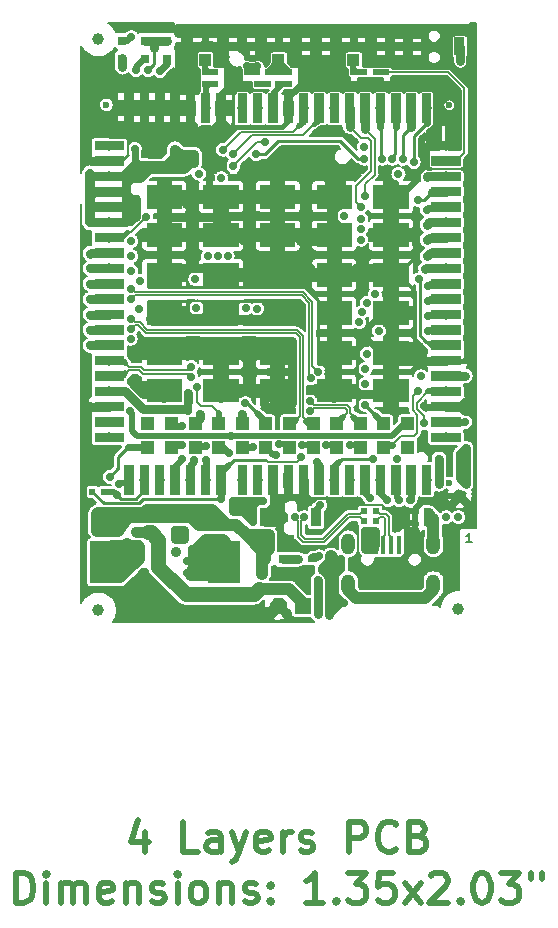
<source format=gbr>
G04 #@! TF.GenerationSoftware,KiCad,Pcbnew,5.1.0-rc2-unknown-036be7d~80~ubuntu16.04.1*
G04 #@! TF.CreationDate,2022-02-25T15:09:56+02:00*
G04 #@! TF.ProjectId,USB-gLINK_Rev_D,5553422d-674c-4494-9e4b-5f5265765f44,D*
G04 #@! TF.SameCoordinates,Original*
G04 #@! TF.FileFunction,Copper,L1,Top*
G04 #@! TF.FilePolarity,Positive*
%FSLAX46Y46*%
G04 Gerber Fmt 4.6, Leading zero omitted, Abs format (unit mm)*
G04 Created by KiCad (PCBNEW 5.1.0-rc2-unknown-036be7d~80~ubuntu16.04.1) date 2022-02-25 15:09:56*
%MOMM*%
%LPD*%
G04 APERTURE LIST*
%ADD10C,0.190500*%
%ADD11C,0.508000*%
%ADD12R,2.700000X3.600000*%
%ADD13R,0.900000X1.500000*%
%ADD14R,0.500000X1.650000*%
%ADD15R,0.325000X1.650000*%
%ADD16R,1.100000X1.000000*%
%ADD17O,1.200000X1.800000*%
%ADD18R,0.550000X0.500000*%
%ADD19C,2.000000*%
%ADD20C,0.100000*%
%ADD21C,0.600000*%
%ADD22C,1.100000*%
%ADD23C,0.800000*%
%ADD24R,0.800000X0.800000*%
%ADD25C,1.400000*%
%ADD26R,1.400000X1.400000*%
%ADD27R,0.500000X0.550000*%
%ADD28C,1.000000*%
%ADD29R,1.050000X2.200000*%
%ADD30R,1.050000X1.050000*%
%ADD31C,0.700000*%
%ADD32C,0.900000*%
%ADD33C,1.016000*%
%ADD34C,0.762000*%
%ADD35C,0.914400*%
%ADD36C,0.609600*%
%ADD37C,0.254000*%
%ADD38C,1.270000*%
%ADD39C,0.203200*%
%ADD40C,0.406400*%
%ADD41C,0.157480*%
%ADD42C,0.965200*%
%ADD43C,0.127000*%
%ADD44C,0.711200*%
%ADD45C,0.660400*%
%ADD46C,0.863600*%
G04 APERTURE END LIST*
D10*
X159856714Y-94705714D02*
X159421285Y-94705714D01*
X159639000Y-94705714D02*
X159639000Y-93943714D01*
X159566428Y-94052571D01*
X159493857Y-94125142D01*
X159421285Y-94161428D01*
D11*
X132200952Y-119216714D02*
X132200952Y-120910047D01*
X131596190Y-118249095D02*
X130991428Y-120063380D01*
X132563809Y-120063380D01*
X136676190Y-120910047D02*
X135466666Y-120910047D01*
X135466666Y-118370047D01*
X138611428Y-120910047D02*
X138611428Y-119579571D01*
X138490476Y-119337666D01*
X138248571Y-119216714D01*
X137764761Y-119216714D01*
X137522857Y-119337666D01*
X138611428Y-120789095D02*
X138369523Y-120910047D01*
X137764761Y-120910047D01*
X137522857Y-120789095D01*
X137401904Y-120547190D01*
X137401904Y-120305285D01*
X137522857Y-120063380D01*
X137764761Y-119942428D01*
X138369523Y-119942428D01*
X138611428Y-119821476D01*
X139579047Y-119216714D02*
X140183809Y-120910047D01*
X140788571Y-119216714D02*
X140183809Y-120910047D01*
X139941904Y-121514809D01*
X139820952Y-121635761D01*
X139579047Y-121756714D01*
X142723809Y-120789095D02*
X142481904Y-120910047D01*
X141998095Y-120910047D01*
X141756190Y-120789095D01*
X141635238Y-120547190D01*
X141635238Y-119579571D01*
X141756190Y-119337666D01*
X141998095Y-119216714D01*
X142481904Y-119216714D01*
X142723809Y-119337666D01*
X142844761Y-119579571D01*
X142844761Y-119821476D01*
X141635238Y-120063380D01*
X143933333Y-120910047D02*
X143933333Y-119216714D01*
X143933333Y-119700523D02*
X144054285Y-119458619D01*
X144175238Y-119337666D01*
X144417142Y-119216714D01*
X144659047Y-119216714D01*
X145384761Y-120789095D02*
X145626666Y-120910047D01*
X146110476Y-120910047D01*
X146352380Y-120789095D01*
X146473333Y-120547190D01*
X146473333Y-120426238D01*
X146352380Y-120184333D01*
X146110476Y-120063380D01*
X145747619Y-120063380D01*
X145505714Y-119942428D01*
X145384761Y-119700523D01*
X145384761Y-119579571D01*
X145505714Y-119337666D01*
X145747619Y-119216714D01*
X146110476Y-119216714D01*
X146352380Y-119337666D01*
X149497142Y-120910047D02*
X149497142Y-118370047D01*
X150464761Y-118370047D01*
X150706666Y-118491000D01*
X150827619Y-118611952D01*
X150948571Y-118853857D01*
X150948571Y-119216714D01*
X150827619Y-119458619D01*
X150706666Y-119579571D01*
X150464761Y-119700523D01*
X149497142Y-119700523D01*
X153488571Y-120668142D02*
X153367619Y-120789095D01*
X153004761Y-120910047D01*
X152762857Y-120910047D01*
X152400000Y-120789095D01*
X152158095Y-120547190D01*
X152037142Y-120305285D01*
X151916190Y-119821476D01*
X151916190Y-119458619D01*
X152037142Y-118974809D01*
X152158095Y-118732904D01*
X152400000Y-118491000D01*
X152762857Y-118370047D01*
X153004761Y-118370047D01*
X153367619Y-118491000D01*
X153488571Y-118611952D01*
X155423809Y-119579571D02*
X155786666Y-119700523D01*
X155907619Y-119821476D01*
X156028571Y-120063380D01*
X156028571Y-120426238D01*
X155907619Y-120668142D01*
X155786666Y-120789095D01*
X155544761Y-120910047D01*
X154577142Y-120910047D01*
X154577142Y-118370047D01*
X155423809Y-118370047D01*
X155665714Y-118491000D01*
X155786666Y-118611952D01*
X155907619Y-118853857D01*
X155907619Y-119095761D01*
X155786666Y-119337666D01*
X155665714Y-119458619D01*
X155423809Y-119579571D01*
X154577142Y-119579571D01*
X121315238Y-125228047D02*
X121315238Y-122688047D01*
X121919999Y-122688047D01*
X122282857Y-122809000D01*
X122524761Y-123050904D01*
X122645714Y-123292809D01*
X122766666Y-123776619D01*
X122766666Y-124139476D01*
X122645714Y-124623285D01*
X122524761Y-124865190D01*
X122282857Y-125107095D01*
X121919999Y-125228047D01*
X121315238Y-125228047D01*
X123855238Y-125228047D02*
X123855238Y-123534714D01*
X123855238Y-122688047D02*
X123734285Y-122809000D01*
X123855238Y-122929952D01*
X123976190Y-122809000D01*
X123855238Y-122688047D01*
X123855238Y-122929952D01*
X125064761Y-125228047D02*
X125064761Y-123534714D01*
X125064761Y-123776619D02*
X125185714Y-123655666D01*
X125427619Y-123534714D01*
X125790476Y-123534714D01*
X126032380Y-123655666D01*
X126153333Y-123897571D01*
X126153333Y-125228047D01*
X126153333Y-123897571D02*
X126274285Y-123655666D01*
X126516190Y-123534714D01*
X126879047Y-123534714D01*
X127120952Y-123655666D01*
X127241904Y-123897571D01*
X127241904Y-125228047D01*
X129419047Y-125107095D02*
X129177142Y-125228047D01*
X128693333Y-125228047D01*
X128451428Y-125107095D01*
X128330476Y-124865190D01*
X128330476Y-123897571D01*
X128451428Y-123655666D01*
X128693333Y-123534714D01*
X129177142Y-123534714D01*
X129419047Y-123655666D01*
X129539999Y-123897571D01*
X129539999Y-124139476D01*
X128330476Y-124381380D01*
X130628571Y-123534714D02*
X130628571Y-125228047D01*
X130628571Y-123776619D02*
X130749523Y-123655666D01*
X130991428Y-123534714D01*
X131354285Y-123534714D01*
X131596190Y-123655666D01*
X131717142Y-123897571D01*
X131717142Y-125228047D01*
X132805714Y-125107095D02*
X133047619Y-125228047D01*
X133531428Y-125228047D01*
X133773333Y-125107095D01*
X133894285Y-124865190D01*
X133894285Y-124744238D01*
X133773333Y-124502333D01*
X133531428Y-124381380D01*
X133168571Y-124381380D01*
X132926666Y-124260428D01*
X132805714Y-124018523D01*
X132805714Y-123897571D01*
X132926666Y-123655666D01*
X133168571Y-123534714D01*
X133531428Y-123534714D01*
X133773333Y-123655666D01*
X134982857Y-125228047D02*
X134982857Y-123534714D01*
X134982857Y-122688047D02*
X134861904Y-122809000D01*
X134982857Y-122929952D01*
X135103809Y-122809000D01*
X134982857Y-122688047D01*
X134982857Y-122929952D01*
X136555238Y-125228047D02*
X136313333Y-125107095D01*
X136192380Y-124986142D01*
X136071428Y-124744238D01*
X136071428Y-124018523D01*
X136192380Y-123776619D01*
X136313333Y-123655666D01*
X136555238Y-123534714D01*
X136918095Y-123534714D01*
X137160000Y-123655666D01*
X137280952Y-123776619D01*
X137401904Y-124018523D01*
X137401904Y-124744238D01*
X137280952Y-124986142D01*
X137160000Y-125107095D01*
X136918095Y-125228047D01*
X136555238Y-125228047D01*
X138490476Y-123534714D02*
X138490476Y-125228047D01*
X138490476Y-123776619D02*
X138611428Y-123655666D01*
X138853333Y-123534714D01*
X139216190Y-123534714D01*
X139458095Y-123655666D01*
X139579047Y-123897571D01*
X139579047Y-125228047D01*
X140667619Y-125107095D02*
X140909523Y-125228047D01*
X141393333Y-125228047D01*
X141635238Y-125107095D01*
X141756190Y-124865190D01*
X141756190Y-124744238D01*
X141635238Y-124502333D01*
X141393333Y-124381380D01*
X141030476Y-124381380D01*
X140788571Y-124260428D01*
X140667619Y-124018523D01*
X140667619Y-123897571D01*
X140788571Y-123655666D01*
X141030476Y-123534714D01*
X141393333Y-123534714D01*
X141635238Y-123655666D01*
X142844761Y-124986142D02*
X142965714Y-125107095D01*
X142844761Y-125228047D01*
X142723809Y-125107095D01*
X142844761Y-124986142D01*
X142844761Y-125228047D01*
X142844761Y-123655666D02*
X142965714Y-123776619D01*
X142844761Y-123897571D01*
X142723809Y-123776619D01*
X142844761Y-123655666D01*
X142844761Y-123897571D01*
X147320000Y-125228047D02*
X145868571Y-125228047D01*
X146594285Y-125228047D02*
X146594285Y-122688047D01*
X146352380Y-123050904D01*
X146110476Y-123292809D01*
X145868571Y-123413761D01*
X148408571Y-124986142D02*
X148529523Y-125107095D01*
X148408571Y-125228047D01*
X148287619Y-125107095D01*
X148408571Y-124986142D01*
X148408571Y-125228047D01*
X149376190Y-122688047D02*
X150948571Y-122688047D01*
X150101904Y-123655666D01*
X150464761Y-123655666D01*
X150706666Y-123776619D01*
X150827619Y-123897571D01*
X150948571Y-124139476D01*
X150948571Y-124744238D01*
X150827619Y-124986142D01*
X150706666Y-125107095D01*
X150464761Y-125228047D01*
X149739047Y-125228047D01*
X149497142Y-125107095D01*
X149376190Y-124986142D01*
X153246666Y-122688047D02*
X152037142Y-122688047D01*
X151916190Y-123897571D01*
X152037142Y-123776619D01*
X152279047Y-123655666D01*
X152883809Y-123655666D01*
X153125714Y-123776619D01*
X153246666Y-123897571D01*
X153367619Y-124139476D01*
X153367619Y-124744238D01*
X153246666Y-124986142D01*
X153125714Y-125107095D01*
X152883809Y-125228047D01*
X152279047Y-125228047D01*
X152037142Y-125107095D01*
X151916190Y-124986142D01*
X154214285Y-125228047D02*
X155544761Y-123534714D01*
X154214285Y-123534714D02*
X155544761Y-125228047D01*
X156391428Y-122929952D02*
X156512380Y-122809000D01*
X156754285Y-122688047D01*
X157359047Y-122688047D01*
X157600952Y-122809000D01*
X157721904Y-122929952D01*
X157842857Y-123171857D01*
X157842857Y-123413761D01*
X157721904Y-123776619D01*
X156270476Y-125228047D01*
X157842857Y-125228047D01*
X158931428Y-124986142D02*
X159052380Y-125107095D01*
X158931428Y-125228047D01*
X158810476Y-125107095D01*
X158931428Y-124986142D01*
X158931428Y-125228047D01*
X160624761Y-122688047D02*
X160866666Y-122688047D01*
X161108571Y-122809000D01*
X161229523Y-122929952D01*
X161350476Y-123171857D01*
X161471428Y-123655666D01*
X161471428Y-124260428D01*
X161350476Y-124744238D01*
X161229523Y-124986142D01*
X161108571Y-125107095D01*
X160866666Y-125228047D01*
X160624761Y-125228047D01*
X160382857Y-125107095D01*
X160261904Y-124986142D01*
X160140952Y-124744238D01*
X160020000Y-124260428D01*
X160020000Y-123655666D01*
X160140952Y-123171857D01*
X160261904Y-122929952D01*
X160382857Y-122809000D01*
X160624761Y-122688047D01*
X162318095Y-122688047D02*
X163890476Y-122688047D01*
X163043809Y-123655666D01*
X163406666Y-123655666D01*
X163648571Y-123776619D01*
X163769523Y-123897571D01*
X163890476Y-124139476D01*
X163890476Y-124744238D01*
X163769523Y-124986142D01*
X163648571Y-125107095D01*
X163406666Y-125228047D01*
X162680952Y-125228047D01*
X162439047Y-125107095D01*
X162318095Y-124986142D01*
X164858095Y-122688047D02*
X164858095Y-123171857D01*
X165825714Y-122688047D02*
X165825714Y-123171857D01*
D12*
X138905000Y-96393000D03*
X128905000Y-96393000D03*
D13*
X158831501Y-52705000D03*
X154477501Y-52705000D03*
X146703000Y-92583000D03*
X142349000Y-92583000D03*
D14*
X151647500Y-94894000D03*
D15*
X152385000Y-94894000D03*
X153035000Y-94894000D03*
X153685000Y-94894000D03*
D14*
X154422500Y-94894000D03*
D16*
X151535000Y-99444000D03*
X154535000Y-99444000D03*
D17*
X149435000Y-98294000D03*
X149435000Y-94824000D03*
X156635000Y-94824000D03*
X156635000Y-98294000D03*
D18*
X140843000Y-55880000D03*
X140843000Y-54864000D03*
X141732000Y-54864000D03*
X141732000Y-55880000D03*
X142621000Y-54864000D03*
X142621000Y-55880000D03*
D19*
X143446500Y-68660000D03*
D20*
G36*
X141946500Y-67660000D02*
G01*
X144946500Y-67660000D01*
X144946500Y-69660000D01*
X141946500Y-69660000D01*
X141946500Y-67660000D01*
X141946500Y-67660000D01*
G37*
D19*
X143446500Y-65460000D03*
D20*
G36*
X141946500Y-64460000D02*
G01*
X144946500Y-64460000D01*
X144946500Y-66460000D01*
X141946500Y-66460000D01*
X141946500Y-64460000D01*
X141946500Y-64460000D01*
G37*
D19*
X138646500Y-65460000D03*
D20*
G36*
X137146500Y-64460000D02*
G01*
X140146500Y-64460000D01*
X140146500Y-66460000D01*
X137146500Y-66460000D01*
X137146500Y-64460000D01*
X137146500Y-64460000D01*
G37*
D19*
X153046500Y-68660000D03*
D20*
G36*
X151546500Y-67660000D02*
G01*
X154546500Y-67660000D01*
X154546500Y-69660000D01*
X151546500Y-69660000D01*
X151546500Y-67660000D01*
X151546500Y-67660000D01*
G37*
D19*
X148246500Y-68660000D03*
D20*
G36*
X146746500Y-67660000D02*
G01*
X149746500Y-67660000D01*
X149746500Y-69660000D01*
X146746500Y-69660000D01*
X146746500Y-67660000D01*
X146746500Y-67660000D01*
G37*
D19*
X153046500Y-65460000D03*
D20*
G36*
X151546500Y-64460000D02*
G01*
X154546500Y-64460000D01*
X154546500Y-66460000D01*
X151546500Y-66460000D01*
X151546500Y-64460000D01*
X151546500Y-64460000D01*
G37*
D19*
X138646500Y-68660000D03*
D20*
G36*
X137146500Y-67660000D02*
G01*
X140146500Y-67660000D01*
X140146500Y-69660000D01*
X137146500Y-69660000D01*
X137146500Y-67660000D01*
X137146500Y-67660000D01*
G37*
D19*
X148246500Y-65460000D03*
D20*
G36*
X146746500Y-64460000D02*
G01*
X149746500Y-64460000D01*
X149746500Y-66460000D01*
X146746500Y-66460000D01*
X146746500Y-64460000D01*
X146746500Y-64460000D01*
G37*
D19*
X133846500Y-65460000D03*
D20*
G36*
X132346500Y-64460000D02*
G01*
X135346500Y-64460000D01*
X135346500Y-66460000D01*
X132346500Y-66460000D01*
X132346500Y-64460000D01*
X132346500Y-64460000D01*
G37*
D19*
X133846500Y-68660000D03*
D20*
G36*
X132346500Y-67660000D02*
G01*
X135346500Y-67660000D01*
X135346500Y-69660000D01*
X132346500Y-69660000D01*
X132346500Y-67660000D01*
X132346500Y-67660000D01*
G37*
D19*
X148246500Y-75260000D03*
D20*
G36*
X146746500Y-74260000D02*
G01*
X149746500Y-74260000D01*
X149746500Y-76260000D01*
X146746500Y-76260000D01*
X146746500Y-74260000D01*
X146746500Y-74260000D01*
G37*
D19*
X148246500Y-72060000D03*
D20*
G36*
X146746500Y-71060000D02*
G01*
X149746500Y-71060000D01*
X149746500Y-73060000D01*
X146746500Y-73060000D01*
X146746500Y-71060000D01*
X146746500Y-71060000D01*
G37*
D19*
X138646500Y-72060000D03*
D20*
G36*
X137146500Y-71060000D02*
G01*
X140146500Y-71060000D01*
X140146500Y-73060000D01*
X137146500Y-73060000D01*
X137146500Y-71060000D01*
X137146500Y-71060000D01*
G37*
D19*
X153046500Y-75260000D03*
D20*
G36*
X151546500Y-74260000D02*
G01*
X154546500Y-74260000D01*
X154546500Y-76260000D01*
X151546500Y-76260000D01*
X151546500Y-74260000D01*
X151546500Y-74260000D01*
G37*
D19*
X153046500Y-72060000D03*
D20*
G36*
X151546500Y-71060000D02*
G01*
X154546500Y-71060000D01*
X154546500Y-73060000D01*
X151546500Y-73060000D01*
X151546500Y-71060000D01*
X151546500Y-71060000D01*
G37*
D19*
X138646500Y-75260000D03*
D20*
G36*
X137146500Y-74260000D02*
G01*
X140146500Y-74260000D01*
X140146500Y-76260000D01*
X137146500Y-76260000D01*
X137146500Y-74260000D01*
X137146500Y-74260000D01*
G37*
D19*
X133846500Y-72060000D03*
D20*
G36*
X132346500Y-71060000D02*
G01*
X135346500Y-71060000D01*
X135346500Y-73060000D01*
X132346500Y-73060000D01*
X132346500Y-71060000D01*
X132346500Y-71060000D01*
G37*
D19*
X133846500Y-75260000D03*
D20*
G36*
X132346500Y-74260000D02*
G01*
X135346500Y-74260000D01*
X135346500Y-76260000D01*
X132346500Y-76260000D01*
X132346500Y-74260000D01*
X132346500Y-74260000D01*
G37*
D19*
X143446500Y-78660000D03*
D20*
G36*
X141946500Y-77660000D02*
G01*
X144946500Y-77660000D01*
X144946500Y-79660000D01*
X141946500Y-79660000D01*
X141946500Y-77660000D01*
X141946500Y-77660000D01*
G37*
D19*
X148246500Y-78660000D03*
D20*
G36*
X146746500Y-77660000D02*
G01*
X149746500Y-77660000D01*
X149746500Y-79660000D01*
X146746500Y-79660000D01*
X146746500Y-77660000D01*
X146746500Y-77660000D01*
G37*
D19*
X153046500Y-78660000D03*
D20*
G36*
X151546500Y-77660000D02*
G01*
X154546500Y-77660000D01*
X154546500Y-79660000D01*
X151546500Y-79660000D01*
X151546500Y-77660000D01*
X151546500Y-77660000D01*
G37*
D19*
X138646500Y-78660000D03*
D20*
G36*
X137146500Y-77660000D02*
G01*
X140146500Y-77660000D01*
X140146500Y-79660000D01*
X137146500Y-79660000D01*
X137146500Y-77660000D01*
X137146500Y-77660000D01*
G37*
D19*
X133846500Y-78660000D03*
D20*
G36*
X132346500Y-77660000D02*
G01*
X135346500Y-77660000D01*
X135346500Y-79660000D01*
X132346500Y-79660000D01*
X132346500Y-77660000D01*
X132346500Y-77660000D01*
G37*
D19*
X153046500Y-81860000D03*
D20*
G36*
X151546500Y-80860000D02*
G01*
X154546500Y-80860000D01*
X154546500Y-82860000D01*
X151546500Y-82860000D01*
X151546500Y-80860000D01*
X151546500Y-80860000D01*
G37*
D19*
X148246500Y-81860000D03*
D20*
G36*
X146746500Y-80860000D02*
G01*
X149746500Y-80860000D01*
X149746500Y-82860000D01*
X146746500Y-82860000D01*
X146746500Y-80860000D01*
X146746500Y-80860000D01*
G37*
D19*
X143446500Y-81860000D03*
D20*
G36*
X141946500Y-80860000D02*
G01*
X144946500Y-80860000D01*
X144946500Y-82860000D01*
X141946500Y-82860000D01*
X141946500Y-80860000D01*
X141946500Y-80860000D01*
G37*
D19*
X138646500Y-81860000D03*
D20*
G36*
X137146500Y-80860000D02*
G01*
X140146500Y-80860000D01*
X140146500Y-82860000D01*
X137146500Y-82860000D01*
X137146500Y-80860000D01*
X137146500Y-80860000D01*
G37*
D19*
X133846500Y-81860000D03*
D20*
G36*
X132346500Y-80860000D02*
G01*
X135346500Y-80860000D01*
X135346500Y-82860000D01*
X132346500Y-82860000D01*
X132346500Y-80860000D01*
X132346500Y-80860000D01*
G37*
D21*
X157946500Y-57660000D03*
D22*
X144446500Y-84660000D03*
D20*
G36*
X143896500Y-84110000D02*
G01*
X144996500Y-84110000D01*
X144996500Y-85210000D01*
X143896500Y-85210000D01*
X143896500Y-84110000D01*
X143896500Y-84110000D01*
G37*
D22*
X150446500Y-86660000D03*
D20*
G36*
X149896500Y-86110000D02*
G01*
X150996500Y-86110000D01*
X150996500Y-87210000D01*
X149896500Y-87210000D01*
X149896500Y-86110000D01*
X149896500Y-86110000D01*
G37*
D22*
X146446500Y-84660000D03*
D20*
G36*
X145896500Y-84110000D02*
G01*
X146996500Y-84110000D01*
X146996500Y-85210000D01*
X145896500Y-85210000D01*
X145896500Y-84110000D01*
X145896500Y-84110000D01*
G37*
D22*
X152446500Y-84660000D03*
D20*
G36*
X151896500Y-84110000D02*
G01*
X152996500Y-84110000D01*
X152996500Y-85210000D01*
X151896500Y-85210000D01*
X151896500Y-84110000D01*
X151896500Y-84110000D01*
G37*
D22*
X150446500Y-84660000D03*
D20*
G36*
X149896500Y-84110000D02*
G01*
X150996500Y-84110000D01*
X150996500Y-85210000D01*
X149896500Y-85210000D01*
X149896500Y-84110000D01*
X149896500Y-84110000D01*
G37*
D22*
X144446500Y-86660000D03*
D20*
G36*
X143896500Y-86110000D02*
G01*
X144996500Y-86110000D01*
X144996500Y-87210000D01*
X143896500Y-87210000D01*
X143896500Y-86110000D01*
X143896500Y-86110000D01*
G37*
D22*
X148446500Y-84660000D03*
D20*
G36*
X147896500Y-84110000D02*
G01*
X148996500Y-84110000D01*
X148996500Y-85210000D01*
X147896500Y-85210000D01*
X147896500Y-84110000D01*
X147896500Y-84110000D01*
G37*
D22*
X148446500Y-86660000D03*
D20*
G36*
X147896500Y-86110000D02*
G01*
X148996500Y-86110000D01*
X148996500Y-87210000D01*
X147896500Y-87210000D01*
X147896500Y-86110000D01*
X147896500Y-86110000D01*
G37*
D22*
X154446500Y-84660000D03*
D20*
G36*
X153896500Y-84110000D02*
G01*
X154996500Y-84110000D01*
X154996500Y-85210000D01*
X153896500Y-85210000D01*
X153896500Y-84110000D01*
X153896500Y-84110000D01*
G37*
D22*
X154446500Y-86660000D03*
D20*
G36*
X153896500Y-86110000D02*
G01*
X154996500Y-86110000D01*
X154996500Y-87210000D01*
X153896500Y-87210000D01*
X153896500Y-86110000D01*
X153896500Y-86110000D01*
G37*
D22*
X146446500Y-86660000D03*
D20*
G36*
X145896500Y-86110000D02*
G01*
X146996500Y-86110000D01*
X146996500Y-87210000D01*
X145896500Y-87210000D01*
X145896500Y-86110000D01*
X145896500Y-86110000D01*
G37*
D22*
X152446500Y-86660000D03*
D20*
G36*
X151896500Y-86110000D02*
G01*
X152996500Y-86110000D01*
X152996500Y-87210000D01*
X151896500Y-87210000D01*
X151896500Y-86110000D01*
X151896500Y-86110000D01*
G37*
D22*
X142446500Y-84660000D03*
D20*
G36*
X141896500Y-84110000D02*
G01*
X142996500Y-84110000D01*
X142996500Y-85210000D01*
X141896500Y-85210000D01*
X141896500Y-84110000D01*
X141896500Y-84110000D01*
G37*
D22*
X142446500Y-86660000D03*
D20*
G36*
X141896500Y-86110000D02*
G01*
X142996500Y-86110000D01*
X142996500Y-87210000D01*
X141896500Y-87210000D01*
X141896500Y-86110000D01*
X141896500Y-86110000D01*
G37*
D22*
X140446500Y-86660000D03*
D20*
G36*
X139896500Y-86110000D02*
G01*
X140996500Y-86110000D01*
X140996500Y-87210000D01*
X139896500Y-87210000D01*
X139896500Y-86110000D01*
X139896500Y-86110000D01*
G37*
D22*
X140446500Y-84660000D03*
D20*
G36*
X139896500Y-84110000D02*
G01*
X140996500Y-84110000D01*
X140996500Y-85210000D01*
X139896500Y-85210000D01*
X139896500Y-84110000D01*
X139896500Y-84110000D01*
G37*
D22*
X138446500Y-84660000D03*
D20*
G36*
X137896500Y-84110000D02*
G01*
X138996500Y-84110000D01*
X138996500Y-85210000D01*
X137896500Y-85210000D01*
X137896500Y-84110000D01*
X137896500Y-84110000D01*
G37*
D22*
X138446500Y-86660000D03*
D20*
G36*
X137896500Y-86110000D02*
G01*
X138996500Y-86110000D01*
X138996500Y-87210000D01*
X137896500Y-87210000D01*
X137896500Y-86110000D01*
X137896500Y-86110000D01*
G37*
D22*
X136446500Y-84660000D03*
D20*
G36*
X135896500Y-84110000D02*
G01*
X136996500Y-84110000D01*
X136996500Y-85210000D01*
X135896500Y-85210000D01*
X135896500Y-84110000D01*
X135896500Y-84110000D01*
G37*
D22*
X136446500Y-86660000D03*
D20*
G36*
X135896500Y-86110000D02*
G01*
X136996500Y-86110000D01*
X136996500Y-87210000D01*
X135896500Y-87210000D01*
X135896500Y-86110000D01*
X135896500Y-86110000D01*
G37*
D22*
X134446500Y-84660000D03*
D20*
G36*
X133896500Y-84110000D02*
G01*
X134996500Y-84110000D01*
X134996500Y-85210000D01*
X133896500Y-85210000D01*
X133896500Y-84110000D01*
X133896500Y-84110000D01*
G37*
D22*
X134446500Y-86660000D03*
D20*
G36*
X133896500Y-86110000D02*
G01*
X134996500Y-86110000D01*
X134996500Y-87210000D01*
X133896500Y-87210000D01*
X133896500Y-86110000D01*
X133896500Y-86110000D01*
G37*
D22*
X132446500Y-84660000D03*
D20*
G36*
X131896500Y-84110000D02*
G01*
X132996500Y-84110000D01*
X132996500Y-85210000D01*
X131896500Y-85210000D01*
X131896500Y-84110000D01*
X131896500Y-84110000D01*
G37*
D22*
X132446500Y-86660000D03*
D20*
G36*
X131896500Y-86110000D02*
G01*
X132996500Y-86110000D01*
X132996500Y-87210000D01*
X131896500Y-87210000D01*
X131896500Y-86110000D01*
X131896500Y-86110000D01*
G37*
D23*
X129196500Y-70210000D03*
D20*
G36*
X127946500Y-70610000D02*
G01*
X127946500Y-69810000D01*
X130446500Y-69810000D01*
X130446500Y-70610000D01*
X127946500Y-70610000D01*
X127946500Y-70610000D01*
G37*
D23*
X129196500Y-67610000D03*
D20*
G36*
X127946500Y-68010000D02*
G01*
X127946500Y-67210000D01*
X130446500Y-67210000D01*
X130446500Y-68010000D01*
X127946500Y-68010000D01*
X127946500Y-68010000D01*
G37*
D23*
X129196500Y-80610000D03*
D20*
G36*
X127946500Y-81010000D02*
G01*
X127946500Y-80210000D01*
X130446500Y-80210000D01*
X130446500Y-81010000D01*
X127946500Y-81010000D01*
X127946500Y-81010000D01*
G37*
D23*
X129196500Y-78010000D03*
D20*
G36*
X127946500Y-78410000D02*
G01*
X127946500Y-77610000D01*
X130446500Y-77610000D01*
X130446500Y-78410000D01*
X127946500Y-78410000D01*
X127946500Y-78410000D01*
G37*
D23*
X129196500Y-71510000D03*
D20*
G36*
X127946500Y-71910000D02*
G01*
X127946500Y-71110000D01*
X130446500Y-71110000D01*
X130446500Y-71910000D01*
X127946500Y-71910000D01*
X127946500Y-71910000D01*
G37*
D23*
X129196500Y-74110000D03*
D20*
G36*
X127946500Y-74510000D02*
G01*
X127946500Y-73710000D01*
X130446500Y-73710000D01*
X130446500Y-74510000D01*
X127946500Y-74510000D01*
X127946500Y-74510000D01*
G37*
D23*
X129196500Y-75410000D03*
D20*
G36*
X127946500Y-75810000D02*
G01*
X127946500Y-75010000D01*
X130446500Y-75010000D01*
X130446500Y-75810000D01*
X127946500Y-75810000D01*
X127946500Y-75810000D01*
G37*
D23*
X129196500Y-66310000D03*
D20*
G36*
X127946500Y-66710000D02*
G01*
X127946500Y-65910000D01*
X130446500Y-65910000D01*
X130446500Y-66710000D01*
X127946500Y-66710000D01*
X127946500Y-66710000D01*
G37*
D23*
X129196500Y-76710000D03*
D20*
G36*
X127946500Y-77110000D02*
G01*
X127946500Y-76310000D01*
X130446500Y-76310000D01*
X130446500Y-77110000D01*
X127946500Y-77110000D01*
X127946500Y-77110000D01*
G37*
D23*
X129196500Y-84510000D03*
D20*
G36*
X127946500Y-84910000D02*
G01*
X127946500Y-84110000D01*
X130446500Y-84110000D01*
X130446500Y-84910000D01*
X127946500Y-84910000D01*
X127946500Y-84910000D01*
G37*
D23*
X129196500Y-68910000D03*
D20*
G36*
X127946500Y-69310000D02*
G01*
X127946500Y-68510000D01*
X130446500Y-68510000D01*
X130446500Y-69310000D01*
X127946500Y-69310000D01*
X127946500Y-69310000D01*
G37*
D23*
X129196500Y-63710000D03*
D20*
G36*
X127946500Y-64110000D02*
G01*
X127946500Y-63310000D01*
X130446500Y-63310000D01*
X130446500Y-64110000D01*
X127946500Y-64110000D01*
X127946500Y-64110000D01*
G37*
D23*
X129196500Y-83210000D03*
D20*
G36*
X127946500Y-83610000D02*
G01*
X127946500Y-82810000D01*
X130446500Y-82810000D01*
X130446500Y-83610000D01*
X127946500Y-83610000D01*
X127946500Y-83610000D01*
G37*
D23*
X129196500Y-61110000D03*
D20*
G36*
X127946500Y-61510000D02*
G01*
X127946500Y-60710000D01*
X130446500Y-60710000D01*
X130446500Y-61510000D01*
X127946500Y-61510000D01*
X127946500Y-61510000D01*
G37*
D23*
X129196500Y-81910000D03*
D20*
G36*
X127946500Y-82310000D02*
G01*
X127946500Y-81510000D01*
X130446500Y-81510000D01*
X130446500Y-82310000D01*
X127946500Y-82310000D01*
X127946500Y-82310000D01*
G37*
D23*
X129196500Y-72810000D03*
D20*
G36*
X127946500Y-73210000D02*
G01*
X127946500Y-72410000D01*
X130446500Y-72410000D01*
X130446500Y-73210000D01*
X127946500Y-73210000D01*
X127946500Y-73210000D01*
G37*
D23*
X129196500Y-85810000D03*
D20*
G36*
X127946500Y-86210000D02*
G01*
X127946500Y-85410000D01*
X130446500Y-85410000D01*
X130446500Y-86210000D01*
X127946500Y-86210000D01*
X127946500Y-86210000D01*
G37*
D23*
X129196500Y-79310000D03*
D20*
G36*
X127946500Y-79710000D02*
G01*
X127946500Y-78910000D01*
X130446500Y-78910000D01*
X130446500Y-79710000D01*
X127946500Y-79710000D01*
X127946500Y-79710000D01*
G37*
D23*
X129196500Y-62410000D03*
D20*
G36*
X127946500Y-62810000D02*
G01*
X127946500Y-62010000D01*
X130446500Y-62010000D01*
X130446500Y-62810000D01*
X127946500Y-62810000D01*
X127946500Y-62810000D01*
G37*
D23*
X129196500Y-65010000D03*
D20*
G36*
X127946500Y-65410000D02*
G01*
X127946500Y-64610000D01*
X130446500Y-64610000D01*
X130446500Y-65410000D01*
X127946500Y-65410000D01*
X127946500Y-65410000D01*
G37*
D23*
X157696500Y-67610000D03*
D20*
G36*
X156446500Y-68010000D02*
G01*
X156446500Y-67210000D01*
X158946500Y-67210000D01*
X158946500Y-68010000D01*
X156446500Y-68010000D01*
X156446500Y-68010000D01*
G37*
D23*
X157696500Y-65010000D03*
D20*
G36*
X156446500Y-65410000D02*
G01*
X156446500Y-64610000D01*
X158946500Y-64610000D01*
X158946500Y-65410000D01*
X156446500Y-65410000D01*
X156446500Y-65410000D01*
G37*
D23*
X157696500Y-61110000D03*
D20*
G36*
X156446500Y-61510000D02*
G01*
X156446500Y-60710000D01*
X158946500Y-60710000D01*
X158946500Y-61510000D01*
X156446500Y-61510000D01*
X156446500Y-61510000D01*
G37*
D23*
X157696500Y-62410000D03*
D20*
G36*
X156446500Y-62810000D02*
G01*
X156446500Y-62010000D01*
X158946500Y-62010000D01*
X158946500Y-62810000D01*
X156446500Y-62810000D01*
X156446500Y-62810000D01*
G37*
D23*
X157696500Y-63710000D03*
D20*
G36*
X156446500Y-64110000D02*
G01*
X156446500Y-63310000D01*
X158946500Y-63310000D01*
X158946500Y-64110000D01*
X156446500Y-64110000D01*
X156446500Y-64110000D01*
G37*
D23*
X157696500Y-71510000D03*
D20*
G36*
X156446500Y-71910000D02*
G01*
X156446500Y-71110000D01*
X158946500Y-71110000D01*
X158946500Y-71910000D01*
X156446500Y-71910000D01*
X156446500Y-71910000D01*
G37*
D23*
X157696500Y-70210000D03*
D20*
G36*
X156446500Y-70610000D02*
G01*
X156446500Y-69810000D01*
X158946500Y-69810000D01*
X158946500Y-70610000D01*
X156446500Y-70610000D01*
X156446500Y-70610000D01*
G37*
D23*
X157696500Y-68910000D03*
D20*
G36*
X156446500Y-69310000D02*
G01*
X156446500Y-68510000D01*
X158946500Y-68510000D01*
X158946500Y-69310000D01*
X156446500Y-69310000D01*
X156446500Y-69310000D01*
G37*
D23*
X157696500Y-72810000D03*
D20*
G36*
X156446500Y-73210000D02*
G01*
X156446500Y-72410000D01*
X158946500Y-72410000D01*
X158946500Y-73210000D01*
X156446500Y-73210000D01*
X156446500Y-73210000D01*
G37*
D23*
X157696500Y-66310000D03*
D20*
G36*
X156446500Y-66710000D02*
G01*
X156446500Y-65910000D01*
X158946500Y-65910000D01*
X158946500Y-66710000D01*
X156446500Y-66710000D01*
X156446500Y-66710000D01*
G37*
D23*
X157696500Y-74110000D03*
D20*
G36*
X156446500Y-74510000D02*
G01*
X156446500Y-73710000D01*
X158946500Y-73710000D01*
X158946500Y-74510000D01*
X156446500Y-74510000D01*
X156446500Y-74510000D01*
G37*
D23*
X157696500Y-75410000D03*
D20*
G36*
X156446500Y-75810000D02*
G01*
X156446500Y-75010000D01*
X158946500Y-75010000D01*
X158946500Y-75810000D01*
X156446500Y-75810000D01*
X156446500Y-75810000D01*
G37*
D23*
X157696500Y-76710000D03*
D20*
G36*
X156446500Y-77110000D02*
G01*
X156446500Y-76310000D01*
X158946500Y-76310000D01*
X158946500Y-77110000D01*
X156446500Y-77110000D01*
X156446500Y-77110000D01*
G37*
D23*
X157696500Y-78010000D03*
D20*
G36*
X156446500Y-78410000D02*
G01*
X156446500Y-77610000D01*
X158946500Y-77610000D01*
X158946500Y-78410000D01*
X156446500Y-78410000D01*
X156446500Y-78410000D01*
G37*
D23*
X157696500Y-79310000D03*
D20*
G36*
X156446500Y-79710000D02*
G01*
X156446500Y-78910000D01*
X158946500Y-78910000D01*
X158946500Y-79710000D01*
X156446500Y-79710000D01*
X156446500Y-79710000D01*
G37*
D23*
X157696500Y-80610000D03*
D20*
G36*
X156446500Y-81010000D02*
G01*
X156446500Y-80210000D01*
X158946500Y-80210000D01*
X158946500Y-81010000D01*
X156446500Y-81010000D01*
X156446500Y-81010000D01*
G37*
D23*
X157696500Y-81910000D03*
D20*
G36*
X156446500Y-82310000D02*
G01*
X156446500Y-81510000D01*
X158946500Y-81510000D01*
X158946500Y-82310000D01*
X156446500Y-82310000D01*
X156446500Y-82310000D01*
G37*
D23*
X157696500Y-83210000D03*
D20*
G36*
X156446500Y-83610000D02*
G01*
X156446500Y-82810000D01*
X158946500Y-82810000D01*
X158946500Y-83610000D01*
X156446500Y-83610000D01*
X156446500Y-83610000D01*
G37*
D23*
X157696500Y-84510000D03*
D20*
G36*
X156446500Y-84910000D02*
G01*
X156446500Y-84110000D01*
X158946500Y-84110000D01*
X158946500Y-84910000D01*
X156446500Y-84910000D01*
X156446500Y-84910000D01*
G37*
D23*
X157696500Y-85810000D03*
D20*
G36*
X156446500Y-86210000D02*
G01*
X156446500Y-85410000D01*
X158946500Y-85410000D01*
X158946500Y-86210000D01*
X156446500Y-86210000D01*
X156446500Y-86210000D01*
G37*
D21*
X128946500Y-57660000D03*
D23*
X136046500Y-57910000D03*
D20*
G36*
X135646500Y-56660000D02*
G01*
X136446500Y-56660000D01*
X136446500Y-59160000D01*
X135646500Y-59160000D01*
X135646500Y-56660000D01*
X135646500Y-56660000D01*
G37*
D23*
X140446500Y-57910000D03*
D20*
G36*
X140046500Y-56660000D02*
G01*
X140846500Y-56660000D01*
X140846500Y-59160000D01*
X140046500Y-59160000D01*
X140046500Y-56660000D01*
X140046500Y-56660000D01*
G37*
D23*
X141746500Y-57910000D03*
D20*
G36*
X141346500Y-56660000D02*
G01*
X142146500Y-56660000D01*
X142146500Y-59160000D01*
X141346500Y-59160000D01*
X141346500Y-56660000D01*
X141346500Y-56660000D01*
G37*
D23*
X133446500Y-57910000D03*
D20*
G36*
X133046500Y-56660000D02*
G01*
X133846500Y-56660000D01*
X133846500Y-59160000D01*
X133046500Y-59160000D01*
X133046500Y-56660000D01*
X133046500Y-56660000D01*
G37*
D23*
X150846500Y-57910000D03*
D20*
G36*
X150446500Y-56660000D02*
G01*
X151246500Y-56660000D01*
X151246500Y-59160000D01*
X150446500Y-59160000D01*
X150446500Y-56660000D01*
X150446500Y-56660000D01*
G37*
D23*
X148246500Y-57910000D03*
D20*
G36*
X147846500Y-56660000D02*
G01*
X148646500Y-56660000D01*
X148646500Y-59160000D01*
X147846500Y-59160000D01*
X147846500Y-56660000D01*
X147846500Y-56660000D01*
G37*
D23*
X143046500Y-57910000D03*
D20*
G36*
X142646500Y-56660000D02*
G01*
X143446500Y-56660000D01*
X143446500Y-59160000D01*
X142646500Y-59160000D01*
X142646500Y-56660000D01*
X142646500Y-56660000D01*
G37*
D23*
X144346500Y-57910000D03*
D20*
G36*
X143946500Y-56660000D02*
G01*
X144746500Y-56660000D01*
X144746500Y-59160000D01*
X143946500Y-59160000D01*
X143946500Y-56660000D01*
X143946500Y-56660000D01*
G37*
D23*
X137346500Y-57910000D03*
D20*
G36*
X136946500Y-56660000D02*
G01*
X137746500Y-56660000D01*
X137746500Y-59160000D01*
X136946500Y-59160000D01*
X136946500Y-56660000D01*
X136946500Y-56660000D01*
G37*
D23*
X134746500Y-57910000D03*
D20*
G36*
X134346500Y-56660000D02*
G01*
X135146500Y-56660000D01*
X135146500Y-59160000D01*
X134346500Y-59160000D01*
X134346500Y-56660000D01*
X134346500Y-56660000D01*
G37*
D23*
X154746500Y-57910000D03*
D20*
G36*
X154346500Y-56660000D02*
G01*
X155146500Y-56660000D01*
X155146500Y-59160000D01*
X154346500Y-59160000D01*
X154346500Y-56660000D01*
X154346500Y-56660000D01*
G37*
D23*
X156046500Y-57910000D03*
D20*
G36*
X155646500Y-56660000D02*
G01*
X156446500Y-56660000D01*
X156446500Y-59160000D01*
X155646500Y-59160000D01*
X155646500Y-56660000D01*
X155646500Y-56660000D01*
G37*
D23*
X130846500Y-57910000D03*
D20*
G36*
X130446500Y-56660000D02*
G01*
X131246500Y-56660000D01*
X131246500Y-59160000D01*
X130446500Y-59160000D01*
X130446500Y-56660000D01*
X130446500Y-56660000D01*
G37*
D23*
X145646500Y-57910000D03*
D20*
G36*
X145246500Y-56660000D02*
G01*
X146046500Y-56660000D01*
X146046500Y-59160000D01*
X145246500Y-59160000D01*
X145246500Y-56660000D01*
X145246500Y-56660000D01*
G37*
D23*
X132146500Y-57910000D03*
D20*
G36*
X131746500Y-56660000D02*
G01*
X132546500Y-56660000D01*
X132546500Y-59160000D01*
X131746500Y-59160000D01*
X131746500Y-56660000D01*
X131746500Y-56660000D01*
G37*
D23*
X149546500Y-57910000D03*
D20*
G36*
X149146500Y-56660000D02*
G01*
X149946500Y-56660000D01*
X149946500Y-59160000D01*
X149146500Y-59160000D01*
X149146500Y-56660000D01*
X149146500Y-56660000D01*
G37*
D23*
X138646500Y-57910000D03*
D20*
G36*
X138246500Y-56660000D02*
G01*
X139046500Y-56660000D01*
X139046500Y-59160000D01*
X138246500Y-59160000D01*
X138246500Y-56660000D01*
X138246500Y-56660000D01*
G37*
D23*
X152146500Y-57910000D03*
D20*
G36*
X151746500Y-56660000D02*
G01*
X152546500Y-56660000D01*
X152546500Y-59160000D01*
X151746500Y-59160000D01*
X151746500Y-56660000D01*
X151746500Y-56660000D01*
G37*
D23*
X146946500Y-57910000D03*
D20*
G36*
X146546500Y-56660000D02*
G01*
X147346500Y-56660000D01*
X147346500Y-59160000D01*
X146546500Y-59160000D01*
X146546500Y-56660000D01*
X146546500Y-56660000D01*
G37*
D23*
X153446500Y-57910000D03*
D20*
G36*
X153046500Y-56660000D02*
G01*
X153846500Y-56660000D01*
X153846500Y-59160000D01*
X153046500Y-59160000D01*
X153046500Y-56660000D01*
X153046500Y-56660000D01*
G37*
D23*
X156046500Y-89410000D03*
D20*
G36*
X155646500Y-88160000D02*
G01*
X156446500Y-88160000D01*
X156446500Y-90660000D01*
X155646500Y-90660000D01*
X155646500Y-88160000D01*
X155646500Y-88160000D01*
G37*
D23*
X154746500Y-89410000D03*
D20*
G36*
X154346500Y-88160000D02*
G01*
X155146500Y-88160000D01*
X155146500Y-90660000D01*
X154346500Y-90660000D01*
X154346500Y-88160000D01*
X154346500Y-88160000D01*
G37*
D23*
X153446500Y-89410000D03*
D20*
G36*
X153046500Y-88160000D02*
G01*
X153846500Y-88160000D01*
X153846500Y-90660000D01*
X153046500Y-90660000D01*
X153046500Y-88160000D01*
X153046500Y-88160000D01*
G37*
D23*
X152146500Y-89410000D03*
D20*
G36*
X151746500Y-88160000D02*
G01*
X152546500Y-88160000D01*
X152546500Y-90660000D01*
X151746500Y-90660000D01*
X151746500Y-88160000D01*
X151746500Y-88160000D01*
G37*
D23*
X150846500Y-89410000D03*
D20*
G36*
X150446500Y-88160000D02*
G01*
X151246500Y-88160000D01*
X151246500Y-90660000D01*
X150446500Y-90660000D01*
X150446500Y-88160000D01*
X150446500Y-88160000D01*
G37*
D23*
X149546500Y-89410000D03*
D20*
G36*
X149146500Y-88160000D02*
G01*
X149946500Y-88160000D01*
X149946500Y-90660000D01*
X149146500Y-90660000D01*
X149146500Y-88160000D01*
X149146500Y-88160000D01*
G37*
D23*
X148246500Y-89410000D03*
D20*
G36*
X147846500Y-88160000D02*
G01*
X148646500Y-88160000D01*
X148646500Y-90660000D01*
X147846500Y-90660000D01*
X147846500Y-88160000D01*
X147846500Y-88160000D01*
G37*
D23*
X146946500Y-89410000D03*
D20*
G36*
X146546500Y-88160000D02*
G01*
X147346500Y-88160000D01*
X147346500Y-90660000D01*
X146546500Y-90660000D01*
X146546500Y-88160000D01*
X146546500Y-88160000D01*
G37*
D23*
X145646500Y-89410000D03*
D20*
G36*
X145246500Y-88160000D02*
G01*
X146046500Y-88160000D01*
X146046500Y-90660000D01*
X145246500Y-90660000D01*
X145246500Y-88160000D01*
X145246500Y-88160000D01*
G37*
D23*
X144346500Y-89410000D03*
D20*
G36*
X143946500Y-88160000D02*
G01*
X144746500Y-88160000D01*
X144746500Y-90660000D01*
X143946500Y-90660000D01*
X143946500Y-88160000D01*
X143946500Y-88160000D01*
G37*
D23*
X143046500Y-89410000D03*
D20*
G36*
X142646500Y-88160000D02*
G01*
X143446500Y-88160000D01*
X143446500Y-90660000D01*
X142646500Y-90660000D01*
X142646500Y-88160000D01*
X142646500Y-88160000D01*
G37*
D23*
X141746500Y-89410000D03*
D20*
G36*
X141346500Y-88160000D02*
G01*
X142146500Y-88160000D01*
X142146500Y-90660000D01*
X141346500Y-90660000D01*
X141346500Y-88160000D01*
X141346500Y-88160000D01*
G37*
D23*
X140446500Y-89410000D03*
D20*
G36*
X140046500Y-88160000D02*
G01*
X140846500Y-88160000D01*
X140846500Y-90660000D01*
X140046500Y-90660000D01*
X140046500Y-88160000D01*
X140046500Y-88160000D01*
G37*
D23*
X138646500Y-89410000D03*
D20*
G36*
X138246500Y-88160000D02*
G01*
X139046500Y-88160000D01*
X139046500Y-90660000D01*
X138246500Y-90660000D01*
X138246500Y-88160000D01*
X138246500Y-88160000D01*
G37*
D23*
X137346500Y-89410000D03*
D20*
G36*
X136946500Y-88160000D02*
G01*
X137746500Y-88160000D01*
X137746500Y-90660000D01*
X136946500Y-90660000D01*
X136946500Y-88160000D01*
X136946500Y-88160000D01*
G37*
D23*
X136046500Y-89410000D03*
D20*
G36*
X135646500Y-88160000D02*
G01*
X136446500Y-88160000D01*
X136446500Y-90660000D01*
X135646500Y-90660000D01*
X135646500Y-88160000D01*
X135646500Y-88160000D01*
G37*
D23*
X134746500Y-89410000D03*
D20*
G36*
X134346500Y-88160000D02*
G01*
X135146500Y-88160000D01*
X135146500Y-90660000D01*
X134346500Y-90660000D01*
X134346500Y-88160000D01*
X134346500Y-88160000D01*
G37*
D23*
X133446500Y-89410000D03*
D20*
G36*
X133046500Y-88160000D02*
G01*
X133846500Y-88160000D01*
X133846500Y-90660000D01*
X133046500Y-90660000D01*
X133046500Y-88160000D01*
X133046500Y-88160000D01*
G37*
D23*
X132146500Y-89410000D03*
D20*
G36*
X131746500Y-88160000D02*
G01*
X132546500Y-88160000D01*
X132546500Y-90660000D01*
X131746500Y-90660000D01*
X131746500Y-88160000D01*
X131746500Y-88160000D01*
G37*
D23*
X130846500Y-89410000D03*
D20*
G36*
X130446500Y-88160000D02*
G01*
X131246500Y-88160000D01*
X131246500Y-90660000D01*
X130446500Y-90660000D01*
X130446500Y-88160000D01*
X130446500Y-88160000D01*
G37*
D21*
X157946500Y-89660000D03*
D24*
X130302000Y-53735899D03*
X130302000Y-52211899D03*
D25*
X143525240Y-100058220D03*
D26*
X145554700Y-100055680D03*
D27*
X155067000Y-92075000D03*
X156083000Y-92075000D03*
X138176000Y-55880000D03*
X139192000Y-55880000D03*
X138176000Y-54864000D03*
X139192000Y-54864000D03*
X144399000Y-55880000D03*
X145415000Y-55880000D03*
X145415000Y-54864000D03*
X144399000Y-54864000D03*
D24*
X143891000Y-96139000D03*
X142367000Y-96139000D03*
D28*
X128270000Y-52070000D03*
X158750000Y-100330000D03*
X158877000Y-90805000D03*
D27*
X146304000Y-96139000D03*
X145288000Y-96139000D03*
X155067000Y-93091000D03*
X156083000Y-93091000D03*
X151765000Y-92888500D03*
X150749000Y-92888500D03*
X151765000Y-92011500D03*
X150749000Y-92011500D03*
D18*
X137287000Y-55880000D03*
X137287000Y-54864000D03*
D29*
X142010000Y-52324000D03*
X145010000Y-52324000D03*
D30*
X143510000Y-53824000D03*
X137287000Y-53824000D03*
D29*
X138787000Y-52324000D03*
X135787000Y-52324000D03*
D24*
X132207000Y-52211899D03*
X132207000Y-53735899D03*
X134112000Y-52211899D03*
X134112000Y-53735899D03*
D29*
X148360000Y-52324000D03*
X151360000Y-52324000D03*
D30*
X149860000Y-53824000D03*
D18*
X152654000Y-54864000D03*
X152654000Y-55880000D03*
X149860000Y-55880000D03*
X149860000Y-54864000D03*
D27*
X150749000Y-54864000D03*
X151765000Y-54864000D03*
D28*
X128270000Y-100457000D03*
D18*
X143510000Y-55880000D03*
X143510000Y-54864000D03*
D27*
X127762000Y-90424000D03*
X128778000Y-90424000D03*
D31*
X138201400Y-93345000D03*
X136779000Y-91795600D03*
X136779000Y-92633800D03*
X137515600Y-92938600D03*
D32*
X142110798Y-97384209D03*
D31*
X136779000Y-63500000D03*
X130556000Y-92202000D03*
X130556000Y-93091000D03*
X129921000Y-93726000D03*
X129032000Y-93726000D03*
X128143000Y-93726000D03*
D32*
X142697200Y-93980000D03*
D31*
X139835903Y-52696097D03*
X138802097Y-53856903D03*
D32*
X138683992Y-100711000D03*
X132080000Y-97536000D03*
X132080000Y-98806000D03*
D31*
X132080000Y-100838000D03*
X133858000Y-100838000D03*
X132969000Y-100838000D03*
X133858000Y-99314000D03*
X132969000Y-99314000D03*
X154432000Y-93091000D03*
X154432000Y-92075000D03*
X155067000Y-93726000D03*
X155067000Y-94488000D03*
X155067000Y-95250000D03*
X153923998Y-96266000D03*
X153035000Y-96266000D03*
X152019000Y-96266000D03*
X153035000Y-97282000D03*
X154051000Y-97282000D03*
X155067000Y-97282000D03*
X151003000Y-97282000D03*
X152019000Y-97282000D03*
X155067000Y-98298000D03*
X154051000Y-98298000D03*
X153035000Y-98298000D03*
X151003000Y-98298000D03*
X152019000Y-98298000D03*
X139827000Y-100838000D03*
X140843000Y-100838000D03*
X143129000Y-92265500D03*
X143129000Y-93027500D03*
X144018000Y-94234000D03*
X144018000Y-95026990D03*
D32*
X143383000Y-97384209D03*
X134874000Y-95509510D03*
D31*
X127635000Y-87630000D03*
X127635000Y-86741000D03*
X127635000Y-88519000D03*
X127635000Y-89408000D03*
X135763000Y-78105000D03*
X132080000Y-82169000D03*
X131572000Y-81661000D03*
X131191000Y-81026000D03*
X133482212Y-61879990D03*
X132593212Y-59436000D03*
X133477000Y-59436000D03*
X131699000Y-59436000D03*
X134366000Y-59436000D03*
X135191500Y-59436000D03*
X136398000Y-59436000D03*
X136398000Y-60198000D03*
X129667000Y-60198000D03*
X128727200Y-59309000D03*
X129565400Y-59302474D03*
X142748000Y-67056000D03*
X145415000Y-67056000D03*
X131191000Y-78994000D03*
X132207000Y-78105000D03*
X147701000Y-64008000D03*
X135001000Y-52832000D03*
X135001000Y-51562000D03*
X136779000Y-51562000D03*
X137795000Y-51562000D03*
X137795000Y-52578000D03*
X139827000Y-51562000D03*
X140741400Y-52705000D03*
X140741400Y-51562000D03*
X143002000Y-51562000D03*
X143002000Y-52705000D03*
X145872200Y-51536600D03*
X150368000Y-51562000D03*
X149352000Y-51562000D03*
X153416000Y-52705000D03*
X152400000Y-52705000D03*
X153416000Y-51562000D03*
X152400000Y-51562000D03*
X155448000Y-51562000D03*
X154432000Y-51562000D03*
X157861000Y-51562000D03*
X155448000Y-52705000D03*
X157861000Y-52705000D03*
X156718000Y-52705000D03*
X157861000Y-53848000D03*
X155448000Y-53848000D03*
X153416000Y-53848000D03*
X154432000Y-53848000D03*
X152400000Y-53848000D03*
X151384000Y-53848000D03*
X148336000Y-53848000D03*
X147193000Y-53848000D03*
X146177000Y-53848000D03*
X145034000Y-53848000D03*
X147193000Y-54864000D03*
X146177000Y-54864000D03*
X146177000Y-55880000D03*
X147193000Y-55880000D03*
X148336000Y-54864000D03*
X148336000Y-55880000D03*
X149225000Y-55880000D03*
X152019000Y-55880000D03*
X153416000Y-55880000D03*
X154432000Y-55880000D03*
X155448000Y-55880000D03*
X156718000Y-55880000D03*
X157861000Y-55880000D03*
X157988000Y-56769000D03*
X157988000Y-58547000D03*
X157988000Y-59436000D03*
X157988000Y-60325000D03*
X155575000Y-86487000D03*
X153543000Y-87630000D03*
X156210000Y-86995000D03*
X159321500Y-83566000D03*
X155829000Y-85725000D03*
X155829000Y-83185000D03*
X155829000Y-91186000D03*
X143891000Y-90995500D03*
X159321500Y-82804000D03*
X141761765Y-67026235D03*
X139954000Y-67056000D03*
X135826500Y-68834000D03*
X136652000Y-68834000D03*
X141605000Y-68659957D03*
X146431000Y-67056000D03*
X145334985Y-69168015D03*
X146431000Y-69167957D03*
X147574000Y-61468000D03*
X147574000Y-62738000D03*
X146304000Y-61468000D03*
X146304000Y-62738000D03*
X145034000Y-61468000D03*
X145034000Y-62738000D03*
X143764000Y-61468000D03*
X143764000Y-62738000D03*
X142494000Y-62738000D03*
X141351000Y-62738000D03*
X141224000Y-70358000D03*
X145034000Y-70358000D03*
X148844000Y-70358000D03*
X143764000Y-70358000D03*
X150058994Y-70358000D03*
X146304000Y-70358000D03*
X142494000Y-70358000D03*
X147574000Y-70358000D03*
X155829000Y-62738000D03*
X145034000Y-71501000D03*
X143764000Y-71501000D03*
X146304000Y-71501000D03*
X142494000Y-71501000D03*
X141224000Y-71501000D03*
X150058994Y-71501000D03*
X151328994Y-70358000D03*
X151328994Y-71501000D03*
X135699500Y-71501000D03*
X135890000Y-70485000D03*
X136652000Y-70485000D03*
X135890000Y-75819000D03*
X142494000Y-75819000D03*
X143764000Y-75819000D03*
X145034000Y-75819000D03*
X141478000Y-77978000D03*
X141478000Y-79121000D03*
X149225000Y-76962000D03*
X147193000Y-76962000D03*
X144145000Y-80264000D03*
X142748000Y-80264000D03*
X142748000Y-83439000D03*
X148082000Y-80264000D03*
X150861737Y-82169000D03*
X148209000Y-76962000D03*
X145034000Y-74866511D03*
X143764000Y-74866511D03*
X143129000Y-90995500D03*
X143510000Y-91630500D03*
X155194000Y-66929000D03*
X155194000Y-68199000D03*
X136779000Y-75947001D03*
X140589000Y-77978000D03*
X140589000Y-79121000D03*
X141478000Y-80264000D03*
X140589000Y-81915000D03*
X149479000Y-91440000D03*
X153543000Y-92075000D03*
X153543000Y-93091000D03*
X143764000Y-92646500D03*
X148463000Y-91440000D03*
X155448000Y-78105000D03*
X155194000Y-69469000D03*
X155448000Y-79375000D03*
X132593212Y-61879990D03*
X138811000Y-60325000D03*
X148209000Y-59817000D03*
X147066000Y-59817000D03*
X148590000Y-63627000D03*
X140589000Y-69215000D03*
D32*
X135763000Y-66040000D03*
D31*
X138557000Y-67056000D03*
X147955000Y-67056000D03*
X127889000Y-59309000D03*
X134874000Y-56261000D03*
X142798800Y-74879200D03*
X141156994Y-75886006D03*
X127558800Y-83185000D03*
D32*
X131445000Y-93853000D03*
X132461000Y-93853000D03*
D31*
X138684000Y-63881000D03*
X138811000Y-61468000D03*
X158877000Y-53975000D03*
X159334200Y-80619600D03*
X155854558Y-84607562D03*
X147066010Y-91567000D03*
X149098000Y-67056000D03*
X151257000Y-90957400D03*
X131064000Y-70485000D03*
X127556800Y-76710000D03*
X131050326Y-71695711D03*
X127558800Y-78028800D03*
X150495000Y-69088000D03*
X152742900Y-91147900D03*
X150495000Y-67310000D03*
X154686000Y-91135200D03*
X150495000Y-68199000D03*
X153720800Y-91135200D03*
X135509000Y-94424500D03*
X134747000Y-93662500D03*
X135509000Y-93662500D03*
X134747000Y-94424500D03*
X150876000Y-95250000D03*
X150876000Y-94488000D03*
X150876000Y-93726000D03*
X151638000Y-93726000D03*
X135884920Y-83573620D03*
X135884920Y-82049620D03*
X135884920Y-82811620D03*
X135128000Y-83439000D03*
D32*
X147955000Y-95885000D03*
D31*
X148844000Y-96964500D03*
X148844000Y-96139000D03*
D32*
X148145500Y-97917000D03*
X148145500Y-98933000D03*
X148145500Y-99949000D03*
D31*
X147828000Y-100838000D03*
X147193000Y-97028000D03*
X149098000Y-99822000D03*
X139700000Y-92075000D03*
X139700000Y-91186000D03*
X141351000Y-91186000D03*
X141351000Y-92075000D03*
X141351000Y-92964000D03*
X142240000Y-91186000D03*
X130937000Y-63881000D03*
X133540500Y-63119000D03*
X132651500Y-63119000D03*
X131762500Y-63119000D03*
X130937000Y-63119000D03*
X131762500Y-63881000D03*
X134493000Y-63119000D03*
X136398000Y-62611000D03*
X136398000Y-61849000D03*
X131445000Y-66294000D03*
X130937000Y-65532000D03*
X131445000Y-67183000D03*
X158877000Y-88265000D03*
X157099000Y-89027000D03*
X159385000Y-88773000D03*
X157099000Y-87630000D03*
X158877000Y-87249000D03*
X159385000Y-87757000D03*
X158877000Y-89281000D03*
X159385000Y-89789000D03*
X157099000Y-89789000D03*
X159385000Y-86741000D03*
X150749000Y-61214000D03*
X134747000Y-61366400D03*
X131343400Y-61366400D03*
X132461000Y-54711600D03*
X132994400Y-52882800D03*
X127558800Y-67614800D03*
X127558800Y-66294000D03*
X127558800Y-65405000D03*
X127558800Y-64465200D03*
X127558800Y-63474600D03*
X159321500Y-84518500D03*
X158750000Y-92583000D03*
X155346400Y-65735200D03*
X156083000Y-66548000D03*
X156083000Y-67818000D03*
X156083000Y-69088000D03*
X156083000Y-70485000D03*
X155956000Y-71526400D03*
X155422600Y-72415400D03*
X139700000Y-61849000D03*
X156083000Y-63754000D03*
X130937000Y-83566000D03*
X139531288Y-85665112D03*
X136855200Y-83794600D03*
X131699000Y-74930000D03*
X129997200Y-89738200D03*
X136621520Y-81534000D03*
X129819400Y-90652600D03*
X131800600Y-72567800D03*
X140446500Y-83820000D03*
X135382000Y-87630000D03*
X137541000Y-70485000D03*
X140716000Y-82929506D03*
X136398000Y-87757000D03*
X138368013Y-70485000D03*
X139207107Y-70469893D03*
X137350500Y-87757000D03*
X131064000Y-75786500D03*
X142367000Y-60833000D03*
X139700000Y-62865000D03*
X132318760Y-67129660D03*
X131064000Y-74073500D03*
X146250204Y-80825796D03*
X156179010Y-72994010D03*
X153670000Y-63500000D03*
X155295600Y-81915000D03*
X156179010Y-74264010D03*
X152273000Y-62230000D03*
X156179010Y-75534010D03*
X154969491Y-62510886D03*
X156179010Y-76804010D03*
X154051000Y-62230000D03*
X157734000Y-92583000D03*
X145428430Y-87489570D03*
X150749000Y-62230000D03*
X141605000Y-61849000D03*
X138633200Y-91033600D03*
X155575000Y-80645000D03*
X153162000Y-62230000D03*
X150876008Y-83089488D03*
X143543020Y-86400640D03*
X149534880Y-86426040D03*
X135356600Y-84836000D03*
X136471660Y-72438260D03*
X147548600Y-86436200D03*
X145542000Y-86436200D03*
X127558800Y-70256400D03*
X143344900Y-87279480D03*
X127549800Y-71510000D03*
X141346200Y-86660000D03*
X146735800Y-87858600D03*
X150876000Y-65405000D03*
X151541990Y-87676100D03*
X150495000Y-66294000D03*
X151670230Y-73713632D03*
X131000500Y-77470000D03*
X152019000Y-76835000D03*
X129240280Y-89161620D03*
X151003000Y-74422000D03*
X151003000Y-78740000D03*
X135356600Y-86487000D03*
X136563100Y-74833480D03*
X131064000Y-69215000D03*
X127561400Y-75410000D03*
X150876000Y-80010000D03*
X150622000Y-75184000D03*
X137338817Y-86583010D03*
X140766800Y-74879200D03*
X127558800Y-74117200D03*
X150368000Y-76073000D03*
X150876000Y-81280000D03*
X139319000Y-87122006D03*
X141706600Y-74904600D03*
X127545200Y-72810000D03*
X131064000Y-76613500D03*
X131064000Y-73246500D03*
X146834981Y-80241019D03*
X136144000Y-79850500D03*
X145701500Y-92583000D03*
X136144000Y-80677500D03*
X144874499Y-92583000D03*
D32*
X130683000Y-94869000D03*
X130683000Y-95885000D03*
D31*
X131699000Y-96075500D03*
X131699000Y-94869000D03*
X135763000Y-96266000D03*
X137287000Y-95250000D03*
X137287000Y-96393000D03*
X136715500Y-95821500D03*
X136149238Y-95270124D03*
X135763000Y-97282000D03*
X137287000Y-97383600D03*
X146875500Y-100807010D03*
X146872045Y-97920455D03*
X130302000Y-54483000D03*
X131445000Y-54737000D03*
X133477000Y-54787800D03*
X146939000Y-95885000D03*
X146202400Y-83598500D03*
X146202400Y-82771500D03*
X140843000Y-54356000D03*
X141732000Y-54356000D03*
X131064000Y-51943000D03*
D33*
X142113000Y-96393000D02*
X142367000Y-96139000D01*
X142113000Y-94107000D02*
X142113000Y-95631000D01*
X142113000Y-95631000D02*
X142113000Y-96393000D01*
X137160000Y-92837000D02*
X136398000Y-92075000D01*
X142110798Y-96395202D02*
X142110798Y-96747813D01*
X142110798Y-96747813D02*
X142110798Y-97384209D01*
X142113000Y-96393000D02*
X142110798Y-96395202D01*
X130175000Y-92964000D02*
X130175000Y-92583000D01*
X130587750Y-92551250D02*
X130175000Y-92964000D01*
X130175000Y-92583000D02*
X129794000Y-92202000D01*
X139192000Y-93218000D02*
X136779000Y-93218000D01*
X136779000Y-93218000D02*
X136112250Y-92551250D01*
X129794000Y-92202000D02*
X129413000Y-92202000D01*
X138670974Y-93218000D02*
X139192000Y-93218000D01*
X137375737Y-91922763D02*
X138670974Y-93218000D01*
X137896763Y-91922763D02*
X139192000Y-93218000D01*
X137375737Y-91922763D02*
X137896763Y-91922763D01*
X136112250Y-92551250D02*
X130587750Y-92551250D01*
X130556000Y-92202000D02*
X129413000Y-92202000D01*
X132143500Y-92202000D02*
X132422737Y-91922763D01*
X132422737Y-91922763D02*
X137375737Y-91922763D01*
X130556000Y-92202000D02*
X132143500Y-92202000D01*
D34*
X130556000Y-93091000D02*
X129794000Y-92710000D01*
D33*
X129794000Y-92710000D02*
X129794000Y-92202000D01*
D34*
X130556000Y-93091000D02*
X130175000Y-92964000D01*
D33*
X129921000Y-93726000D02*
X131064000Y-92202000D01*
X129032000Y-93726000D02*
X129921000Y-93726000D01*
X128143000Y-93726000D02*
X129032000Y-93726000D01*
X128143000Y-92329000D02*
X128143000Y-93726000D01*
X128270000Y-92202000D02*
X128143000Y-92329000D01*
X129413000Y-92202000D02*
X128270000Y-92202000D01*
X128143000Y-93726000D02*
X128731210Y-93137790D01*
D34*
X130458554Y-92993554D02*
X130556000Y-93091000D01*
X128875446Y-92993554D02*
X130458554Y-92993554D01*
X128731210Y-93137790D02*
X128875446Y-92993554D01*
D33*
X142570200Y-94107000D02*
X142113000Y-94107000D01*
X142367000Y-96139000D02*
X142367000Y-95631000D01*
D35*
X142697200Y-95300800D02*
X142697200Y-93980000D01*
X142367000Y-95631000D02*
X142697200Y-95300800D01*
X142697200Y-93980000D02*
X142570200Y-94107000D01*
D33*
X139827000Y-93218000D02*
X139192000Y-93218000D01*
X139929801Y-93218000D02*
X139827000Y-93218000D01*
X142113000Y-95631000D02*
X142113000Y-95401199D01*
X142570200Y-94107000D02*
X140818802Y-94107000D01*
X140818201Y-94106399D02*
X139929801Y-93218000D01*
X140818802Y-94107000D02*
X140818201Y-94106399D01*
X142113000Y-95401199D02*
X140818201Y-94106399D01*
D34*
X138811000Y-52451000D02*
X139056097Y-52696097D01*
X139340929Y-52696097D02*
X139835903Y-52696097D01*
X139844806Y-52705000D02*
X139835903Y-52696097D01*
X139056097Y-52696097D02*
X139340929Y-52696097D01*
X138802097Y-53839097D02*
X138802097Y-53856903D01*
X140843000Y-52705000D02*
X139844806Y-52705000D01*
X138787000Y-53824000D02*
X138802097Y-53839097D01*
D36*
X135001000Y-52832000D02*
X135279000Y-52832000D01*
X135279000Y-52832000D02*
X135787000Y-52324000D01*
D11*
X135787000Y-52324000D02*
X136041000Y-52578000D01*
X136041000Y-52578000D02*
X137795000Y-52578000D01*
D34*
X130048000Y-56261000D02*
X131826000Y-56261000D01*
D33*
X138683992Y-100711000D02*
X142875000Y-100711000D01*
X142875000Y-100711000D02*
X143510000Y-100076000D01*
D11*
X155067000Y-92075000D02*
X154432000Y-92075000D01*
X155067000Y-92075000D02*
X155067000Y-93091000D01*
X154422500Y-93100500D02*
X154432000Y-93091000D01*
X154422500Y-94894000D02*
X154422500Y-93100500D01*
X155067000Y-93091000D02*
X154432000Y-93091000D01*
X154432000Y-93091000D02*
X154432000Y-92075000D01*
X155067000Y-93091000D02*
X155067000Y-93726000D01*
D34*
X155067000Y-93726000D02*
X155067000Y-95250000D01*
D11*
X154422500Y-94894000D02*
X154422500Y-95767498D01*
X154273997Y-95916001D02*
X153923998Y-96266000D01*
X154422500Y-95767498D02*
X154273997Y-95916001D01*
X154939998Y-95250000D02*
X155067000Y-95250000D01*
X153923998Y-96266000D02*
X154939998Y-95250000D01*
D34*
X154686000Y-93726000D02*
X154686000Y-95186500D01*
X154686000Y-95186500D02*
X154622500Y-95250000D01*
X155067000Y-93726000D02*
X154686000Y-93726000D01*
X155067000Y-95250000D02*
X154622500Y-95250000D01*
D11*
X151003000Y-98298000D02*
X155067000Y-98298000D01*
X151003000Y-97282000D02*
X155067000Y-97282000D01*
X152019000Y-96266000D02*
X153923998Y-96266000D01*
D34*
X142367000Y-92202000D02*
X143129000Y-92202000D01*
X142349000Y-92583000D02*
X142349000Y-92220000D01*
X142349000Y-92220000D02*
X142367000Y-92202000D01*
X142367000Y-92964000D02*
X143129000Y-92964000D01*
X142349000Y-92583000D02*
X142349000Y-92946000D01*
X142349000Y-92946000D02*
X142367000Y-92964000D01*
X135763000Y-78105000D02*
X134493000Y-78105000D01*
X134401500Y-78105000D02*
X134493000Y-78105000D01*
X133846500Y-78660000D02*
X134401500Y-78105000D01*
D37*
X134426500Y-81280000D02*
X133846500Y-81860000D01*
X138646500Y-81860000D02*
X138066500Y-81280000D01*
D34*
X133846500Y-81860000D02*
X133846500Y-81926500D01*
X133604000Y-82169000D02*
X132080000Y-82169000D01*
X133846500Y-81926500D02*
X133604000Y-82169000D01*
X131699000Y-81788000D02*
X132080000Y-82169000D01*
X131699000Y-81407000D02*
X131699000Y-81788000D01*
X131699000Y-81407000D02*
X133477000Y-81407000D01*
X131191000Y-81280000D02*
X132080000Y-82169000D01*
X131191000Y-81026000D02*
X131191000Y-81280000D01*
X131699000Y-81407000D02*
X131318000Y-81026000D01*
X131318000Y-81026000D02*
X131191000Y-81026000D01*
D36*
X132146500Y-59370288D02*
X132212212Y-59436000D01*
X132146500Y-57910000D02*
X132146500Y-59370288D01*
X133096000Y-61874778D02*
X133101212Y-61879990D01*
X133446500Y-59085500D02*
X133096000Y-59436000D01*
X133446500Y-57910000D02*
X133446500Y-59085500D01*
X133446500Y-57910000D02*
X133446500Y-58897500D01*
X133985000Y-59436000D02*
X133096000Y-60325000D01*
X133096000Y-59436000D02*
X133096000Y-60833000D01*
X133096000Y-60325000D02*
X133096000Y-60833000D01*
X133096000Y-60833000D02*
X133096000Y-61874778D01*
X136046500Y-59406500D02*
X136017000Y-59436000D01*
X136046500Y-57910000D02*
X136046500Y-59406500D01*
X134746500Y-59372000D02*
X134810500Y-59436000D01*
X134746500Y-57910000D02*
X134746500Y-59372000D01*
X138646500Y-58965500D02*
X138176000Y-59436000D01*
X138646500Y-57910000D02*
X138646500Y-58965500D01*
X130846500Y-57910000D02*
X130846500Y-58964500D01*
X128651000Y-59309000D02*
X127889000Y-59309000D01*
X132080000Y-60198000D02*
X132212212Y-60065788D01*
D11*
X127635000Y-60198000D02*
X127508000Y-60325000D01*
X129286000Y-60198000D02*
X127635000Y-60198000D01*
X127508000Y-60325000D02*
X127508000Y-59690000D01*
X131953000Y-59690000D02*
X132212212Y-59949212D01*
D36*
X132212212Y-60065788D02*
X132212212Y-59949212D01*
D11*
X127508000Y-59690000D02*
X131953000Y-59690000D01*
D36*
X132212212Y-59949212D02*
X132212212Y-59436000D01*
D34*
X132212212Y-59436000D02*
X133096000Y-59436000D01*
X132212212Y-59436000D02*
X131318000Y-59436000D01*
X133096000Y-59436000D02*
X133985000Y-59436000D01*
X133985000Y-59436000D02*
X134810500Y-59436000D01*
X134810500Y-59436000D02*
X136017000Y-59436000D01*
D11*
X132715000Y-60198000D02*
X132715000Y-61722000D01*
D36*
X132557010Y-61879990D02*
X133101212Y-61879990D01*
D11*
X132715000Y-61722000D02*
X132557010Y-61879990D01*
D34*
X132715000Y-60198000D02*
X132080000Y-60198000D01*
D11*
X133101212Y-60954788D02*
X133858000Y-60198000D01*
X133101212Y-61879990D02*
X133101212Y-60954788D01*
D34*
X136017000Y-60198000D02*
X133858000Y-60198000D01*
X133858000Y-60198000D02*
X132715000Y-60198000D01*
D36*
X131445000Y-60198000D02*
X132080000Y-60198000D01*
X132593212Y-59817000D02*
X132212212Y-59436000D01*
X136017000Y-59817000D02*
X132593212Y-59817000D01*
D34*
X136017000Y-59436000D02*
X136017000Y-59817000D01*
X136017000Y-59817000D02*
X136017000Y-60198000D01*
D36*
X137858500Y-59753500D02*
X138176000Y-59436000D01*
X136398000Y-59753500D02*
X137858500Y-59753500D01*
X136017000Y-59436000D02*
X136080500Y-59436000D01*
X136080500Y-59436000D02*
X136398000Y-59753500D01*
D11*
X139244000Y-59563000D02*
X138646500Y-58965500D01*
X139244000Y-59563000D02*
X138811000Y-59563000D01*
X139192000Y-54864000D02*
X139192000Y-55880000D01*
X139192000Y-55880000D02*
X139192000Y-56261000D01*
X139192000Y-56261000D02*
X138811000Y-56642000D01*
X138646500Y-57910000D02*
X138646500Y-57187500D01*
X138646500Y-57187500D02*
X138646500Y-56806500D01*
X138646500Y-56806500D02*
X138811000Y-56642000D01*
X145415000Y-54864000D02*
X145415000Y-55880000D01*
X149860000Y-55880000D02*
X152654000Y-55880000D01*
X148360000Y-55777000D02*
X148463000Y-55880000D01*
X148360000Y-52324000D02*
X148360000Y-55777000D01*
X149860000Y-55880000D02*
X148463000Y-55880000D01*
X148463000Y-55880000D02*
X145415000Y-55880000D01*
D37*
X154477501Y-52705000D02*
X154477501Y-54483000D01*
X153289000Y-54483000D02*
X154477501Y-54483000D01*
X153035000Y-54229000D02*
X153289000Y-54483000D01*
X151638000Y-54229000D02*
X153035000Y-54229000D01*
X151360000Y-52324000D02*
X151360000Y-53951000D01*
X151360000Y-53951000D02*
X151638000Y-54229000D01*
D36*
X129862764Y-59302474D02*
X129367790Y-59302474D01*
X129286000Y-60198000D02*
X129286000Y-59384264D01*
X129361264Y-59309000D02*
X129367790Y-59302474D01*
X130175000Y-59309000D02*
X130168474Y-59302474D01*
X129286000Y-59384264D02*
X129367790Y-59302474D01*
X130168474Y-59302474D02*
X129862764Y-59302474D01*
X128651000Y-59309000D02*
X129361264Y-59309000D01*
D33*
X143446500Y-65460000D02*
X143446500Y-67056000D01*
D34*
X143446500Y-67056000D02*
X145415000Y-67056000D01*
D33*
X143446500Y-68660000D02*
X143446500Y-67056000D01*
D37*
X158877000Y-56578500D02*
X158178500Y-55880000D01*
X158178500Y-55880000D02*
X152654000Y-55880000D01*
X158877000Y-60706000D02*
X158877000Y-56578500D01*
X157696500Y-61110000D02*
X158473000Y-61110000D01*
X158473000Y-61110000D02*
X158877000Y-60706000D01*
D36*
X135001000Y-51562000D02*
X137795000Y-51562000D01*
X137795000Y-51562000D02*
X140843000Y-51562000D01*
D11*
X145415000Y-54229000D02*
X145415000Y-54864000D01*
X145010000Y-52324000D02*
X145010000Y-53824000D01*
X145010000Y-53824000D02*
X145415000Y-54229000D01*
D37*
X159639000Y-55894071D02*
X159639000Y-62611000D01*
X158227929Y-54483000D02*
X159639000Y-55894071D01*
X154477501Y-54483000D02*
X158227929Y-54483000D01*
D36*
X151360000Y-53824000D02*
X151384000Y-53848000D01*
X151360000Y-52324000D02*
X151360000Y-53824000D01*
X135787000Y-52324000D02*
X135787000Y-52617500D01*
X135787000Y-52617500D02*
X135699500Y-52705000D01*
D34*
X135890000Y-56261000D02*
X136046500Y-56417500D01*
X136046500Y-56417500D02*
X136046500Y-57910000D01*
X134746500Y-57910000D02*
X134746500Y-56514500D01*
X134746500Y-56514500D02*
X134493000Y-56261000D01*
X134493000Y-56261000D02*
X135890000Y-56261000D01*
X133446500Y-56357500D02*
X133350000Y-56261000D01*
X133446500Y-57910000D02*
X133446500Y-56357500D01*
X133350000Y-56261000D02*
X134493000Y-56261000D01*
X132207000Y-56499500D02*
X132207000Y-56261000D01*
X132146500Y-57910000D02*
X132146500Y-56560000D01*
X132146500Y-56560000D02*
X132207000Y-56499500D01*
X132207000Y-56261000D02*
X133350000Y-56261000D01*
X130846500Y-57910000D02*
X130846500Y-56297500D01*
X130846500Y-56297500D02*
X130810000Y-56261000D01*
X130810000Y-56261000D02*
X131826000Y-56261000D01*
X131826000Y-56261000D02*
X132207000Y-56261000D01*
D38*
X130598500Y-57912000D02*
X130175000Y-57912000D01*
D34*
X130846500Y-57910000D02*
X130346500Y-57910000D01*
X130346500Y-57910000D02*
X130344500Y-57912000D01*
D36*
X130846500Y-59309000D02*
X130175000Y-59309000D01*
X130846500Y-57910000D02*
X130846500Y-59309000D01*
X130175000Y-59309000D02*
X130619500Y-59309000D01*
D34*
X131318000Y-59436000D02*
X128016000Y-59436000D01*
X136046500Y-55401500D02*
X136046500Y-56036500D01*
X136046500Y-56036500D02*
X136046500Y-56417500D01*
X136046500Y-54893500D02*
X136046500Y-55401500D01*
D36*
X155956000Y-61214000D02*
X156083000Y-61087000D01*
X156106000Y-61110000D02*
X156083000Y-61087000D01*
X157696500Y-61110000D02*
X156106000Y-61110000D01*
D34*
X138787000Y-52324000D02*
X138787000Y-53824000D01*
X143002000Y-51562000D02*
X144018000Y-51562000D01*
X143002000Y-52705000D02*
X144018000Y-52705000D01*
X146177000Y-51562000D02*
X147193000Y-51562000D01*
X146177000Y-52705000D02*
X147193000Y-52705000D01*
X146177000Y-53848000D02*
X147193000Y-53848000D01*
X146177000Y-54864000D02*
X147193000Y-54864000D01*
X147193000Y-54864000D02*
X148336000Y-54864000D01*
X146177000Y-53848000D02*
X145034000Y-53848000D01*
X147193000Y-53848000D02*
X148336000Y-53848000D01*
X149352000Y-51562000D02*
X150368000Y-51562000D01*
X149352000Y-52705000D02*
X150368000Y-52705000D01*
X151384000Y-53848000D02*
X152400000Y-53848000D01*
X152400000Y-53848000D02*
X153416000Y-53848000D01*
X153416000Y-53848000D02*
X154432000Y-53848000D01*
X154432000Y-53848000D02*
X155448000Y-53848000D01*
X152400000Y-52705000D02*
X153416000Y-52705000D01*
X152400000Y-51562000D02*
X153416000Y-51562000D01*
X153416000Y-51562000D02*
X154432000Y-51562000D01*
X154432000Y-51562000D02*
X155448000Y-51562000D01*
X152400000Y-51562000D02*
X150368000Y-51562000D01*
X152400000Y-52705000D02*
X150368000Y-52705000D01*
X153416000Y-52705000D02*
X155448000Y-52705000D01*
X155448000Y-52705000D02*
X157861000Y-52705000D01*
X157861000Y-51562000D02*
X157861000Y-52705000D01*
X157861000Y-52705000D02*
X157861000Y-53848000D01*
X147193000Y-52705000D02*
X149352000Y-52705000D01*
X147193000Y-51562000D02*
X149352000Y-51562000D01*
X146177000Y-51562000D02*
X144018000Y-51562000D01*
X146177000Y-52705000D02*
X144018000Y-52705000D01*
X143002000Y-51562000D02*
X140843000Y-51562000D01*
X143002000Y-52705000D02*
X140843000Y-52705000D01*
X140843000Y-51562000D02*
X136779000Y-51562000D01*
X136284026Y-51562000D02*
X135020001Y-51562000D01*
X136779000Y-51562000D02*
X136284026Y-51562000D01*
X156972000Y-56769000D02*
X156972000Y-60325000D01*
X157988000Y-58547000D02*
X157988000Y-60325000D01*
X157988000Y-58547000D02*
X156972000Y-58547000D01*
D36*
X157861000Y-56642000D02*
X157988000Y-56769000D01*
X157861000Y-55880000D02*
X157861000Y-56642000D01*
D34*
X157988000Y-56769000D02*
X156972000Y-56769000D01*
D11*
X152654000Y-55880000D02*
X157861000Y-55880000D01*
D37*
X156083000Y-62865000D02*
X156083000Y-61087000D01*
D39*
X156273500Y-63055500D02*
X156083000Y-62865000D01*
X159194500Y-63055500D02*
X156273500Y-63055500D01*
D36*
X156972000Y-59436000D02*
X156972000Y-59930974D01*
X155956000Y-61214000D02*
X156972000Y-60198000D01*
D34*
X156972000Y-60325000D02*
X156972000Y-60833000D01*
X157988000Y-60325000D02*
X157988000Y-60960000D01*
X153046500Y-78660000D02*
X153696500Y-79310000D01*
D36*
X157696500Y-83210000D02*
X155854000Y-83210000D01*
X155854000Y-83210000D02*
X155829000Y-83185000D01*
D11*
X155761198Y-91186000D02*
X155067000Y-91880198D01*
X155067000Y-91880198D02*
X155067000Y-92075000D01*
X157226000Y-91186000D02*
X155761198Y-91186000D01*
X158877000Y-90805000D02*
X157607000Y-90805000D01*
X157607000Y-90805000D02*
X157226000Y-91186000D01*
D34*
X158965500Y-83210000D02*
X159321500Y-83566000D01*
X157696500Y-83210000D02*
X158965500Y-83210000D01*
X159321500Y-83566000D02*
X159321500Y-82804000D01*
X158915500Y-83210000D02*
X159321500Y-82804000D01*
X157696500Y-83210000D02*
X158915500Y-83210000D01*
D40*
X138646500Y-75260000D02*
X137363000Y-75260000D01*
D34*
X142748000Y-67056000D02*
X141791530Y-67056000D01*
D11*
X141791530Y-67056000D02*
X141761765Y-67026235D01*
D34*
X139065000Y-68580000D02*
X139065000Y-67056000D01*
X138646500Y-68660000D02*
X138985000Y-68660000D01*
X138985000Y-68660000D02*
X139065000Y-68580000D01*
D11*
X141732000Y-67056000D02*
X141761765Y-67026235D01*
D34*
X140335000Y-67056000D02*
X141732000Y-67056000D01*
X139065000Y-67056000D02*
X140335000Y-67056000D01*
X133846500Y-65460000D02*
X133858000Y-65471500D01*
X133846500Y-68660000D02*
X133846500Y-68695500D01*
X133985000Y-68834000D02*
X135763000Y-68834000D01*
X133846500Y-68695500D02*
X133985000Y-68834000D01*
X136652000Y-68834000D02*
X135763000Y-68834000D01*
X136652000Y-68834000D02*
X138811000Y-68834000D01*
X138811000Y-68834000D02*
X139065000Y-68580000D01*
X142748000Y-67056000D02*
X143446500Y-67056000D01*
X141605043Y-68660000D02*
X141605000Y-68659957D01*
X143446500Y-68660000D02*
X141605043Y-68660000D01*
D36*
X148246500Y-65460000D02*
X147629000Y-65460000D01*
X147629000Y-65460000D02*
X147574000Y-65405000D01*
D34*
X146430942Y-69168015D02*
X146431000Y-69167957D01*
X145334985Y-69168015D02*
X146430942Y-69168015D01*
X146431000Y-69167957D02*
X147748043Y-69167957D01*
X148246500Y-68669500D02*
X147748043Y-69167957D01*
X148246500Y-68660000D02*
X148246500Y-68669500D01*
D36*
X147701000Y-65278000D02*
X147701000Y-64008000D01*
X147574000Y-65405000D02*
X147701000Y-65278000D01*
D34*
X133846500Y-72060000D02*
X134405500Y-71501000D01*
X134405500Y-71501000D02*
X135763000Y-71501000D01*
X135763000Y-71501000D02*
X136652000Y-71501000D01*
X138646500Y-72060000D02*
X138087500Y-71501000D01*
X138087500Y-71501000D02*
X136652000Y-71501000D01*
X133858000Y-66675000D02*
X133858000Y-65532000D01*
X133858000Y-68834000D02*
X133858000Y-67183000D01*
X133858000Y-67183000D02*
X133858000Y-66675000D01*
X133846500Y-75260000D02*
X134405500Y-75819000D01*
X134405500Y-75819000D02*
X135890000Y-75819000D01*
X151356711Y-82169000D02*
X150861737Y-82169000D01*
X153046500Y-81860000D02*
X152737500Y-82169000D01*
X152737500Y-82169000D02*
X151356711Y-82169000D01*
X150366763Y-82169000D02*
X150861737Y-82169000D01*
X148246500Y-81860000D02*
X148555500Y-82169000D01*
X148555500Y-82169000D02*
X150366763Y-82169000D01*
X148246500Y-75260000D02*
X147687500Y-75819000D01*
X147687500Y-75819000D02*
X147193000Y-75819000D01*
D33*
X135890000Y-75819000D02*
X132842000Y-75819000D01*
D36*
X143046500Y-90849500D02*
X143129000Y-90932000D01*
X143046500Y-89410000D02*
X143046500Y-90849500D01*
X143129000Y-90932000D02*
X143129000Y-91821000D01*
X143129000Y-91821000D02*
X143129000Y-92202000D01*
D34*
X143129000Y-92202000D02*
X143129000Y-92964000D01*
X143637000Y-92456000D02*
X143129000Y-92964000D01*
X143637000Y-91567000D02*
X143637000Y-92456000D01*
X143129000Y-90932000D02*
X144081500Y-90932000D01*
X144346500Y-89410000D02*
X144346500Y-90667000D01*
D36*
X143192500Y-91821000D02*
X143129000Y-91821000D01*
X144081500Y-90932000D02*
X143192500Y-91821000D01*
D34*
X135890000Y-75819000D02*
X136650999Y-75819000D01*
X137273974Y-75947001D02*
X136779000Y-75947001D01*
X136650999Y-75819000D02*
X136779000Y-75947001D01*
X138174999Y-75947001D02*
X137273974Y-75947001D01*
X138303000Y-75819000D02*
X138174999Y-75947001D01*
D33*
X132909006Y-75886006D02*
X132842000Y-75819000D01*
X144968989Y-75884011D02*
X144966994Y-75886006D01*
X145034000Y-75819000D02*
X145034000Y-74803011D01*
D34*
X132588000Y-78486000D02*
X132207000Y-78105000D01*
X133846500Y-78660000D02*
X133672500Y-78486000D01*
X133672500Y-78486000D02*
X132588000Y-78486000D01*
X144145000Y-83439000D02*
X142748000Y-83439000D01*
X142748000Y-83439000D02*
X142303500Y-82994500D01*
X142303500Y-82994500D02*
X142303500Y-82232500D01*
D37*
X141033500Y-74231500D02*
X140271500Y-74231500D01*
X140271500Y-74231500D02*
X139954000Y-74549000D01*
D39*
X136969500Y-74231500D02*
X137414000Y-74676000D01*
X136715500Y-74231500D02*
X136969500Y-74231500D01*
D37*
X135826500Y-74231500D02*
X135572500Y-74231500D01*
X132461000Y-74231500D02*
X135826500Y-74231500D01*
D39*
X135826500Y-74231500D02*
X136715500Y-74231500D01*
D37*
X144462489Y-74231500D02*
X144335500Y-74231500D01*
X145034000Y-74803011D02*
X144462489Y-74231500D01*
X141033500Y-74231500D02*
X144335500Y-74231500D01*
D33*
X136584994Y-75886006D02*
X132909006Y-75886006D01*
D37*
X136650999Y-75820001D02*
X136584994Y-75886006D01*
X136650999Y-75819000D02*
X136650999Y-75820001D01*
X138646500Y-75260000D02*
X137209999Y-75260000D01*
X137209999Y-75260000D02*
X136650999Y-75819000D01*
X145034000Y-76263500D02*
X145034000Y-75819000D01*
X145542000Y-76263500D02*
X145034000Y-76263500D01*
X144335500Y-74231500D02*
X145097500Y-74231500D01*
X145542000Y-74676000D02*
X145542000Y-76263500D01*
X145097500Y-74231500D02*
X145542000Y-74676000D01*
D34*
X132143500Y-77660500D02*
X144589500Y-77660500D01*
X132207000Y-78105000D02*
X132143500Y-78041500D01*
X132143500Y-78041500D02*
X132143500Y-77660500D01*
D40*
X144145000Y-83439000D02*
X144145000Y-82944026D01*
X144145000Y-82944026D02*
X144145000Y-82677000D01*
D11*
X127508000Y-62410000D02*
X127508000Y-60325000D01*
X129196500Y-62410000D02*
X127508000Y-62410000D01*
D34*
X129196500Y-62410000D02*
X127635010Y-62410000D01*
X155448000Y-78105000D02*
X153543000Y-78105000D01*
X153046500Y-78660000D02*
X153046500Y-78116500D01*
X153046500Y-78116500D02*
X153058000Y-78105000D01*
X153058000Y-78105000D02*
X153543000Y-78105000D01*
X155448000Y-78105000D02*
X155448000Y-79248000D01*
X155448000Y-79248000D02*
X155386000Y-79310000D01*
X153696500Y-79310000D02*
X155386000Y-79310000D01*
X155386000Y-79310000D02*
X157696500Y-79310000D01*
D37*
X155067000Y-77724000D02*
X155448000Y-78105000D01*
X153046500Y-75260000D02*
X154991000Y-75260000D01*
X154991000Y-75260000D02*
X155067000Y-75184000D01*
X155067000Y-75184000D02*
X155067000Y-77724000D01*
X159639000Y-62611000D02*
X159448500Y-62801500D01*
D11*
X159448500Y-62801500D02*
X159448500Y-64135000D01*
D37*
X159448500Y-62801500D02*
X159194500Y-63055500D01*
D11*
X132212212Y-60965212D02*
X131445000Y-60198000D01*
X132212212Y-61879990D02*
X132212212Y-60965212D01*
D41*
X147670010Y-95026990D02*
X144018000Y-95026990D01*
X149415500Y-93281500D02*
X147670010Y-95026990D01*
X149923500Y-93281500D02*
X149415500Y-93281500D01*
X150241000Y-93599000D02*
X149923500Y-93281500D01*
X151003000Y-97282000D02*
X150241000Y-96520000D01*
X150241000Y-96520000D02*
X150241000Y-93599000D01*
D37*
X152574000Y-78660000D02*
X151765000Y-77851000D01*
X153046500Y-78660000D02*
X152574000Y-78660000D01*
X152527000Y-78613000D02*
X153035000Y-78613000D01*
X151765000Y-77851000D02*
X152527000Y-78613000D01*
X152590500Y-78676500D02*
X153098500Y-78676500D01*
D11*
X139192000Y-55880000D02*
X140208000Y-55880000D01*
D34*
X136046500Y-54445500D02*
X136046500Y-54639500D01*
X135787000Y-54186000D02*
X136046500Y-54445500D01*
X135787000Y-52324000D02*
X135787000Y-54186000D01*
X136046500Y-54639500D02*
X136046500Y-54893500D01*
D36*
X138938000Y-52705000D02*
X140843000Y-52705000D01*
X138811000Y-52578000D02*
X138938000Y-52705000D01*
D11*
X137795000Y-52578000D02*
X138811000Y-52578000D01*
D37*
X147574000Y-80250974D02*
X147574000Y-80200500D01*
X147587026Y-80264000D02*
X147574000Y-80250974D01*
X148082000Y-80264000D02*
X147587026Y-80264000D01*
X147574000Y-80200500D02*
X147574000Y-81216500D01*
X147574000Y-79883000D02*
X147574000Y-80200500D01*
X147574000Y-79248000D02*
X147574000Y-79883000D01*
X146875500Y-79565500D02*
X147256500Y-79565500D01*
X146875500Y-74180700D02*
X146875500Y-79565500D01*
X132461000Y-73088500D02*
X145783300Y-73088500D01*
X147256500Y-79565500D02*
X147574000Y-79883000D01*
X145783300Y-73088500D02*
X146875500Y-74180700D01*
D36*
X145583000Y-90700500D02*
X145669000Y-90614500D01*
X144186000Y-90868500D02*
X145583000Y-90868500D01*
X145646500Y-90805000D02*
X145583000Y-90868500D01*
X145646500Y-89410000D02*
X145646500Y-90805000D01*
X144018000Y-90995500D02*
X144081500Y-90932000D01*
X143129000Y-90995500D02*
X144018000Y-90995500D01*
X143065500Y-90932000D02*
X143129000Y-90995500D01*
X143065500Y-90233500D02*
X143065500Y-90932000D01*
X143046500Y-89410000D02*
X143046500Y-90214500D01*
X143046500Y-90214500D02*
X143065500Y-90233500D01*
X144145000Y-90868500D02*
X144653000Y-90868500D01*
X144081500Y-90932000D02*
X144145000Y-90868500D01*
D34*
X145646500Y-89410000D02*
X145646500Y-90962998D01*
D37*
X145669000Y-90424000D02*
X146207998Y-90962998D01*
X146207998Y-90962998D02*
X145646500Y-90962998D01*
X146844502Y-90962998D02*
X146654002Y-90962998D01*
X146207998Y-90962998D02*
X146844502Y-90962998D01*
X146654002Y-90962998D02*
X146431000Y-91186000D01*
X145869502Y-91186000D02*
X145646500Y-90962998D01*
X146431000Y-91186000D02*
X145869502Y-91186000D01*
D36*
X143052810Y-91389190D02*
X143129000Y-91313000D01*
X142349000Y-92226486D02*
X143052810Y-91522676D01*
X143052810Y-91522676D02*
X143052810Y-91389190D01*
D34*
X143129000Y-90932000D02*
X143129000Y-91313000D01*
D36*
X142349000Y-92583000D02*
X142349000Y-92226486D01*
D34*
X143129000Y-91313000D02*
X143129000Y-92202000D01*
D11*
X145415000Y-55952668D02*
X145415000Y-55880000D01*
X144399000Y-56968668D02*
X145415000Y-55952668D01*
X144346500Y-57910000D02*
X144399000Y-57857500D01*
X144399000Y-57857500D02*
X144399000Y-56968668D01*
X140843000Y-53340000D02*
X140843000Y-52705000D01*
X139192000Y-54864000D02*
X139827000Y-54864000D01*
X140843000Y-55880000D02*
X140208000Y-55880000D01*
D37*
X140843000Y-56384000D02*
X140847000Y-56388000D01*
X140843000Y-55880000D02*
X140843000Y-56384000D01*
X140847000Y-56388000D02*
X142621000Y-56388000D01*
X139315000Y-56384000D02*
X139192000Y-56261000D01*
D36*
X156083000Y-61087000D02*
X156972000Y-60198000D01*
X156972000Y-60198000D02*
X156972000Y-59930974D01*
D11*
X139192000Y-54482885D02*
X139192000Y-54864000D01*
X138800000Y-54090885D02*
X139192000Y-54482885D01*
X138800000Y-53837000D02*
X138800000Y-54090885D01*
X138787000Y-53824000D02*
X138800000Y-53837000D01*
D34*
X138684000Y-60198000D02*
X136017000Y-60198000D01*
X138811000Y-60325000D02*
X138684000Y-60198000D01*
D36*
X138811000Y-60325000D02*
X138176000Y-59690000D01*
X138176000Y-59690000D02*
X138176000Y-59436000D01*
D34*
X138811000Y-60325000D02*
X138811000Y-59563000D01*
X128016000Y-59436000D02*
X127889000Y-59309000D01*
D36*
X148898992Y-63935992D02*
X148898992Y-65459992D01*
X148590000Y-63627000D02*
X148898992Y-63935992D01*
D34*
X147447000Y-65405000D02*
X147574000Y-65405000D01*
X141144043Y-68659957D02*
X141605000Y-68659957D01*
X140589000Y-69215000D02*
X140034000Y-68660000D01*
X140034000Y-68660000D02*
X138646500Y-68660000D01*
X140589000Y-69215000D02*
X141144043Y-68659957D01*
X138176000Y-67183000D02*
X133858000Y-67183000D01*
X138303000Y-67310000D02*
X138176000Y-67183000D01*
X138303000Y-68316500D02*
X138646500Y-68660000D01*
X138303000Y-67310000D02*
X138303000Y-68316500D01*
X138303000Y-65803500D02*
X138646500Y-65460000D01*
X138303000Y-67310000D02*
X138557000Y-67056000D01*
X138557000Y-67056000D02*
X139065000Y-67056000D01*
X138303000Y-67310000D02*
X138303000Y-65803500D01*
X146431000Y-67056000D02*
X145415000Y-67056000D01*
X147955000Y-67056000D02*
X147955000Y-65751500D01*
X147955000Y-67056000D02*
X146431000Y-67056000D01*
X147955000Y-67056000D02*
X147955000Y-68368500D01*
X147955000Y-65751500D02*
X148246500Y-65460000D01*
X147955000Y-68368500D02*
X148246500Y-68660000D01*
D40*
X159385000Y-79121000D02*
X159385000Y-78232000D01*
X159196000Y-79310000D02*
X159385000Y-79121000D01*
X157696500Y-79310000D02*
X159196000Y-79310000D01*
D39*
X136271000Y-74231500D02*
X135953500Y-74231500D01*
D40*
X143822697Y-59563000D02*
X139244000Y-59563000D01*
X144346500Y-59039197D02*
X143822697Y-59563000D01*
X144346500Y-57910000D02*
X144346500Y-59039197D01*
D39*
X131000500Y-60642500D02*
X131000500Y-60388500D01*
X131000500Y-60642500D02*
X131445000Y-60198000D01*
D37*
X131000500Y-60388500D02*
X131191000Y-60198000D01*
D36*
X129286000Y-60198000D02*
X131191000Y-60198000D01*
X131191000Y-60198000D02*
X131445000Y-60198000D01*
D37*
X130202799Y-62410000D02*
X130736340Y-61876459D01*
X129196500Y-62410000D02*
X130202799Y-62410000D01*
D36*
X155327945Y-63309500D02*
X155257500Y-63309500D01*
X155956000Y-62357000D02*
X155956000Y-62681445D01*
X155956000Y-62681445D02*
X155327945Y-63309500D01*
X155257500Y-63309500D02*
X155257500Y-63944500D01*
X155956000Y-61214000D02*
X155956000Y-62357000D01*
X153742000Y-65460000D02*
X153046500Y-65460000D01*
X155257500Y-63944500D02*
X153742000Y-65460000D01*
D39*
X130751676Y-60891324D02*
X131000500Y-60642500D01*
X130751676Y-61861123D02*
X130751676Y-60891324D01*
X130736340Y-61876459D02*
X130751676Y-61861123D01*
D36*
X132557010Y-61564010D02*
X132557010Y-61879990D01*
X132212212Y-61219212D02*
X132557010Y-61564010D01*
X132212212Y-61498990D02*
X132212212Y-60065788D01*
X132593212Y-61879990D02*
X132212212Y-61498990D01*
D34*
X144653000Y-82931000D02*
X144145000Y-83439000D01*
X144653000Y-77660500D02*
X144653000Y-82931000D01*
D37*
X146844502Y-90962998D02*
X149636998Y-90962998D01*
X153543000Y-92075000D02*
X154432000Y-92075000D01*
D41*
X149636998Y-90962998D02*
X150190200Y-91516200D01*
D37*
X137248900Y-74231500D02*
X141033500Y-74231500D01*
D39*
X136715500Y-74231500D02*
X137248900Y-74231500D01*
D33*
X139886994Y-75886006D02*
X136584994Y-75886006D01*
D34*
X144966994Y-75886006D02*
X139886994Y-75886006D01*
D37*
X142151100Y-74231500D02*
X142798800Y-74879200D01*
X141922489Y-74231500D02*
X142151100Y-74231500D01*
D34*
X136907001Y-75819000D02*
X136779000Y-75947001D01*
X141089988Y-75819000D02*
X136907001Y-75819000D01*
X141156994Y-75886006D02*
X141089988Y-75819000D01*
X145034000Y-75819000D02*
X141224000Y-75819000D01*
X141224000Y-75819000D02*
X141156994Y-75886006D01*
D37*
X153721000Y-72060000D02*
X154686000Y-73025000D01*
X153046500Y-72060000D02*
X153721000Y-72060000D01*
X155067000Y-73406000D02*
X155067000Y-75184000D01*
X154686000Y-73025000D02*
X155067000Y-73406000D01*
X155194000Y-70485000D02*
X154432000Y-71247000D01*
X155194000Y-69469000D02*
X155194000Y-70485000D01*
X127558800Y-83185000D02*
X127558800Y-86207600D01*
D34*
X127583800Y-83210000D02*
X127558800Y-83185000D01*
X129196500Y-83210000D02*
X127583800Y-83210000D01*
D37*
X139640500Y-56384000D02*
X139640500Y-57400000D01*
X140843000Y-56384000D02*
X139640500Y-56384000D01*
X139640500Y-56384000D02*
X139315000Y-56384000D01*
D11*
X138646500Y-65460000D02*
X138358000Y-65460000D01*
D36*
X138358000Y-65460000D02*
X137668000Y-64770000D01*
X137668000Y-64770000D02*
X137668000Y-63500000D01*
D11*
X152209500Y-78676500D02*
X152590500Y-78676500D01*
X150590250Y-77057250D02*
X152209500Y-78676500D01*
X152387500Y-75260000D02*
X150590250Y-77057250D01*
X153046500Y-75260000D02*
X152387500Y-75260000D01*
D41*
X150190200Y-91516200D02*
X152255732Y-91516200D01*
X152255732Y-91516200D02*
X152624032Y-91884500D01*
X153035000Y-92075000D02*
X153543000Y-92075000D01*
X152624032Y-91884500D02*
X152844500Y-91884500D01*
X152844500Y-91884500D02*
X153035000Y-92075000D01*
D42*
X132715000Y-93853000D02*
X131445000Y-93853000D01*
D38*
X141430110Y-99107890D02*
X135648934Y-99107890D01*
X141859000Y-98679000D02*
X141430110Y-99107890D01*
X133350000Y-96808956D02*
X133350000Y-94488000D01*
X135648934Y-99107890D02*
X133350000Y-96808956D01*
X132715000Y-93853000D02*
X132461000Y-93853000D01*
X133350000Y-94488000D02*
X132715000Y-93853000D01*
D33*
X144372529Y-98679000D02*
X141859000Y-98679000D01*
X145554700Y-99861171D02*
X144372529Y-98679000D01*
X145554700Y-100055680D02*
X145554700Y-99861171D01*
D11*
X145646500Y-57910000D02*
X145646500Y-59077500D01*
X145646500Y-59077500D02*
X145288000Y-59436000D01*
D43*
X144751150Y-59972850D02*
X145288000Y-59436000D01*
X140306150Y-59972850D02*
X144751150Y-59972850D01*
X138811000Y-61468000D02*
X140306150Y-59972850D01*
D34*
X158831501Y-52705000D02*
X158877000Y-52750499D01*
X158877000Y-52750499D02*
X158877000Y-53975000D01*
X159334200Y-80619600D02*
X159324600Y-80610000D01*
X159324600Y-80610000D02*
X157696500Y-80610000D01*
D36*
X146716011Y-91916999D02*
X147066010Y-91567000D01*
X146703000Y-92583000D02*
X146703000Y-91930010D01*
X146703000Y-91930010D02*
X146716011Y-91916999D01*
D39*
X155854558Y-84034957D02*
X155854558Y-84607562D01*
X156197515Y-81910000D02*
X155224998Y-82882517D01*
X155224998Y-82882517D02*
X155224998Y-83405397D01*
X155224998Y-83405397D02*
X155854558Y-84034957D01*
D11*
X157696500Y-81910000D02*
X156197515Y-81910000D01*
X150846500Y-90546900D02*
X151257000Y-90957400D01*
X150846500Y-89410000D02*
X150846500Y-90546900D01*
D34*
X127556800Y-76710000D02*
X129196500Y-76710000D01*
X127558800Y-78028800D02*
X127577600Y-78010000D01*
X127577600Y-78010000D02*
X129196500Y-78010000D01*
D11*
X152146500Y-90551500D02*
X152742900Y-91147900D01*
X152146500Y-89410000D02*
X152146500Y-90551500D01*
X154746500Y-89410000D02*
X154746500Y-90109500D01*
D36*
X154746500Y-91074700D02*
X154746500Y-89410000D01*
X154686000Y-91135200D02*
X154746500Y-91074700D01*
D11*
X153543000Y-90957400D02*
X153720800Y-91135200D01*
X153543000Y-89506500D02*
X153543000Y-90957400D01*
X153446500Y-89410000D02*
X153543000Y-89506500D01*
D41*
X151790000Y-92888500D02*
X151765000Y-92888500D01*
X152086260Y-92592240D02*
X151790000Y-92888500D01*
X152462082Y-92592240D02*
X152086260Y-92592240D01*
X152567760Y-92697918D02*
X152462082Y-92592240D01*
X152567760Y-94048740D02*
X152567760Y-92697918D01*
X152385000Y-94894000D02*
X152385000Y-94231500D01*
X152385000Y-94231500D02*
X152567760Y-94048740D01*
X151790000Y-92011500D02*
X151765000Y-92011500D01*
X152086260Y-92307760D02*
X151790000Y-92011500D01*
X152579918Y-92307760D02*
X152086260Y-92307760D01*
X152852240Y-92580082D02*
X152579918Y-92307760D01*
X152852240Y-94048740D02*
X152852240Y-92580082D01*
X153035000Y-94231500D02*
X152852240Y-94048740D01*
X153035000Y-94894000D02*
X153035000Y-94231500D01*
D11*
X151638000Y-95250000D02*
X150876000Y-95250000D01*
X151647500Y-94894000D02*
X151647500Y-95240500D01*
X151647500Y-95240500D02*
X151638000Y-95250000D01*
D34*
X150876000Y-95250000D02*
X150876000Y-94488000D01*
X150876000Y-94488000D02*
X150876000Y-93726000D01*
X150876000Y-93726000D02*
X151638000Y-93726000D01*
X151647500Y-93735500D02*
X151638000Y-93726000D01*
X151647500Y-94894000D02*
X151647500Y-93735500D01*
X150876000Y-95250000D02*
X151370974Y-95250000D01*
X151370974Y-95250000D02*
X151638000Y-95250000D01*
X151638000Y-95250000D02*
X151638000Y-94869000D01*
X151638000Y-94488000D02*
X150876000Y-93726000D01*
X151638000Y-95250000D02*
X151638000Y-94488000D01*
X150876000Y-95250000D02*
X151638000Y-94488000D01*
X151638000Y-94488000D02*
X151638000Y-93726000D01*
X134747000Y-93662500D02*
X135509000Y-93662500D01*
X135509000Y-93662500D02*
X135509000Y-94424500D01*
X135509000Y-94424500D02*
X134747000Y-94424500D01*
X134747000Y-94424500D02*
X134747000Y-93662500D01*
X132075500Y-83439000D02*
X135128000Y-83439000D01*
X130546500Y-81910000D02*
X132075500Y-83439000D01*
X129196500Y-81910000D02*
X130546500Y-81910000D01*
X135750300Y-83439000D02*
X135128000Y-83439000D01*
D36*
X135884920Y-83573620D02*
X135750300Y-83439000D01*
D44*
X135884920Y-82811620D02*
X135884920Y-83573620D01*
D34*
X135884920Y-82811620D02*
X135884920Y-82049620D01*
X130346000Y-63710000D02*
X130937000Y-63119000D01*
X129196500Y-63710000D02*
X130346000Y-63710000D01*
X130766000Y-63710000D02*
X130937000Y-63881000D01*
X129196500Y-63710000D02*
X130766000Y-63710000D01*
X130937000Y-63119000D02*
X131762500Y-63119000D01*
X130937000Y-63881000D02*
X131762500Y-63881000D01*
X131762500Y-63881000D02*
X131762500Y-63119000D01*
X131762500Y-63119000D02*
X132651500Y-63119000D01*
X132651500Y-63119000D02*
X133540500Y-63119000D01*
X132524500Y-63119000D02*
X131762500Y-63881000D01*
X132651500Y-63119000D02*
X132524500Y-63119000D01*
X130683000Y-63373000D02*
X130937000Y-63119000D01*
X131254500Y-63373000D02*
X131762500Y-63881000D01*
X130683000Y-63373000D02*
X131254500Y-63373000D01*
D36*
X134366000Y-62230000D02*
X133953250Y-62642750D01*
D34*
X135095501Y-62198999D02*
X134683500Y-62611000D01*
X136017000Y-61849000D02*
X135667001Y-62198999D01*
X135667001Y-62198999D02*
X135095501Y-62198999D01*
X136017000Y-61849000D02*
X136017000Y-61976000D01*
X130415000Y-65010000D02*
X130937000Y-65532000D01*
X129196500Y-65010000D02*
X130415000Y-65010000D01*
X130586999Y-65181999D02*
X130587001Y-65182001D01*
X130587001Y-65182001D02*
X130937000Y-65532000D01*
X130937000Y-63881000D02*
X130586999Y-64231001D01*
X130586999Y-63469001D02*
X130937000Y-63119000D01*
X130586999Y-64231001D02*
X130586999Y-63469001D01*
X131429000Y-66310000D02*
X131445000Y-66294000D01*
X131445000Y-66040000D02*
X130937000Y-65532000D01*
X131445000Y-66294000D02*
X131445000Y-66040000D01*
X129196500Y-66310000D02*
X130286000Y-66310000D01*
X130286000Y-66310000D02*
X131429000Y-66310000D01*
X131445000Y-67183000D02*
X131445000Y-66294000D01*
D36*
X131018000Y-67610000D02*
X131445000Y-67183000D01*
D34*
X130415000Y-65010000D02*
X130586999Y-65181999D01*
X130794000Y-66310000D02*
X130286000Y-66310000D01*
X130586999Y-65181999D02*
X130586999Y-66102999D01*
X130586999Y-66102999D02*
X130794000Y-66310000D01*
X129196500Y-67610000D02*
X130637000Y-67610000D01*
D36*
X130637000Y-67610000D02*
X131018000Y-67610000D01*
D34*
X130586999Y-65882001D02*
X130937000Y-65532000D01*
X130637000Y-67610000D02*
X130586999Y-67559999D01*
X130586999Y-67559999D02*
X130586999Y-65882001D01*
X130794000Y-66532000D02*
X130794000Y-66310000D01*
X131445000Y-67183000D02*
X130794000Y-66532000D01*
D11*
X131267526Y-63881000D02*
X130728527Y-64419999D01*
X131762500Y-63881000D02*
X131267526Y-63881000D01*
D34*
X130586999Y-64231001D02*
X130586999Y-64419999D01*
D11*
X130728527Y-64419999D02*
X130586999Y-64419999D01*
D34*
X130586999Y-64419999D02*
X130586999Y-65181999D01*
D37*
X131449922Y-63881000D02*
X131431974Y-63881000D01*
X131431974Y-63881000D02*
X130937000Y-63881000D01*
X131064000Y-65405000D02*
X130937000Y-65532000D01*
X131572000Y-65913000D02*
X131445000Y-66040000D01*
X131572000Y-65405000D02*
X131572000Y-65913000D01*
X131572000Y-65405000D02*
X131064000Y-65405000D01*
D34*
X158877000Y-87249000D02*
X158877000Y-89281000D01*
X158877000Y-89281000D02*
X159385000Y-89789000D01*
X159385000Y-89789000D02*
X159385000Y-86741000D01*
X159385000Y-86741000D02*
X158877000Y-87249000D01*
X157099000Y-87630000D02*
X157099000Y-89789000D01*
D45*
X140462000Y-92075000D02*
X141351000Y-92964000D01*
D34*
X139700000Y-92075000D02*
X140462000Y-92075000D01*
D45*
X139700000Y-91186000D02*
X142240000Y-91186000D01*
X141351000Y-91186000D02*
X141351000Y-92964000D01*
X141351000Y-92075000D02*
X140906500Y-91630500D01*
D34*
X139827000Y-91630500D02*
X139700000Y-91757500D01*
X139700000Y-92075000D02*
X139700000Y-91757500D01*
X140906500Y-91630500D02*
X139827000Y-91630500D01*
D45*
X139700000Y-91757500D02*
X139700000Y-91186000D01*
D36*
X148844000Y-99822000D02*
X147828000Y-100838000D01*
X149098000Y-99822000D02*
X148844000Y-99822000D01*
D33*
X148145500Y-96075500D02*
X147955000Y-95885000D01*
D36*
X148844000Y-96139000D02*
X148844000Y-96964500D01*
X148209000Y-96139000D02*
X147955000Y-95885000D01*
X148844000Y-96139000D02*
X148209000Y-96139000D01*
X148145500Y-97663000D02*
X148145500Y-97917000D01*
X148844000Y-96964500D02*
X148145500Y-97663000D01*
X148082000Y-97028000D02*
X148145500Y-96964500D01*
X147193000Y-97028000D02*
X148082000Y-97028000D01*
D33*
X148145500Y-99949000D02*
X148145500Y-96964500D01*
X148145500Y-96964500D02*
X148145500Y-96075500D01*
D36*
X147193000Y-97028000D02*
X148145500Y-96075500D01*
D34*
X148145500Y-98296604D02*
X148145500Y-98933000D01*
X147193000Y-97028000D02*
X147687974Y-97028000D01*
X148145500Y-97485526D02*
X148145500Y-98296604D01*
X147687974Y-97028000D02*
X148145500Y-97485526D01*
X147199900Y-97034900D02*
X147193000Y-97028000D01*
X147243739Y-97034900D02*
X147199900Y-97034900D01*
X147828000Y-100838000D02*
X147828000Y-97619161D01*
X147828000Y-97619161D02*
X147243739Y-97034900D01*
D36*
X149034500Y-99822000D02*
X148145500Y-98933000D01*
X149098000Y-99822000D02*
X149034500Y-99822000D01*
D34*
X147797001Y-96042999D02*
X147955000Y-95885000D01*
X147797001Y-96296841D02*
X147797001Y-96042999D01*
X147193000Y-97028000D02*
X147193000Y-96900842D01*
X147193000Y-96900842D02*
X147797001Y-96296841D01*
X134112000Y-52211899D02*
X133110899Y-52211899D01*
X132207000Y-52211899D02*
X133110899Y-52211899D01*
D37*
X132486400Y-54711600D02*
X132461000Y-54711600D01*
X132994400Y-54203600D02*
X132486400Y-54711600D01*
X132994400Y-52882800D02*
X132994400Y-54203600D01*
D34*
X132954101Y-52211899D02*
X133110899Y-52211899D01*
X132954101Y-52842501D02*
X132954101Y-52211899D01*
X132994400Y-52882800D02*
X132954101Y-52842501D01*
X135229600Y-61849000D02*
X136398000Y-61849000D01*
X134747000Y-61366400D02*
X135229600Y-61849000D01*
X134683500Y-61429900D02*
X134747000Y-61366400D01*
X134683500Y-62611000D02*
X134683500Y-61429900D01*
X136398000Y-61849000D02*
X136017000Y-61849000D01*
X136398000Y-62611000D02*
X136398000Y-61849000D01*
X136017000Y-62611000D02*
X134683500Y-62611000D01*
X135509000Y-63119000D02*
X136017000Y-62611000D01*
X133540500Y-63119000D02*
X135509000Y-63119000D01*
X131464390Y-62566890D02*
X132016500Y-63119000D01*
X132016500Y-63119000D02*
X132651500Y-63119000D01*
X131464390Y-62591610D02*
X131464390Y-62566890D01*
X130937000Y-63119000D02*
X131464390Y-62591610D01*
D37*
X131703922Y-66035078D02*
X131703922Y-65536922D01*
X131703922Y-65536922D02*
X131572000Y-65405000D01*
X131445000Y-66294000D02*
X131703922Y-66035078D01*
D36*
X131343400Y-61366400D02*
X131343400Y-62712600D01*
D34*
X131343400Y-62712600D02*
X131318009Y-62737991D01*
X131318009Y-62737991D02*
X133921509Y-62737991D01*
X133953250Y-62706250D02*
X133540500Y-63119000D01*
X133921509Y-62737991D02*
X133953250Y-62706250D01*
D45*
X141745026Y-91186000D02*
X142240000Y-91186000D01*
X141351000Y-91580026D02*
X141745026Y-91186000D01*
X141351000Y-92075000D02*
X141351000Y-91580026D01*
D34*
X127563600Y-67610000D02*
X127558800Y-67614800D01*
X129196500Y-67610000D02*
X127563600Y-67610000D01*
X127574800Y-66310000D02*
X127558800Y-66294000D01*
X129196500Y-66310000D02*
X127574800Y-66310000D01*
X127953800Y-65010000D02*
X129196500Y-65010000D01*
X127558800Y-65405000D02*
X127953800Y-65010000D01*
X127794200Y-63710000D02*
X127558800Y-63474600D01*
X129196500Y-63710000D02*
X127794200Y-63710000D01*
D46*
X127558800Y-63474600D02*
X127558800Y-67614800D01*
D36*
X157696500Y-84510000D02*
X159313000Y-84510000D01*
X159313000Y-84510000D02*
X159321500Y-84518500D01*
D34*
X157696500Y-65010000D02*
X156540087Y-65010000D01*
D37*
X155814887Y-65735200D02*
X156540087Y-65010000D01*
X155346400Y-65735200D02*
X155814887Y-65735200D01*
D40*
X156210000Y-66421000D02*
X156083000Y-66548000D01*
D11*
X157585500Y-66421000D02*
X156210000Y-66421000D01*
D40*
X157696500Y-66310000D02*
X157585500Y-66421000D01*
D34*
X157696500Y-67610000D02*
X156291000Y-67610000D01*
X156291000Y-67610000D02*
X156083000Y-67818000D01*
X156261000Y-68910000D02*
X156083000Y-69088000D01*
X157696500Y-68910000D02*
X156261000Y-68910000D01*
X157696500Y-70210000D02*
X156358000Y-70210000D01*
X156358000Y-70210000D02*
X156083000Y-70485000D01*
X155972400Y-71510000D02*
X157696500Y-71510000D01*
X155956000Y-71526400D02*
X155972400Y-71510000D01*
D37*
X157696500Y-78010000D02*
X157474500Y-78232000D01*
X157474500Y-78232000D02*
X156527500Y-78232000D01*
X156019500Y-77724000D02*
X155860750Y-77565250D01*
X157696500Y-78010000D02*
X157410500Y-77724000D01*
X156337000Y-77978000D02*
X156305250Y-78009750D01*
X156305250Y-78009750D02*
X155860750Y-77565250D01*
X156337000Y-77724000D02*
X156337000Y-77978000D01*
X156527500Y-78232000D02*
X156305250Y-78009750D01*
X157410500Y-77724000D02*
X156337000Y-77724000D01*
X156337000Y-77724000D02*
X156019500Y-77724000D01*
X155478576Y-72471376D02*
X155478576Y-77183076D01*
X155478576Y-77183076D02*
X155860750Y-77565250D01*
X155422600Y-72415400D02*
X155478576Y-72471376D01*
D40*
X146946500Y-57910000D02*
X146946500Y-58920500D01*
X146946500Y-58920500D02*
X146558000Y-59309000D01*
D43*
X145619148Y-60247852D02*
X146558000Y-59309000D01*
X141301148Y-60247852D02*
X145619148Y-60247852D01*
X139700000Y-61849000D02*
X141301148Y-60247852D01*
D34*
X156127000Y-63710000D02*
X156083000Y-63754000D01*
X157696500Y-63710000D02*
X156127000Y-63710000D01*
D11*
X130937000Y-83566000D02*
X131107869Y-83736869D01*
X131107869Y-83736869D02*
X131107869Y-85260869D01*
X131107869Y-85260869D02*
X131512112Y-85665112D01*
D41*
X140064688Y-85665112D02*
X139531288Y-85665112D01*
D11*
X131512112Y-85665112D02*
X140064688Y-85665112D01*
X154168095Y-84660000D02*
X154446500Y-84660000D01*
X153162983Y-85665112D02*
X154168095Y-84660000D01*
X140064688Y-85665112D02*
X153162983Y-85665112D01*
D34*
X136855200Y-83794600D02*
X136855200Y-84146020D01*
X136855200Y-84146020D02*
X136446500Y-84554720D01*
X136446500Y-84554720D02*
X136446500Y-84660000D01*
D11*
X130846500Y-89498500D02*
X130846500Y-89410000D01*
X130683000Y-89662000D02*
X130846500Y-89498500D01*
X130073400Y-89662000D02*
X130683000Y-89662000D01*
X129997200Y-89738200D02*
X130073400Y-89662000D01*
X138446500Y-83763809D02*
X138446500Y-84660000D01*
D39*
X137867691Y-83185000D02*
X138446500Y-83763809D01*
X136621520Y-82814160D02*
X136992360Y-83185000D01*
X136992360Y-83185000D02*
X137867691Y-83185000D01*
X136621520Y-81534000D02*
X136621520Y-82814160D01*
D37*
X132146500Y-89410000D02*
X132146500Y-90484500D01*
D11*
X128807318Y-90453318D02*
X128778000Y-90424000D01*
X129620118Y-90453318D02*
X128807318Y-90453318D01*
X129819400Y-90652600D02*
X129620118Y-90453318D01*
D37*
X130168068Y-91001268D02*
X131439232Y-91001268D01*
X131439232Y-91001268D02*
X132080000Y-90360500D01*
X129819400Y-90652600D02*
X130168068Y-91001268D01*
D34*
X140446500Y-84660000D02*
X140446500Y-83820000D01*
D36*
X134746500Y-88265500D02*
X135382000Y-87630000D01*
X134746500Y-89410000D02*
X134746500Y-88265500D01*
D37*
X140716006Y-82929506D02*
X140716000Y-82929506D01*
D11*
X142446500Y-84660000D02*
X142446500Y-84533778D01*
D37*
X140842228Y-82929506D02*
X140716000Y-82929506D01*
X141668861Y-83756139D02*
X140842228Y-82929506D01*
D11*
X142446500Y-84533778D02*
X141668861Y-83756139D01*
D36*
X136398000Y-87845900D02*
X136398000Y-87757000D01*
X136046500Y-88197400D02*
X136398000Y-87845900D01*
X136046500Y-89410000D02*
X136046500Y-88197400D01*
X137346500Y-87761000D02*
X137350500Y-87757000D01*
X137346500Y-89410000D02*
X137346500Y-87761000D01*
D43*
X145573500Y-77194894D02*
X145573500Y-84105500D01*
X145086606Y-76708000D02*
X145573500Y-77194894D01*
X131064000Y-75786500D02*
X131350500Y-76073000D01*
X131350500Y-76073000D02*
X131751606Y-76073000D01*
X132386606Y-76708000D02*
X145086606Y-76708000D01*
X131751606Y-76073000D02*
X132386606Y-76708000D01*
D36*
X146128000Y-84660000D02*
X145859500Y-84391500D01*
D11*
X146446500Y-84660000D02*
X146128000Y-84660000D01*
D43*
X145573500Y-84105500D02*
X145859500Y-84391500D01*
D40*
X130219250Y-68910000D02*
X130689960Y-68439290D01*
X129196500Y-68910000D02*
X130219250Y-68910000D01*
D39*
X141732000Y-60833000D02*
X142367000Y-60833000D01*
X139700000Y-62865000D02*
X141732000Y-60833000D01*
X131065010Y-68439290D02*
X130689960Y-68439290D01*
X132318760Y-67185540D02*
X131065010Y-68439290D01*
X132318760Y-67129660D02*
X132318760Y-67185540D01*
D43*
X146123204Y-80698796D02*
X146250204Y-80825796D01*
X131064000Y-74073500D02*
X131350500Y-73787000D01*
X131350500Y-73787000D02*
X145489394Y-73787000D01*
X145489394Y-73787000D02*
X146123204Y-74420810D01*
X146123204Y-74420810D02*
X146123204Y-80698796D01*
D11*
X156179010Y-72977490D02*
X156179010Y-72994010D01*
X156346500Y-72810000D02*
X156179010Y-72977490D01*
X157696500Y-72810000D02*
X156346500Y-72810000D01*
D36*
X152677920Y-86428580D02*
X153131520Y-86428580D01*
D11*
X152446500Y-86660000D02*
X152677920Y-86428580D01*
D39*
X153869860Y-85690240D02*
X153131520Y-86428580D01*
X154983572Y-85690240D02*
X153869860Y-85690240D01*
X155295600Y-81915000D02*
X154872464Y-82338136D01*
X154872464Y-83532881D02*
X155262907Y-83923324D01*
X154872464Y-82338136D02*
X154872464Y-83532881D01*
X155262907Y-83923324D02*
X155262907Y-85410905D01*
X155262907Y-85410905D02*
X154983572Y-85690240D01*
D11*
X156333020Y-74110000D02*
X156179010Y-74264010D01*
X157696500Y-74110000D02*
X156333020Y-74110000D01*
D36*
X152146500Y-57910000D02*
X152146500Y-59563500D01*
D37*
X152171524Y-59588524D02*
X152146500Y-59563500D01*
X152171524Y-62128524D02*
X152171524Y-59588524D01*
X152273000Y-62230000D02*
X152171524Y-62128524D01*
D11*
X157696500Y-75410000D02*
X156303020Y-75410000D01*
X156303020Y-75410000D02*
X156179010Y-75534010D01*
D36*
X156046500Y-57910000D02*
X156046500Y-59218500D01*
D37*
X154969491Y-62015912D02*
X154969491Y-62510886D01*
X154969491Y-60295509D02*
X154969491Y-62015912D01*
X156046500Y-59218500D02*
X154969491Y-60295509D01*
D11*
X157696500Y-76710000D02*
X156273020Y-76710000D01*
X156273020Y-76710000D02*
X156179010Y-76804010D01*
D34*
X154746500Y-59507558D02*
X154746500Y-57910000D01*
D37*
X154051000Y-60203058D02*
X154051000Y-62230000D01*
X154746500Y-59507558D02*
X154051000Y-60203058D01*
X150241000Y-62230000D02*
X150749000Y-62230000D01*
X148717000Y-60706000D02*
X150241000Y-62230000D01*
X143510000Y-60706000D02*
X148717000Y-60706000D01*
X142367000Y-61849000D02*
X143510000Y-60706000D01*
X141605000Y-61849000D02*
X142367000Y-61849000D01*
D36*
X138633200Y-91033600D02*
X138646500Y-91020300D01*
X138646500Y-91020300D02*
X138646500Y-89410000D01*
D37*
X138633200Y-91033600D02*
X138607800Y-91059000D01*
X138607800Y-91059000D02*
X132080000Y-91059000D01*
X131729858Y-91409142D02*
X128747142Y-91409142D01*
X132080000Y-91059000D02*
X131729858Y-91409142D01*
D11*
X138646500Y-89410000D02*
X138646500Y-88810500D01*
X138646500Y-88810500D02*
X139319000Y-88138000D01*
D37*
X139762839Y-87694161D02*
X141605661Y-87694161D01*
X139319000Y-88138000D02*
X139762839Y-87694161D01*
X142479507Y-87694161D02*
X141605661Y-87694161D01*
D39*
X142645173Y-87859827D02*
X142479507Y-87694161D01*
X145058173Y-87859827D02*
X142645173Y-87859827D01*
X145428430Y-87489570D02*
X145058173Y-87859827D01*
D37*
X128747142Y-91409142D02*
X127762000Y-90424000D01*
D36*
X153446500Y-57910000D02*
X153446500Y-59532500D01*
D37*
X153416000Y-59563000D02*
X153446500Y-59532500D01*
X153416000Y-61849000D02*
X153416000Y-59563000D01*
X153162000Y-62103000D02*
X153416000Y-61849000D01*
X153162000Y-62230000D02*
X153162000Y-62103000D01*
X151685750Y-83899230D02*
X150876008Y-83089488D01*
X151685750Y-83899250D02*
X151685750Y-83899230D01*
D11*
X152446500Y-84660000D02*
X151685750Y-83899250D01*
X143543020Y-86400640D02*
X144187140Y-86400640D01*
X144187140Y-86400640D02*
X144446500Y-86660000D01*
X150212540Y-86426040D02*
X150446500Y-86660000D01*
X149534880Y-86426040D02*
X150212540Y-86426040D01*
D36*
X134622500Y-84836000D02*
X134446500Y-84660000D01*
X135356600Y-84836000D02*
X134622500Y-84836000D01*
D11*
X147548600Y-86436200D02*
X148222700Y-86436200D01*
X148222700Y-86436200D02*
X148446500Y-86660000D01*
X146222700Y-86436200D02*
X146446500Y-86660000D01*
X145542000Y-86436200D02*
X146222700Y-86436200D01*
D34*
X127558800Y-70256400D02*
X127605200Y-70210000D01*
X127605200Y-70210000D02*
X129196500Y-70210000D01*
D11*
X143065980Y-87279480D02*
X142446500Y-86660000D01*
X143344900Y-87279480D02*
X143065980Y-87279480D01*
D34*
X127549800Y-71510000D02*
X129196500Y-71510000D01*
D36*
X141346200Y-86660000D02*
X140446500Y-86660000D01*
X146946500Y-88069300D02*
X146946500Y-89410000D01*
X146735800Y-87858600D02*
X146946500Y-88069300D01*
D34*
X150846500Y-59719500D02*
X150846500Y-57910000D01*
D43*
X151670088Y-63594912D02*
X151670088Y-60543088D01*
X150876000Y-64389000D02*
X151670088Y-63594912D01*
X151670088Y-60543088D02*
X150846500Y-59719500D01*
X150876000Y-65405000D02*
X150876000Y-64389000D01*
D11*
X148246500Y-89410000D02*
X148246500Y-88286997D01*
D37*
X151541990Y-87676100D02*
X148857396Y-87676100D01*
X148857396Y-87676100D02*
X148619748Y-87913748D01*
D11*
X148246500Y-88286997D02*
X148619748Y-87913748D01*
D34*
X149546500Y-59503500D02*
X149546500Y-57910000D01*
D43*
X150114000Y-65913000D02*
X150495000Y-66294000D01*
X150114000Y-64516000D02*
X150114000Y-65913000D01*
X151366866Y-63263134D02*
X150114000Y-64516000D01*
X149546500Y-59503500D02*
X150495000Y-60452000D01*
X150495000Y-60452000D02*
X151130000Y-60452000D01*
X151130000Y-60452000D02*
X151366866Y-60688866D01*
X151366866Y-60688866D02*
X151366866Y-63263134D01*
D36*
X130764000Y-86660000D02*
X132446500Y-86660000D01*
D37*
X130764000Y-86660000D02*
X129966232Y-87457768D01*
X129966232Y-88435668D02*
X129240280Y-89161620D01*
X129966232Y-87457768D02*
X129966232Y-88435668D01*
D44*
X135356600Y-86487000D02*
X134619500Y-86487000D01*
D34*
X134619500Y-86487000D02*
X134446500Y-86660000D01*
X127561400Y-75410000D02*
X129196500Y-75410000D01*
D11*
X136809990Y-86583010D02*
X136843843Y-86583010D01*
X136525000Y-86868000D02*
X136809990Y-86583010D01*
X136843843Y-86583010D02*
X137338817Y-86583010D01*
D36*
X136523490Y-86583010D02*
X137338817Y-86583010D01*
X136446500Y-86660000D02*
X136523490Y-86583010D01*
D34*
X127566000Y-74110000D02*
X127558800Y-74117200D01*
X129196500Y-74110000D02*
X127566000Y-74110000D01*
D36*
X138856994Y-86660000D02*
X139319000Y-87122006D01*
X138446500Y-86660000D02*
X138856994Y-86660000D01*
D34*
X127545200Y-72810000D02*
X129196500Y-72810000D01*
D11*
X144702000Y-84660000D02*
X145033250Y-84328750D01*
X144446500Y-84660000D02*
X144702000Y-84660000D01*
D43*
X144981394Y-76962000D02*
X145319500Y-77300106D01*
X131064000Y-76613500D02*
X131350500Y-76327000D01*
X145319500Y-77300106D02*
X145319500Y-84042500D01*
X131646394Y-76327000D02*
X132281394Y-76962000D01*
X145319500Y-84042500D02*
X145033250Y-84328750D01*
X131350500Y-76327000D02*
X131646394Y-76327000D01*
X132281394Y-76962000D02*
X144981394Y-76962000D01*
X146377204Y-74315598D02*
X146377204Y-79783242D01*
X145594606Y-73533000D02*
X146377204Y-74315598D01*
X131064000Y-73246500D02*
X131350500Y-73533000D01*
X146377204Y-79783242D02*
X146834981Y-80241019D01*
X131350500Y-73533000D02*
X145594606Y-73533000D01*
D41*
X145430240Y-92854261D02*
X145430240Y-94111582D01*
X145701500Y-92583001D02*
X145430240Y-92854261D01*
X145701500Y-92583000D02*
X145701500Y-92583001D01*
X145430240Y-94111582D02*
X145727918Y-94409260D01*
X147261082Y-94409260D02*
X149362582Y-92307760D01*
X149362582Y-92307760D02*
X150427740Y-92307760D01*
X150427740Y-92307760D02*
X150724000Y-92011500D01*
X150724000Y-92011500D02*
X150749000Y-92011500D01*
X145727918Y-94409260D02*
X147261082Y-94409260D01*
X135872740Y-80121760D02*
X136144000Y-79850500D01*
X132138918Y-80121760D02*
X135872740Y-80121760D01*
X130820960Y-79817760D02*
X131834918Y-79817760D01*
X131834918Y-79817760D02*
X132138918Y-80121760D01*
D11*
X129196500Y-79310000D02*
X130313200Y-79310000D01*
X130313200Y-79310000D02*
X130556000Y-79552800D01*
D41*
X130556000Y-79552800D02*
X130820960Y-79817760D01*
X150724000Y-92888500D02*
X150749000Y-92888500D01*
X145610082Y-94693740D02*
X147378918Y-94693740D01*
X144874499Y-92583000D02*
X145145760Y-92854261D01*
X145145760Y-92854261D02*
X145145760Y-94229418D01*
X150427740Y-92592240D02*
X150724000Y-92888500D01*
X145145760Y-94229418D02*
X145610082Y-94693740D01*
X147378918Y-94693740D02*
X149480418Y-92592240D01*
X149480418Y-92592240D02*
X150427740Y-92592240D01*
X135872740Y-80406240D02*
X136144000Y-80677500D01*
X132021082Y-80406240D02*
X135872740Y-80406240D01*
X130844760Y-80102240D02*
X131717082Y-80102240D01*
X131717082Y-80102240D02*
X132021082Y-80406240D01*
D11*
X130337000Y-80610000D02*
X130556000Y-80391000D01*
X129196500Y-80610000D02*
X130337000Y-80610000D01*
D41*
X130556000Y-80391000D02*
X130844760Y-80102240D01*
D11*
X150749000Y-54864000D02*
X149860000Y-54864000D01*
X149860000Y-53824000D02*
X149860000Y-54864000D01*
X149860000Y-53824000D02*
X149860000Y-54610000D01*
X149860000Y-54610000D02*
X150114000Y-54864000D01*
X143510000Y-54863999D02*
X144398999Y-54863999D01*
X144398999Y-54863999D02*
X144399000Y-54864000D01*
X143510000Y-53824000D02*
X143510000Y-54356000D01*
X143510000Y-54356000D02*
X143510000Y-54864000D01*
X143510000Y-53824000D02*
X143510000Y-54483000D01*
X143510000Y-54864000D02*
X143764000Y-54864000D01*
X143510000Y-53824000D02*
X143256000Y-54078000D01*
X143256000Y-54737000D02*
X143129000Y-54864000D01*
X143510000Y-54864000D02*
X143129000Y-54864000D01*
X143256000Y-54078000D02*
X143256000Y-54737000D01*
X143129000Y-54864000D02*
X142621000Y-54864000D01*
X143510000Y-53824000D02*
X143764000Y-54078000D01*
X143764000Y-54078000D02*
X143764000Y-54864000D01*
X142621000Y-54864000D02*
X143256000Y-54229000D01*
X144399000Y-54864000D02*
X143764000Y-54229000D01*
X143764000Y-54229000D02*
X143764000Y-54102000D01*
X137287000Y-53824000D02*
X137287000Y-54864000D01*
X137287000Y-54864000D02*
X137604500Y-54864000D01*
X137604500Y-54864000D02*
X138176000Y-54864000D01*
X137287000Y-54610000D02*
X137541000Y-54864000D01*
X137287000Y-53824000D02*
X137287000Y-54610000D01*
D33*
X130683000Y-94996000D02*
X129413000Y-94996000D01*
X129413000Y-94996000D02*
X129032000Y-95377000D01*
X129032000Y-95377000D02*
X129032000Y-96520000D01*
X130683000Y-96012000D02*
X131635500Y-96012000D01*
X130111500Y-97663000D02*
X129667000Y-97663000D01*
X131635500Y-96012000D02*
X131699000Y-96075500D01*
X130683000Y-97028000D02*
X130714750Y-97059750D01*
X130683000Y-96012000D02*
X130683000Y-97028000D01*
X131699000Y-96075500D02*
X130714750Y-97059750D01*
X130714750Y-97059750D02*
X130111500Y-97663000D01*
X131635500Y-94996000D02*
X130683000Y-94996000D01*
X131699000Y-96075500D02*
X131699000Y-95059500D01*
X131699000Y-95059500D02*
X131635500Y-94996000D01*
X129413000Y-95885000D02*
X128905000Y-96393000D01*
X130683000Y-95885000D02*
X129413000Y-95885000D01*
X130683000Y-94869000D02*
X130683000Y-96012000D01*
D34*
X136398000Y-96393000D02*
X136144000Y-96139000D01*
D33*
X138905000Y-96393000D02*
X136398000Y-96393000D01*
D34*
X136144000Y-96901000D02*
X139700000Y-96901000D01*
D33*
X137116736Y-94869000D02*
X137287000Y-94869000D01*
X136715500Y-95270236D02*
X137116736Y-94869000D01*
X136715500Y-95694500D02*
X136715500Y-95270236D01*
X137287000Y-96139000D02*
X137287000Y-94869000D01*
D34*
X137287000Y-94361000D02*
X138811000Y-94361000D01*
X137287000Y-94361000D02*
X138049000Y-94361000D01*
X137287000Y-94869000D02*
X137287000Y-94361000D01*
X138811000Y-94427000D02*
X138811000Y-94361000D01*
D33*
X139700000Y-95250000D02*
X139700000Y-95885000D01*
D34*
X138905000Y-96393000D02*
X138905000Y-94521000D01*
X138811000Y-94361000D02*
X139700000Y-95250000D01*
X138905000Y-94521000D02*
X138811000Y-94427000D01*
X136377876Y-95270124D02*
X136149238Y-95270124D01*
X137287000Y-94361000D02*
X136377876Y-95270124D01*
D33*
X139521209Y-97484209D02*
X137781974Y-97484209D01*
X137781974Y-97484209D02*
X137287000Y-97484209D01*
D34*
X136149238Y-95270124D02*
X136149238Y-97478971D01*
D33*
X139700000Y-97663000D02*
X139521209Y-97484209D01*
X136149238Y-97478971D02*
X136144000Y-97484209D01*
X137287000Y-97484209D02*
X136144000Y-97484209D01*
X149435000Y-98294000D02*
X149435000Y-98762000D01*
X149435000Y-98762000D02*
X150114000Y-99441000D01*
X150114000Y-99441000D02*
X151511000Y-99441000D01*
X151535000Y-99444000D02*
X154556000Y-99444000D01*
X154556000Y-99444000D02*
X154559000Y-99441000D01*
X156635000Y-98294000D02*
X156635000Y-98762000D01*
X156635000Y-98762000D02*
X155956000Y-99441000D01*
X155956000Y-99441000D02*
X154559000Y-99441000D01*
D11*
X156083000Y-92075000D02*
X156083000Y-93091000D01*
D33*
X156635000Y-94824000D02*
X156635000Y-93643000D01*
D11*
X156635000Y-93643000D02*
X156083000Y-93091000D01*
D33*
X156635000Y-93643000D02*
X156635000Y-92710000D01*
D11*
X156337000Y-92075000D02*
X156210000Y-92075000D01*
X156635000Y-92373000D02*
X156337000Y-92075000D01*
X156210000Y-92075000D02*
X156083000Y-92075000D01*
X137346500Y-55939500D02*
X137287000Y-55880000D01*
X137346500Y-57910000D02*
X137346500Y-55939500D01*
X137287000Y-55880000D02*
X137858500Y-55880000D01*
X137858500Y-55880000D02*
X138176000Y-55880000D01*
X137604500Y-55880000D02*
X137858500Y-55880000D01*
X137346500Y-57910000D02*
X137346500Y-56138000D01*
X137346500Y-56138000D02*
X137604500Y-55880000D01*
X144398999Y-55879999D02*
X144399000Y-55880000D01*
X143510000Y-56261000D02*
X143510000Y-55880000D01*
X143046500Y-57910000D02*
X143046500Y-56724500D01*
X143046500Y-56724500D02*
X143510000Y-56261000D01*
X143891001Y-55879999D02*
X143954501Y-55879999D01*
X143510000Y-55879999D02*
X143954501Y-55879999D01*
X143510000Y-56261000D02*
X143891001Y-55879999D01*
X143954501Y-55879999D02*
X144398999Y-55879999D01*
D37*
X157696500Y-62410000D02*
X157734000Y-62410000D01*
D11*
X151765000Y-54864000D02*
X152654000Y-54864000D01*
D10*
X153119500Y-54864000D02*
X152654000Y-54864000D01*
X157861000Y-54864000D02*
X153119500Y-54864000D01*
X159258000Y-56261000D02*
X157861000Y-54864000D01*
X159258000Y-61722000D02*
X159258000Y-56261000D01*
X157734000Y-62410000D02*
X158570000Y-62410000D01*
X158570000Y-62410000D02*
X159258000Y-61722000D01*
D11*
X145288000Y-96139000D02*
X143891000Y-96139000D01*
D34*
X143891000Y-96139000D02*
X145161000Y-96139000D01*
X146875500Y-100807010D02*
X146875500Y-97923910D01*
X146875500Y-97923910D02*
X146872045Y-97920455D01*
X130302000Y-54483000D02*
X130302000Y-53721000D01*
D11*
X131445000Y-54483000D02*
X131445000Y-54737000D01*
X132207000Y-53721000D02*
X131445000Y-54483000D01*
D36*
X134112000Y-54152800D02*
X133477000Y-54787800D01*
X134112000Y-53735899D02*
X134112000Y-54152800D01*
D11*
X146939000Y-95885000D02*
X146685000Y-96139000D01*
X146685000Y-96139000D02*
X146304000Y-96139000D01*
X146304000Y-96139000D02*
X146304000Y-96012000D01*
X146431000Y-95885000D02*
X146939000Y-95885000D01*
X146304000Y-96012000D02*
X146431000Y-95885000D01*
X141732000Y-55880000D02*
X142621000Y-55880000D01*
D43*
X146488900Y-83312000D02*
X146202400Y-83598500D01*
X149319500Y-83459106D02*
X149172394Y-83312000D01*
X149319500Y-83787000D02*
X149319500Y-83459106D01*
X149172394Y-83312000D02*
X146488900Y-83312000D01*
D11*
X148446500Y-84660000D02*
X149001750Y-84104750D01*
D43*
X149001750Y-84104750D02*
X149319500Y-83787000D01*
X149573500Y-83353894D02*
X149277606Y-83058000D01*
X146488900Y-83058000D02*
X146202400Y-82771500D01*
X149277606Y-83058000D02*
X146488900Y-83058000D01*
X149573500Y-83787000D02*
X149573500Y-83353894D01*
D11*
X150446500Y-84660000D02*
X149860250Y-84073750D01*
D43*
X149860250Y-84073750D02*
X149573500Y-83787000D01*
D11*
X140843000Y-54356000D02*
X141249390Y-54762390D01*
X141249390Y-54762390D02*
X141630390Y-54762390D01*
X141732000Y-54356000D02*
X140843000Y-54356000D01*
X141732000Y-54356000D02*
X141732000Y-54762390D01*
X140843000Y-54356000D02*
X140843000Y-54762390D01*
D37*
X141732000Y-54864000D02*
X141732000Y-54356000D01*
X140843000Y-54864000D02*
X140843000Y-54356000D01*
D11*
X140843000Y-54864000D02*
X141732000Y-54864000D01*
D36*
X130937000Y-51943000D02*
X131064000Y-51943000D01*
X130683000Y-52197000D02*
X130937000Y-51943000D01*
X130316899Y-52197000D02*
X130683000Y-52197000D01*
X130302000Y-52211899D02*
X130316899Y-52197000D01*
D43*
G36*
X126809501Y-67651606D02*
G01*
X126820343Y-67761688D01*
X126863189Y-67902932D01*
X126932767Y-68033103D01*
X127026403Y-68147198D01*
X127140498Y-68240834D01*
X127270669Y-68310412D01*
X127411913Y-68353258D01*
X127558800Y-68367725D01*
X127635000Y-68360220D01*
X127635000Y-68443124D01*
X127633594Y-68447759D01*
X127627464Y-68510000D01*
X127627464Y-69310000D01*
X127633594Y-69372241D01*
X127635000Y-69376876D01*
X127635000Y-69511057D01*
X127605200Y-69508122D01*
X127570902Y-69511500D01*
X127570891Y-69511500D01*
X127468270Y-69521607D01*
X127336603Y-69561548D01*
X127215257Y-69626409D01*
X127108897Y-69713697D01*
X127087025Y-69740348D01*
X127040626Y-69786747D01*
X126975209Y-69866457D01*
X126910349Y-69987802D01*
X126870408Y-70119471D01*
X126856922Y-70256400D01*
X126870408Y-70393329D01*
X126910349Y-70524998D01*
X126975209Y-70646343D01*
X127062497Y-70752703D01*
X127168857Y-70839991D01*
X127245195Y-70880795D01*
X127159857Y-70926409D01*
X127053497Y-71013697D01*
X126966209Y-71120057D01*
X126901348Y-71241403D01*
X126861407Y-71373070D01*
X126847921Y-71510000D01*
X126861407Y-71646930D01*
X126901348Y-71778597D01*
X126966209Y-71899943D01*
X127053497Y-72006303D01*
X127159857Y-72093591D01*
X127281203Y-72158452D01*
X127284006Y-72159302D01*
X127276603Y-72161548D01*
X127155257Y-72226409D01*
X127048897Y-72313697D01*
X126961609Y-72420057D01*
X126896748Y-72541403D01*
X126856807Y-72673070D01*
X126843321Y-72810000D01*
X126856807Y-72946930D01*
X126896748Y-73078597D01*
X126961609Y-73199943D01*
X127048897Y-73306303D01*
X127155257Y-73393591D01*
X127276603Y-73458452D01*
X127293567Y-73463598D01*
X127176057Y-73526409D01*
X127069697Y-73613697D01*
X127047825Y-73640348D01*
X127040626Y-73647547D01*
X126975209Y-73727257D01*
X126910349Y-73848602D01*
X126870408Y-73980271D01*
X126856922Y-74117200D01*
X126870408Y-74254129D01*
X126910349Y-74385798D01*
X126975209Y-74507143D01*
X127062497Y-74613503D01*
X127168857Y-74700791D01*
X127287664Y-74764295D01*
X127171457Y-74826409D01*
X127065097Y-74913697D01*
X126977809Y-75020057D01*
X126912948Y-75141403D01*
X126873007Y-75273070D01*
X126859521Y-75410000D01*
X126873007Y-75546930D01*
X126912948Y-75678597D01*
X126977809Y-75799943D01*
X127065097Y-75906303D01*
X127171457Y-75993591D01*
X127292803Y-76058452D01*
X127295606Y-76059302D01*
X127288203Y-76061548D01*
X127166857Y-76126409D01*
X127060497Y-76213697D01*
X126973209Y-76320057D01*
X126908348Y-76441403D01*
X126868407Y-76573070D01*
X126854921Y-76710000D01*
X126868407Y-76846930D01*
X126908348Y-76978597D01*
X126973209Y-77099943D01*
X127060497Y-77206303D01*
X127166857Y-77293591D01*
X127288203Y-77358452D01*
X127305167Y-77363598D01*
X127194211Y-77422906D01*
X127187657Y-77426409D01*
X127107946Y-77491826D01*
X127107943Y-77491829D01*
X127081297Y-77513697D01*
X127059426Y-77540347D01*
X127040626Y-77559147D01*
X126975209Y-77638857D01*
X126910349Y-77760202D01*
X126870408Y-77891871D01*
X126856922Y-78028800D01*
X126870408Y-78165729D01*
X126910349Y-78297398D01*
X126975209Y-78418743D01*
X127062497Y-78525103D01*
X127168857Y-78612391D01*
X127290202Y-78677251D01*
X127421871Y-78717192D01*
X127558800Y-78730678D01*
X127635000Y-78723173D01*
X127635000Y-78843124D01*
X127633594Y-78847759D01*
X127627464Y-78910000D01*
X127627464Y-79710000D01*
X127633594Y-79772241D01*
X127635000Y-79776876D01*
X127635000Y-80143124D01*
X127633594Y-80147759D01*
X127627464Y-80210000D01*
X127627464Y-81010000D01*
X127633594Y-81072241D01*
X127635000Y-81076876D01*
X127635000Y-81443124D01*
X127633594Y-81447759D01*
X127627464Y-81510000D01*
X127627464Y-82310000D01*
X127629570Y-82331385D01*
X127627455Y-82332516D01*
X127540433Y-82403933D01*
X127469016Y-82490955D01*
X127415948Y-82590238D01*
X127383269Y-82697966D01*
X127372235Y-82810000D01*
X127372235Y-83010000D01*
X127635000Y-83010000D01*
X127635000Y-83410000D01*
X127372235Y-83410000D01*
X127372235Y-83610000D01*
X127383269Y-83722034D01*
X127415948Y-83829762D01*
X127469016Y-83929045D01*
X127540433Y-84016067D01*
X127627455Y-84087484D01*
X127629570Y-84088615D01*
X127627464Y-84110000D01*
X127627464Y-84910000D01*
X127633594Y-84972241D01*
X127635000Y-84976876D01*
X127635000Y-85343124D01*
X127633594Y-85347759D01*
X127627464Y-85410000D01*
X127627464Y-86210000D01*
X127633594Y-86272241D01*
X127635000Y-86276876D01*
X127635000Y-86296500D01*
X127636220Y-86308888D01*
X127639834Y-86320800D01*
X127645702Y-86331779D01*
X127653599Y-86341401D01*
X127659170Y-86345973D01*
X127681231Y-86387247D01*
X127720907Y-86435593D01*
X127769253Y-86475269D01*
X127824410Y-86504751D01*
X127884259Y-86522906D01*
X127946500Y-86529036D01*
X130153426Y-86529036D01*
X130150704Y-86538008D01*
X130139050Y-86656332D01*
X129667361Y-87128022D01*
X129650403Y-87141939D01*
X129636487Y-87158896D01*
X129594856Y-87209623D01*
X129556637Y-87281126D01*
X129553581Y-87286843D01*
X129528164Y-87370632D01*
X129521732Y-87435939D01*
X129521732Y-87435948D01*
X129519583Y-87457768D01*
X129521732Y-87479588D01*
X129521733Y-88251550D01*
X129279163Y-88494120D01*
X129174537Y-88494120D01*
X129045577Y-88519771D01*
X128924100Y-88570089D01*
X128814773Y-88643139D01*
X128721799Y-88736113D01*
X128648749Y-88845440D01*
X128598431Y-88966917D01*
X128572780Y-89095877D01*
X128572780Y-89227363D01*
X128598431Y-89356323D01*
X128648749Y-89477800D01*
X128721799Y-89587127D01*
X128814773Y-89680101D01*
X128924100Y-89753151D01*
X129045577Y-89803469D01*
X129174537Y-89829120D01*
X129306023Y-89829120D01*
X129333616Y-89823632D01*
X129345190Y-89881818D01*
X129201668Y-89881818D01*
X129150090Y-89854249D01*
X129090241Y-89836094D01*
X129028000Y-89829964D01*
X128528000Y-89829964D01*
X128465759Y-89836094D01*
X128405910Y-89854249D01*
X128350753Y-89883731D01*
X128302407Y-89923407D01*
X128270000Y-89962896D01*
X128237593Y-89923407D01*
X128189247Y-89883731D01*
X128134090Y-89854249D01*
X128074241Y-89836094D01*
X128012000Y-89829964D01*
X127512000Y-89829964D01*
X127449759Y-89836094D01*
X127389910Y-89854249D01*
X127334753Y-89883731D01*
X127286407Y-89923407D01*
X127246731Y-89971753D01*
X127217249Y-90026910D01*
X127199094Y-90086759D01*
X127192964Y-90149000D01*
X127192964Y-90699000D01*
X127199094Y-90761241D01*
X127217249Y-90821090D01*
X127246731Y-90876247D01*
X127286407Y-90924593D01*
X127334753Y-90964269D01*
X127389910Y-90993751D01*
X127449759Y-91011906D01*
X127512000Y-91018036D01*
X127727419Y-91018036D01*
X128100235Y-91390852D01*
X127952566Y-91435647D01*
X127809158Y-91512301D01*
X127683459Y-91615459D01*
X127657602Y-91646966D01*
X127587966Y-91716602D01*
X127556459Y-91742459D01*
X127502657Y-91808018D01*
X127453301Y-91868158D01*
X127386835Y-91992507D01*
X127376647Y-92011567D01*
X127329444Y-92167175D01*
X127319630Y-92266820D01*
X127313506Y-92329000D01*
X127317500Y-92369551D01*
X127317501Y-93685437D01*
X127313506Y-93726000D01*
X127329444Y-93887826D01*
X127376647Y-94043434D01*
X127453301Y-94186842D01*
X127527058Y-94276716D01*
X127492759Y-94280094D01*
X127432910Y-94298249D01*
X127377753Y-94327731D01*
X127329407Y-94367407D01*
X127289731Y-94415753D01*
X127260249Y-94470910D01*
X127242094Y-94530759D01*
X127235964Y-94593000D01*
X127235964Y-98193000D01*
X127242094Y-98255241D01*
X127260249Y-98315090D01*
X127289731Y-98370247D01*
X127329407Y-98418593D01*
X127377753Y-98458269D01*
X127432910Y-98487751D01*
X127492759Y-98505906D01*
X127555000Y-98512036D01*
X130255000Y-98512036D01*
X130317241Y-98505906D01*
X130377090Y-98487751D01*
X130432247Y-98458269D01*
X130480593Y-98418593D01*
X130505231Y-98388571D01*
X130572342Y-98352699D01*
X130698041Y-98249541D01*
X130723898Y-98218034D01*
X131269797Y-97672136D01*
X131301290Y-97646290D01*
X131327136Y-97614797D01*
X131327141Y-97614792D01*
X131327145Y-97614787D01*
X131977433Y-96964500D01*
X132408212Y-96964500D01*
X132411283Y-96995678D01*
X132465748Y-97175224D01*
X132554194Y-97340697D01*
X132673222Y-97485734D01*
X132709569Y-97515563D01*
X134942327Y-99748321D01*
X134972156Y-99784668D01*
X135117193Y-99903696D01*
X135192582Y-99943992D01*
X135282664Y-99992142D01*
X135349776Y-100012500D01*
X135462211Y-100046607D01*
X135602149Y-100060390D01*
X135648934Y-100064998D01*
X135695719Y-100060390D01*
X141383325Y-100060390D01*
X141430110Y-100064998D01*
X141476895Y-100060390D01*
X141616833Y-100046607D01*
X141796379Y-99992142D01*
X141961851Y-99903696D01*
X142106888Y-99784668D01*
X142136717Y-99748321D01*
X142271916Y-99613122D01*
X142315666Y-99656872D01*
X142262803Y-99861630D01*
X142248707Y-100111697D01*
X142283668Y-100359709D01*
X142325413Y-100497322D01*
X142514464Y-100574021D01*
X143030265Y-100058220D01*
X142859499Y-99887454D01*
X143242452Y-99504500D01*
X143466495Y-99504500D01*
X143525240Y-99563245D01*
X143583985Y-99504500D01*
X143808028Y-99504500D01*
X144190982Y-99887454D01*
X144020215Y-100058220D01*
X144535664Y-100573669D01*
X144535664Y-100755680D01*
X144541794Y-100817921D01*
X144559949Y-100877770D01*
X144589431Y-100932927D01*
X144629107Y-100981273D01*
X144677453Y-101020949D01*
X144732610Y-101050431D01*
X144792459Y-101068586D01*
X144854700Y-101074716D01*
X146226778Y-101074716D01*
X146227048Y-101075606D01*
X146291909Y-101196952D01*
X146379197Y-101303312D01*
X146485557Y-101390601D01*
X146520914Y-101409500D01*
X129533209Y-101409500D01*
X129669735Y-101205174D01*
X129726141Y-101068996D01*
X143009439Y-101068996D01*
X143086138Y-101258047D01*
X143328650Y-101320657D01*
X143578717Y-101334753D01*
X143826729Y-101299792D01*
X143964342Y-101258047D01*
X144041041Y-101068996D01*
X143525240Y-100553195D01*
X143009439Y-101068996D01*
X129726141Y-101068996D01*
X129788801Y-100917723D01*
X129849500Y-100612567D01*
X129849500Y-100301433D01*
X129788801Y-99996277D01*
X129669735Y-99708826D01*
X129496878Y-99450127D01*
X129276873Y-99230122D01*
X129018174Y-99057265D01*
X128730723Y-98938199D01*
X128425567Y-98877500D01*
X128114433Y-98877500D01*
X127809277Y-98938199D01*
X127521826Y-99057265D01*
X127263127Y-99230122D01*
X127043122Y-99450127D01*
X126870265Y-99708826D01*
X126809500Y-99855526D01*
X126809500Y-66051500D01*
X126809501Y-67651606D01*
X126809501Y-67651606D01*
G37*
X126809501Y-67651606D02*
X126820343Y-67761688D01*
X126863189Y-67902932D01*
X126932767Y-68033103D01*
X127026403Y-68147198D01*
X127140498Y-68240834D01*
X127270669Y-68310412D01*
X127411913Y-68353258D01*
X127558800Y-68367725D01*
X127635000Y-68360220D01*
X127635000Y-68443124D01*
X127633594Y-68447759D01*
X127627464Y-68510000D01*
X127627464Y-69310000D01*
X127633594Y-69372241D01*
X127635000Y-69376876D01*
X127635000Y-69511057D01*
X127605200Y-69508122D01*
X127570902Y-69511500D01*
X127570891Y-69511500D01*
X127468270Y-69521607D01*
X127336603Y-69561548D01*
X127215257Y-69626409D01*
X127108897Y-69713697D01*
X127087025Y-69740348D01*
X127040626Y-69786747D01*
X126975209Y-69866457D01*
X126910349Y-69987802D01*
X126870408Y-70119471D01*
X126856922Y-70256400D01*
X126870408Y-70393329D01*
X126910349Y-70524998D01*
X126975209Y-70646343D01*
X127062497Y-70752703D01*
X127168857Y-70839991D01*
X127245195Y-70880795D01*
X127159857Y-70926409D01*
X127053497Y-71013697D01*
X126966209Y-71120057D01*
X126901348Y-71241403D01*
X126861407Y-71373070D01*
X126847921Y-71510000D01*
X126861407Y-71646930D01*
X126901348Y-71778597D01*
X126966209Y-71899943D01*
X127053497Y-72006303D01*
X127159857Y-72093591D01*
X127281203Y-72158452D01*
X127284006Y-72159302D01*
X127276603Y-72161548D01*
X127155257Y-72226409D01*
X127048897Y-72313697D01*
X126961609Y-72420057D01*
X126896748Y-72541403D01*
X126856807Y-72673070D01*
X126843321Y-72810000D01*
X126856807Y-72946930D01*
X126896748Y-73078597D01*
X126961609Y-73199943D01*
X127048897Y-73306303D01*
X127155257Y-73393591D01*
X127276603Y-73458452D01*
X127293567Y-73463598D01*
X127176057Y-73526409D01*
X127069697Y-73613697D01*
X127047825Y-73640348D01*
X127040626Y-73647547D01*
X126975209Y-73727257D01*
X126910349Y-73848602D01*
X126870408Y-73980271D01*
X126856922Y-74117200D01*
X126870408Y-74254129D01*
X126910349Y-74385798D01*
X126975209Y-74507143D01*
X127062497Y-74613503D01*
X127168857Y-74700791D01*
X127287664Y-74764295D01*
X127171457Y-74826409D01*
X127065097Y-74913697D01*
X126977809Y-75020057D01*
X126912948Y-75141403D01*
X126873007Y-75273070D01*
X126859521Y-75410000D01*
X126873007Y-75546930D01*
X126912948Y-75678597D01*
X126977809Y-75799943D01*
X127065097Y-75906303D01*
X127171457Y-75993591D01*
X127292803Y-76058452D01*
X127295606Y-76059302D01*
X127288203Y-76061548D01*
X127166857Y-76126409D01*
X127060497Y-76213697D01*
X126973209Y-76320057D01*
X126908348Y-76441403D01*
X126868407Y-76573070D01*
X126854921Y-76710000D01*
X126868407Y-76846930D01*
X126908348Y-76978597D01*
X126973209Y-77099943D01*
X127060497Y-77206303D01*
X127166857Y-77293591D01*
X127288203Y-77358452D01*
X127305167Y-77363598D01*
X127194211Y-77422906D01*
X127187657Y-77426409D01*
X127107946Y-77491826D01*
X127107943Y-77491829D01*
X127081297Y-77513697D01*
X127059426Y-77540347D01*
X127040626Y-77559147D01*
X126975209Y-77638857D01*
X126910349Y-77760202D01*
X126870408Y-77891871D01*
X126856922Y-78028800D01*
X126870408Y-78165729D01*
X126910349Y-78297398D01*
X126975209Y-78418743D01*
X127062497Y-78525103D01*
X127168857Y-78612391D01*
X127290202Y-78677251D01*
X127421871Y-78717192D01*
X127558800Y-78730678D01*
X127635000Y-78723173D01*
X127635000Y-78843124D01*
X127633594Y-78847759D01*
X127627464Y-78910000D01*
X127627464Y-79710000D01*
X127633594Y-79772241D01*
X127635000Y-79776876D01*
X127635000Y-80143124D01*
X127633594Y-80147759D01*
X127627464Y-80210000D01*
X127627464Y-81010000D01*
X127633594Y-81072241D01*
X127635000Y-81076876D01*
X127635000Y-81443124D01*
X127633594Y-81447759D01*
X127627464Y-81510000D01*
X127627464Y-82310000D01*
X127629570Y-82331385D01*
X127627455Y-82332516D01*
X127540433Y-82403933D01*
X127469016Y-82490955D01*
X127415948Y-82590238D01*
X127383269Y-82697966D01*
X127372235Y-82810000D01*
X127372235Y-83010000D01*
X127635000Y-83010000D01*
X127635000Y-83410000D01*
X127372235Y-83410000D01*
X127372235Y-83610000D01*
X127383269Y-83722034D01*
X127415948Y-83829762D01*
X127469016Y-83929045D01*
X127540433Y-84016067D01*
X127627455Y-84087484D01*
X127629570Y-84088615D01*
X127627464Y-84110000D01*
X127627464Y-84910000D01*
X127633594Y-84972241D01*
X127635000Y-84976876D01*
X127635000Y-85343124D01*
X127633594Y-85347759D01*
X127627464Y-85410000D01*
X127627464Y-86210000D01*
X127633594Y-86272241D01*
X127635000Y-86276876D01*
X127635000Y-86296500D01*
X127636220Y-86308888D01*
X127639834Y-86320800D01*
X127645702Y-86331779D01*
X127653599Y-86341401D01*
X127659170Y-86345973D01*
X127681231Y-86387247D01*
X127720907Y-86435593D01*
X127769253Y-86475269D01*
X127824410Y-86504751D01*
X127884259Y-86522906D01*
X127946500Y-86529036D01*
X130153426Y-86529036D01*
X130150704Y-86538008D01*
X130139050Y-86656332D01*
X129667361Y-87128022D01*
X129650403Y-87141939D01*
X129636487Y-87158896D01*
X129594856Y-87209623D01*
X129556637Y-87281126D01*
X129553581Y-87286843D01*
X129528164Y-87370632D01*
X129521732Y-87435939D01*
X129521732Y-87435948D01*
X129519583Y-87457768D01*
X129521732Y-87479588D01*
X129521733Y-88251550D01*
X129279163Y-88494120D01*
X129174537Y-88494120D01*
X129045577Y-88519771D01*
X128924100Y-88570089D01*
X128814773Y-88643139D01*
X128721799Y-88736113D01*
X128648749Y-88845440D01*
X128598431Y-88966917D01*
X128572780Y-89095877D01*
X128572780Y-89227363D01*
X128598431Y-89356323D01*
X128648749Y-89477800D01*
X128721799Y-89587127D01*
X128814773Y-89680101D01*
X128924100Y-89753151D01*
X129045577Y-89803469D01*
X129174537Y-89829120D01*
X129306023Y-89829120D01*
X129333616Y-89823632D01*
X129345190Y-89881818D01*
X129201668Y-89881818D01*
X129150090Y-89854249D01*
X129090241Y-89836094D01*
X129028000Y-89829964D01*
X128528000Y-89829964D01*
X128465759Y-89836094D01*
X128405910Y-89854249D01*
X128350753Y-89883731D01*
X128302407Y-89923407D01*
X128270000Y-89962896D01*
X128237593Y-89923407D01*
X128189247Y-89883731D01*
X128134090Y-89854249D01*
X128074241Y-89836094D01*
X128012000Y-89829964D01*
X127512000Y-89829964D01*
X127449759Y-89836094D01*
X127389910Y-89854249D01*
X127334753Y-89883731D01*
X127286407Y-89923407D01*
X127246731Y-89971753D01*
X127217249Y-90026910D01*
X127199094Y-90086759D01*
X127192964Y-90149000D01*
X127192964Y-90699000D01*
X127199094Y-90761241D01*
X127217249Y-90821090D01*
X127246731Y-90876247D01*
X127286407Y-90924593D01*
X127334753Y-90964269D01*
X127389910Y-90993751D01*
X127449759Y-91011906D01*
X127512000Y-91018036D01*
X127727419Y-91018036D01*
X128100235Y-91390852D01*
X127952566Y-91435647D01*
X127809158Y-91512301D01*
X127683459Y-91615459D01*
X127657602Y-91646966D01*
X127587966Y-91716602D01*
X127556459Y-91742459D01*
X127502657Y-91808018D01*
X127453301Y-91868158D01*
X127386835Y-91992507D01*
X127376647Y-92011567D01*
X127329444Y-92167175D01*
X127319630Y-92266820D01*
X127313506Y-92329000D01*
X127317500Y-92369551D01*
X127317501Y-93685437D01*
X127313506Y-93726000D01*
X127329444Y-93887826D01*
X127376647Y-94043434D01*
X127453301Y-94186842D01*
X127527058Y-94276716D01*
X127492759Y-94280094D01*
X127432910Y-94298249D01*
X127377753Y-94327731D01*
X127329407Y-94367407D01*
X127289731Y-94415753D01*
X127260249Y-94470910D01*
X127242094Y-94530759D01*
X127235964Y-94593000D01*
X127235964Y-98193000D01*
X127242094Y-98255241D01*
X127260249Y-98315090D01*
X127289731Y-98370247D01*
X127329407Y-98418593D01*
X127377753Y-98458269D01*
X127432910Y-98487751D01*
X127492759Y-98505906D01*
X127555000Y-98512036D01*
X130255000Y-98512036D01*
X130317241Y-98505906D01*
X130377090Y-98487751D01*
X130432247Y-98458269D01*
X130480593Y-98418593D01*
X130505231Y-98388571D01*
X130572342Y-98352699D01*
X130698041Y-98249541D01*
X130723898Y-98218034D01*
X131269797Y-97672136D01*
X131301290Y-97646290D01*
X131327136Y-97614797D01*
X131327141Y-97614792D01*
X131327145Y-97614787D01*
X131977433Y-96964500D01*
X132408212Y-96964500D01*
X132411283Y-96995678D01*
X132465748Y-97175224D01*
X132554194Y-97340697D01*
X132673222Y-97485734D01*
X132709569Y-97515563D01*
X134942327Y-99748321D01*
X134972156Y-99784668D01*
X135117193Y-99903696D01*
X135192582Y-99943992D01*
X135282664Y-99992142D01*
X135349776Y-100012500D01*
X135462211Y-100046607D01*
X135602149Y-100060390D01*
X135648934Y-100064998D01*
X135695719Y-100060390D01*
X141383325Y-100060390D01*
X141430110Y-100064998D01*
X141476895Y-100060390D01*
X141616833Y-100046607D01*
X141796379Y-99992142D01*
X141961851Y-99903696D01*
X142106888Y-99784668D01*
X142136717Y-99748321D01*
X142271916Y-99613122D01*
X142315666Y-99656872D01*
X142262803Y-99861630D01*
X142248707Y-100111697D01*
X142283668Y-100359709D01*
X142325413Y-100497322D01*
X142514464Y-100574021D01*
X143030265Y-100058220D01*
X142859499Y-99887454D01*
X143242452Y-99504500D01*
X143466495Y-99504500D01*
X143525240Y-99563245D01*
X143583985Y-99504500D01*
X143808028Y-99504500D01*
X144190982Y-99887454D01*
X144020215Y-100058220D01*
X144535664Y-100573669D01*
X144535664Y-100755680D01*
X144541794Y-100817921D01*
X144559949Y-100877770D01*
X144589431Y-100932927D01*
X144629107Y-100981273D01*
X144677453Y-101020949D01*
X144732610Y-101050431D01*
X144792459Y-101068586D01*
X144854700Y-101074716D01*
X146226778Y-101074716D01*
X146227048Y-101075606D01*
X146291909Y-101196952D01*
X146379197Y-101303312D01*
X146485557Y-101390601D01*
X146520914Y-101409500D01*
X129533209Y-101409500D01*
X129669735Y-101205174D01*
X129726141Y-101068996D01*
X143009439Y-101068996D01*
X143086138Y-101258047D01*
X143328650Y-101320657D01*
X143578717Y-101334753D01*
X143826729Y-101299792D01*
X143964342Y-101258047D01*
X144041041Y-101068996D01*
X143525240Y-100553195D01*
X143009439Y-101068996D01*
X129726141Y-101068996D01*
X129788801Y-100917723D01*
X129849500Y-100612567D01*
X129849500Y-100301433D01*
X129788801Y-99996277D01*
X129669735Y-99708826D01*
X129496878Y-99450127D01*
X129276873Y-99230122D01*
X129018174Y-99057265D01*
X128730723Y-98938199D01*
X128425567Y-98877500D01*
X128114433Y-98877500D01*
X127809277Y-98938199D01*
X127521826Y-99057265D01*
X127263127Y-99230122D01*
X127043122Y-99450127D01*
X126870265Y-99708826D01*
X126809500Y-99855526D01*
X126809500Y-66051500D01*
X126809501Y-67651606D01*
G36*
X160210500Y-93447235D02*
G01*
X158863393Y-93447235D01*
X158863393Y-93537090D01*
X158852700Y-93540334D01*
X158841721Y-93546202D01*
X158832099Y-93554099D01*
X158824202Y-93563721D01*
X158818334Y-93574700D01*
X158814720Y-93586612D01*
X158813500Y-93599000D01*
X158813500Y-98750500D01*
X158594433Y-98750500D01*
X158289277Y-98811199D01*
X158001826Y-98930265D01*
X157743127Y-99103122D01*
X157523122Y-99323127D01*
X157350265Y-99581826D01*
X157231199Y-99869277D01*
X157173939Y-100157145D01*
X157160829Y-100141171D01*
X157093145Y-100085624D01*
X157015926Y-100044349D01*
X156932137Y-100018932D01*
X156866830Y-100012500D01*
X156866820Y-100012500D01*
X156845000Y-100010351D01*
X156823180Y-100012500D01*
X156554885Y-100012500D01*
X156568398Y-99996034D01*
X157190039Y-99374394D01*
X157221541Y-99348541D01*
X157282198Y-99274630D01*
X157324699Y-99222843D01*
X157359926Y-99156937D01*
X157401564Y-99106202D01*
X157486761Y-98946811D01*
X157539224Y-98773861D01*
X157552500Y-98639069D01*
X157552500Y-97948931D01*
X157539224Y-97814139D01*
X157486761Y-97641189D01*
X157401564Y-97481798D01*
X157286909Y-97342091D01*
X157147201Y-97227436D01*
X156987810Y-97142239D01*
X156814860Y-97089776D01*
X156635000Y-97072061D01*
X156455139Y-97089776D01*
X156282189Y-97142239D01*
X156122798Y-97227436D01*
X155983091Y-97342091D01*
X155868436Y-97481799D01*
X155783239Y-97641190D01*
X155730776Y-97814140D01*
X155717500Y-97948932D01*
X155717500Y-98512067D01*
X155614068Y-98615500D01*
X154599550Y-98615500D01*
X154559000Y-98611506D01*
X154518450Y-98615500D01*
X154518447Y-98615500D01*
X154487987Y-98618500D01*
X151582013Y-98618500D01*
X151551553Y-98615500D01*
X150455933Y-98615500D01*
X150352500Y-98512068D01*
X150352500Y-97948931D01*
X150339224Y-97814139D01*
X150286761Y-97641189D01*
X150201564Y-97481798D01*
X150086909Y-97342091D01*
X149947201Y-97227436D01*
X149787810Y-97142239D01*
X149614860Y-97089776D01*
X149501872Y-97078647D01*
X149511500Y-97030243D01*
X149511500Y-96898757D01*
X149485849Y-96769797D01*
X149466300Y-96722602D01*
X149466300Y-96380898D01*
X149485849Y-96333703D01*
X149511500Y-96204743D01*
X149511500Y-96073257D01*
X149504701Y-96039074D01*
X149614861Y-96028224D01*
X149787811Y-95975761D01*
X149947202Y-95890564D01*
X150086909Y-95775909D01*
X150201564Y-95636202D01*
X150245987Y-95553093D01*
X150292409Y-95639943D01*
X150379697Y-95746303D01*
X150486057Y-95833591D01*
X150496144Y-95838983D01*
X150487778Y-95851504D01*
X150441230Y-95963882D01*
X150417500Y-96083182D01*
X150417500Y-96204818D01*
X150441230Y-96324118D01*
X150487778Y-96436496D01*
X150555356Y-96537633D01*
X150641367Y-96623644D01*
X150742504Y-96691222D01*
X150854882Y-96737770D01*
X150974182Y-96761500D01*
X151095818Y-96761500D01*
X151215118Y-96737770D01*
X151327496Y-96691222D01*
X151428633Y-96623644D01*
X151514644Y-96537633D01*
X151582222Y-96436496D01*
X151628770Y-96324118D01*
X151652500Y-96204818D01*
X151652500Y-96083182D01*
X151643520Y-96038036D01*
X151897500Y-96038036D01*
X151959741Y-96031906D01*
X152019590Y-96013751D01*
X152060000Y-95992151D01*
X152100410Y-96013751D01*
X152160259Y-96031906D01*
X152222500Y-96038036D01*
X152547500Y-96038036D01*
X152609741Y-96031906D01*
X152669590Y-96013751D01*
X152710000Y-95992151D01*
X152750410Y-96013751D01*
X152810259Y-96031906D01*
X152872500Y-96038036D01*
X153197500Y-96038036D01*
X153259741Y-96031906D01*
X153319590Y-96013751D01*
X153360000Y-95992151D01*
X153400410Y-96013751D01*
X153460259Y-96031906D01*
X153522500Y-96038036D01*
X153698336Y-96038036D01*
X153728587Y-96083310D01*
X153808190Y-96162913D01*
X153901793Y-96225457D01*
X154005799Y-96268538D01*
X154116212Y-96290500D01*
X154154625Y-96290500D01*
X154297500Y-96147625D01*
X154297500Y-96083182D01*
X154417500Y-96083182D01*
X154417500Y-96204818D01*
X154441230Y-96324118D01*
X154487778Y-96436496D01*
X154555356Y-96537633D01*
X154641367Y-96623644D01*
X154742504Y-96691222D01*
X154854882Y-96737770D01*
X154974182Y-96761500D01*
X155095818Y-96761500D01*
X155215118Y-96737770D01*
X155327496Y-96691222D01*
X155428633Y-96623644D01*
X155514644Y-96537633D01*
X155582222Y-96436496D01*
X155628770Y-96324118D01*
X155652500Y-96204818D01*
X155652500Y-96083182D01*
X155628770Y-95963882D01*
X155582222Y-95851504D01*
X155514644Y-95750367D01*
X155428633Y-95664356D01*
X155327496Y-95596778D01*
X155244000Y-95562193D01*
X155244000Y-95449375D01*
X155101125Y-95306500D01*
X154547500Y-95306500D01*
X154547500Y-95762124D01*
X154487778Y-95851504D01*
X154441230Y-95963882D01*
X154417500Y-96083182D01*
X154297500Y-96083182D01*
X154297500Y-95306500D01*
X154228800Y-95306500D01*
X154228800Y-94481500D01*
X154297500Y-94481500D01*
X154297500Y-94302500D01*
X154547500Y-94302500D01*
X154547500Y-94481500D01*
X155101125Y-94481500D01*
X155244000Y-94338625D01*
X155244000Y-94012712D01*
X155229040Y-93937500D01*
X155638502Y-93937500D01*
X155638502Y-93838517D01*
X155681310Y-93809913D01*
X155760913Y-93730310D01*
X155793747Y-93681170D01*
X155809500Y-93682722D01*
X155809500Y-93683552D01*
X155809501Y-93683562D01*
X155809501Y-94122058D01*
X155783239Y-94171190D01*
X155730776Y-94344140D01*
X155717500Y-94478932D01*
X155717500Y-95169069D01*
X155730776Y-95303861D01*
X155783240Y-95476811D01*
X155868437Y-95636202D01*
X155983092Y-95775909D01*
X156122799Y-95890564D01*
X156282190Y-95975761D01*
X156455140Y-96028224D01*
X156635000Y-96045939D01*
X156814861Y-96028224D01*
X156987811Y-95975761D01*
X157147202Y-95890564D01*
X157286909Y-95775909D01*
X157401564Y-95636202D01*
X157486761Y-95476811D01*
X157539224Y-95303861D01*
X157552500Y-95169069D01*
X157552500Y-94478931D01*
X157539224Y-94344139D01*
X157486761Y-94171189D01*
X157460500Y-94122059D01*
X157460500Y-93192210D01*
X157539297Y-93224849D01*
X157668257Y-93250500D01*
X157799743Y-93250500D01*
X157928703Y-93224849D01*
X158050180Y-93174531D01*
X158159507Y-93101481D01*
X158242000Y-93018988D01*
X158324493Y-93101481D01*
X158433820Y-93174531D01*
X158555297Y-93224849D01*
X158684257Y-93250500D01*
X158815743Y-93250500D01*
X158944703Y-93224849D01*
X159066180Y-93174531D01*
X159175507Y-93101481D01*
X159268481Y-93008507D01*
X159341531Y-92899180D01*
X159391849Y-92777703D01*
X159417500Y-92648743D01*
X159417500Y-92517257D01*
X159391849Y-92388297D01*
X159341531Y-92266820D01*
X159268481Y-92157493D01*
X159175507Y-92064519D01*
X159066180Y-91991469D01*
X158944703Y-91941151D01*
X158815743Y-91915500D01*
X158684257Y-91915500D01*
X158555297Y-91941151D01*
X158433820Y-91991469D01*
X158324493Y-92064519D01*
X158242000Y-92147012D01*
X158159507Y-92064519D01*
X158050180Y-91991469D01*
X157928703Y-91941151D01*
X157799743Y-91915500D01*
X157668257Y-91915500D01*
X157539297Y-91941151D01*
X157417820Y-91991469D01*
X157308493Y-92064519D01*
X157234167Y-92138845D01*
X157221541Y-92123459D01*
X157095842Y-92020301D01*
X157076285Y-92009847D01*
X157058963Y-91988741D01*
X156760970Y-91690748D01*
X156743067Y-91668933D01*
X156680977Y-91617977D01*
X158417576Y-91617977D01*
X158463690Y-91799196D01*
X158665591Y-91860726D01*
X158875615Y-91881684D01*
X159085692Y-91861266D01*
X159287749Y-91800256D01*
X159290310Y-91799196D01*
X159336424Y-91617977D01*
X158877000Y-91158553D01*
X158417576Y-91617977D01*
X156680977Y-91617977D01*
X156656045Y-91597516D01*
X156556762Y-91544448D01*
X156491242Y-91524573D01*
X156455090Y-91505249D01*
X156395241Y-91487094D01*
X156333000Y-91480964D01*
X155833000Y-91480964D01*
X155793747Y-91484830D01*
X155760913Y-91435690D01*
X155681310Y-91356087D01*
X155638502Y-91327483D01*
X155638502Y-91228500D01*
X155350147Y-91228500D01*
X155359796Y-91196692D01*
X155368800Y-91105272D01*
X155368800Y-91105269D01*
X155371811Y-91074700D01*
X155368800Y-91044131D01*
X155368800Y-90888295D01*
X155372093Y-90885593D01*
X155396500Y-90855853D01*
X155420907Y-90885593D01*
X155469253Y-90925269D01*
X155524410Y-90954751D01*
X155584259Y-90972906D01*
X155646500Y-90979036D01*
X156446500Y-90979036D01*
X156508741Y-90972906D01*
X156568590Y-90954751D01*
X156623747Y-90925269D01*
X156672093Y-90885593D01*
X156711769Y-90837247D01*
X156741251Y-90782090D01*
X156759406Y-90722241D01*
X156765536Y-90660000D01*
X156765536Y-90402779D01*
X156830404Y-90437452D01*
X156962071Y-90477393D01*
X157099000Y-90490879D01*
X157235930Y-90477393D01*
X157367597Y-90437452D01*
X157488943Y-90372591D01*
X157595303Y-90285303D01*
X157658018Y-90208885D01*
X157766382Y-90253770D01*
X157882839Y-90276934D01*
X157711774Y-90447999D01*
X157829704Y-90565929D01*
X157821274Y-90593591D01*
X157800316Y-90803615D01*
X157820734Y-91013692D01*
X157881744Y-91215749D01*
X157882804Y-91218310D01*
X158064023Y-91264424D01*
X158523447Y-90805000D01*
X158346671Y-90628224D01*
X158700224Y-90274671D01*
X158877000Y-90451447D01*
X158973526Y-90354921D01*
X158995056Y-90372591D01*
X159107773Y-90432839D01*
X159116403Y-90437452D01*
X159248070Y-90477393D01*
X159257420Y-90478314D01*
X159407330Y-90628224D01*
X159230553Y-90805000D01*
X159689977Y-91264424D01*
X159871196Y-91218310D01*
X159932726Y-91016409D01*
X159953684Y-90806385D01*
X159933266Y-90596308D01*
X159924140Y-90566085D01*
X160042226Y-90447999D01*
X159880329Y-90286102D01*
X159881303Y-90285303D01*
X159938438Y-90215684D01*
X159968591Y-90178943D01*
X160033452Y-90057597D01*
X160073393Y-89925930D01*
X160083500Y-89823309D01*
X160083500Y-89823297D01*
X160086878Y-89788999D01*
X160083500Y-89754701D01*
X160083500Y-86775299D01*
X160086878Y-86741001D01*
X160083500Y-86706703D01*
X160083500Y-86706691D01*
X160073393Y-86604070D01*
X160033452Y-86472403D01*
X159968591Y-86351057D01*
X159881303Y-86244697D01*
X159774943Y-86157409D01*
X159653597Y-86092548D01*
X159521930Y-86052607D01*
X159385000Y-86039121D01*
X159265536Y-86050887D01*
X159265536Y-85410000D01*
X159259406Y-85347759D01*
X159241251Y-85287910D01*
X159211769Y-85232753D01*
X159194500Y-85211710D01*
X159194500Y-85173816D01*
X159255757Y-85186000D01*
X159387243Y-85186000D01*
X159516203Y-85160349D01*
X159637680Y-85110031D01*
X159747007Y-85036981D01*
X159839981Y-84944007D01*
X159913031Y-84834680D01*
X159963349Y-84713203D01*
X159989000Y-84584243D01*
X159989000Y-84452757D01*
X159963349Y-84323797D01*
X159913031Y-84202320D01*
X159839981Y-84092993D01*
X159747007Y-84000019D01*
X159637680Y-83926969D01*
X159516203Y-83876651D01*
X159458160Y-83865106D01*
X159477052Y-83829762D01*
X159509731Y-83722034D01*
X159520765Y-83610000D01*
X159520765Y-83410000D01*
X159194500Y-83410000D01*
X159194500Y-83010000D01*
X159520765Y-83010000D01*
X159520765Y-82810000D01*
X159509731Y-82697966D01*
X159477052Y-82590238D01*
X159423984Y-82490955D01*
X159352567Y-82403933D01*
X159265545Y-82332516D01*
X159263430Y-82331385D01*
X159265536Y-82310000D01*
X159265536Y-81510000D01*
X159259406Y-81447759D01*
X159241251Y-81387910D01*
X159211769Y-81332753D01*
X159194500Y-81311710D01*
X159194500Y-81308500D01*
X159202428Y-81308500D01*
X159334199Y-81321478D01*
X159471129Y-81307992D01*
X159602797Y-81268051D01*
X159724142Y-81203191D01*
X159830503Y-81115903D01*
X159917791Y-81009542D01*
X159982651Y-80888197D01*
X160022592Y-80756529D01*
X160036078Y-80619599D01*
X160022592Y-80482670D01*
X159982651Y-80351002D01*
X159917791Y-80229657D01*
X159852373Y-80149946D01*
X159842775Y-80140348D01*
X159820903Y-80113697D01*
X159714543Y-80026409D01*
X159593197Y-79961548D01*
X159478009Y-79926606D01*
X159509731Y-79822034D01*
X159520765Y-79710000D01*
X159520765Y-79510000D01*
X159194500Y-79510000D01*
X159194500Y-79110000D01*
X159520765Y-79110000D01*
X159520765Y-78910000D01*
X159509731Y-78797966D01*
X159477052Y-78690238D01*
X159423984Y-78590955D01*
X159352567Y-78503933D01*
X159265545Y-78432516D01*
X159263430Y-78431385D01*
X159265536Y-78410000D01*
X159265536Y-77610000D01*
X159259406Y-77547759D01*
X159241251Y-77487910D01*
X159211769Y-77432753D01*
X159194500Y-77411710D01*
X159194500Y-77308290D01*
X159211769Y-77287247D01*
X159241251Y-77232090D01*
X159259406Y-77172241D01*
X159265536Y-77110000D01*
X159265536Y-76310000D01*
X159259406Y-76247759D01*
X159241251Y-76187910D01*
X159211769Y-76132753D01*
X159194500Y-76111710D01*
X159194500Y-76008290D01*
X159211769Y-75987247D01*
X159241251Y-75932090D01*
X159259406Y-75872241D01*
X159265536Y-75810000D01*
X159265536Y-75010000D01*
X159259406Y-74947759D01*
X159241251Y-74887910D01*
X159211769Y-74832753D01*
X159194500Y-74811710D01*
X159194500Y-74708290D01*
X159211769Y-74687247D01*
X159241251Y-74632090D01*
X159259406Y-74572241D01*
X159265536Y-74510000D01*
X159265536Y-73710000D01*
X159259406Y-73647759D01*
X159241251Y-73587910D01*
X159211769Y-73532753D01*
X159194500Y-73511710D01*
X159194500Y-73408290D01*
X159211769Y-73387247D01*
X159241251Y-73332090D01*
X159259406Y-73272241D01*
X159265536Y-73210000D01*
X159265536Y-72410000D01*
X159259406Y-72347759D01*
X159241251Y-72287910D01*
X159211769Y-72232753D01*
X159194500Y-72211710D01*
X159194500Y-72108290D01*
X159211769Y-72087247D01*
X159241251Y-72032090D01*
X159259406Y-71972241D01*
X159265536Y-71910000D01*
X159265536Y-71110000D01*
X159259406Y-71047759D01*
X159241251Y-70987910D01*
X159211769Y-70932753D01*
X159194500Y-70911710D01*
X159194500Y-70808290D01*
X159211769Y-70787247D01*
X159241251Y-70732090D01*
X159259406Y-70672241D01*
X159265536Y-70610000D01*
X159265536Y-69810000D01*
X159259406Y-69747759D01*
X159241251Y-69687910D01*
X159211769Y-69632753D01*
X159194500Y-69611710D01*
X159194500Y-69508290D01*
X159211769Y-69487247D01*
X159241251Y-69432090D01*
X159259406Y-69372241D01*
X159265536Y-69310000D01*
X159265536Y-68510000D01*
X159259406Y-68447759D01*
X159241251Y-68387910D01*
X159211769Y-68332753D01*
X159194500Y-68311710D01*
X159194500Y-68208290D01*
X159211769Y-68187247D01*
X159241251Y-68132090D01*
X159259406Y-68072241D01*
X159265536Y-68010000D01*
X159265536Y-67210000D01*
X159259406Y-67147759D01*
X159241251Y-67087910D01*
X159211769Y-67032753D01*
X159194500Y-67011710D01*
X159194500Y-66908290D01*
X159211769Y-66887247D01*
X159241251Y-66832090D01*
X159259406Y-66772241D01*
X159265536Y-66710000D01*
X159265536Y-65910000D01*
X159259406Y-65847759D01*
X159241251Y-65787910D01*
X159211769Y-65732753D01*
X159194500Y-65711710D01*
X159194500Y-65608290D01*
X159211769Y-65587247D01*
X159241251Y-65532090D01*
X159259406Y-65472241D01*
X159265536Y-65410000D01*
X159265536Y-64610000D01*
X159259406Y-64547759D01*
X159241251Y-64487910D01*
X159211769Y-64432753D01*
X159194500Y-64411710D01*
X159194500Y-64308290D01*
X159211769Y-64287247D01*
X159241251Y-64232090D01*
X159259406Y-64172241D01*
X159265536Y-64110000D01*
X159265536Y-63563500D01*
X159766000Y-63563500D01*
X159778388Y-63562280D01*
X159790300Y-63558666D01*
X159801279Y-63552798D01*
X159810901Y-63544901D01*
X159818798Y-63535279D01*
X159824666Y-63524300D01*
X159828280Y-63512388D01*
X159829500Y-63500000D01*
X159829500Y-50800000D01*
X159828280Y-50787612D01*
X159824666Y-50775700D01*
X159818798Y-50764721D01*
X159810901Y-50755099D01*
X159801279Y-50747202D01*
X159790300Y-50741334D01*
X159778388Y-50737720D01*
X159766000Y-50736500D01*
X160210501Y-50736500D01*
X160210500Y-93447235D01*
X160210500Y-93447235D01*
G37*
X160210500Y-93447235D02*
X158863393Y-93447235D01*
X158863393Y-93537090D01*
X158852700Y-93540334D01*
X158841721Y-93546202D01*
X158832099Y-93554099D01*
X158824202Y-93563721D01*
X158818334Y-93574700D01*
X158814720Y-93586612D01*
X158813500Y-93599000D01*
X158813500Y-98750500D01*
X158594433Y-98750500D01*
X158289277Y-98811199D01*
X158001826Y-98930265D01*
X157743127Y-99103122D01*
X157523122Y-99323127D01*
X157350265Y-99581826D01*
X157231199Y-99869277D01*
X157173939Y-100157145D01*
X157160829Y-100141171D01*
X157093145Y-100085624D01*
X157015926Y-100044349D01*
X156932137Y-100018932D01*
X156866830Y-100012500D01*
X156866820Y-100012500D01*
X156845000Y-100010351D01*
X156823180Y-100012500D01*
X156554885Y-100012500D01*
X156568398Y-99996034D01*
X157190039Y-99374394D01*
X157221541Y-99348541D01*
X157282198Y-99274630D01*
X157324699Y-99222843D01*
X157359926Y-99156937D01*
X157401564Y-99106202D01*
X157486761Y-98946811D01*
X157539224Y-98773861D01*
X157552500Y-98639069D01*
X157552500Y-97948931D01*
X157539224Y-97814139D01*
X157486761Y-97641189D01*
X157401564Y-97481798D01*
X157286909Y-97342091D01*
X157147201Y-97227436D01*
X156987810Y-97142239D01*
X156814860Y-97089776D01*
X156635000Y-97072061D01*
X156455139Y-97089776D01*
X156282189Y-97142239D01*
X156122798Y-97227436D01*
X155983091Y-97342091D01*
X155868436Y-97481799D01*
X155783239Y-97641190D01*
X155730776Y-97814140D01*
X155717500Y-97948932D01*
X155717500Y-98512067D01*
X155614068Y-98615500D01*
X154599550Y-98615500D01*
X154559000Y-98611506D01*
X154518450Y-98615500D01*
X154518447Y-98615500D01*
X154487987Y-98618500D01*
X151582013Y-98618500D01*
X151551553Y-98615500D01*
X150455933Y-98615500D01*
X150352500Y-98512068D01*
X150352500Y-97948931D01*
X150339224Y-97814139D01*
X150286761Y-97641189D01*
X150201564Y-97481798D01*
X150086909Y-97342091D01*
X149947201Y-97227436D01*
X149787810Y-97142239D01*
X149614860Y-97089776D01*
X149501872Y-97078647D01*
X149511500Y-97030243D01*
X149511500Y-96898757D01*
X149485849Y-96769797D01*
X149466300Y-96722602D01*
X149466300Y-96380898D01*
X149485849Y-96333703D01*
X149511500Y-96204743D01*
X149511500Y-96073257D01*
X149504701Y-96039074D01*
X149614861Y-96028224D01*
X149787811Y-95975761D01*
X149947202Y-95890564D01*
X150086909Y-95775909D01*
X150201564Y-95636202D01*
X150245987Y-95553093D01*
X150292409Y-95639943D01*
X150379697Y-95746303D01*
X150486057Y-95833591D01*
X150496144Y-95838983D01*
X150487778Y-95851504D01*
X150441230Y-95963882D01*
X150417500Y-96083182D01*
X150417500Y-96204818D01*
X150441230Y-96324118D01*
X150487778Y-96436496D01*
X150555356Y-96537633D01*
X150641367Y-96623644D01*
X150742504Y-96691222D01*
X150854882Y-96737770D01*
X150974182Y-96761500D01*
X151095818Y-96761500D01*
X151215118Y-96737770D01*
X151327496Y-96691222D01*
X151428633Y-96623644D01*
X151514644Y-96537633D01*
X151582222Y-96436496D01*
X151628770Y-96324118D01*
X151652500Y-96204818D01*
X151652500Y-96083182D01*
X151643520Y-96038036D01*
X151897500Y-96038036D01*
X151959741Y-96031906D01*
X152019590Y-96013751D01*
X152060000Y-95992151D01*
X152100410Y-96013751D01*
X152160259Y-96031906D01*
X152222500Y-96038036D01*
X152547500Y-96038036D01*
X152609741Y-96031906D01*
X152669590Y-96013751D01*
X152710000Y-95992151D01*
X152750410Y-96013751D01*
X152810259Y-96031906D01*
X152872500Y-96038036D01*
X153197500Y-96038036D01*
X153259741Y-96031906D01*
X153319590Y-96013751D01*
X153360000Y-95992151D01*
X153400410Y-96013751D01*
X153460259Y-96031906D01*
X153522500Y-96038036D01*
X153698336Y-96038036D01*
X153728587Y-96083310D01*
X153808190Y-96162913D01*
X153901793Y-96225457D01*
X154005799Y-96268538D01*
X154116212Y-96290500D01*
X154154625Y-96290500D01*
X154297500Y-96147625D01*
X154297500Y-96083182D01*
X154417500Y-96083182D01*
X154417500Y-96204818D01*
X154441230Y-96324118D01*
X154487778Y-96436496D01*
X154555356Y-96537633D01*
X154641367Y-96623644D01*
X154742504Y-96691222D01*
X154854882Y-96737770D01*
X154974182Y-96761500D01*
X155095818Y-96761500D01*
X155215118Y-96737770D01*
X155327496Y-96691222D01*
X155428633Y-96623644D01*
X155514644Y-96537633D01*
X155582222Y-96436496D01*
X155628770Y-96324118D01*
X155652500Y-96204818D01*
X155652500Y-96083182D01*
X155628770Y-95963882D01*
X155582222Y-95851504D01*
X155514644Y-95750367D01*
X155428633Y-95664356D01*
X155327496Y-95596778D01*
X155244000Y-95562193D01*
X155244000Y-95449375D01*
X155101125Y-95306500D01*
X154547500Y-95306500D01*
X154547500Y-95762124D01*
X154487778Y-95851504D01*
X154441230Y-95963882D01*
X154417500Y-96083182D01*
X154297500Y-96083182D01*
X154297500Y-95306500D01*
X154228800Y-95306500D01*
X154228800Y-94481500D01*
X154297500Y-94481500D01*
X154297500Y-94302500D01*
X154547500Y-94302500D01*
X154547500Y-94481500D01*
X155101125Y-94481500D01*
X155244000Y-94338625D01*
X155244000Y-94012712D01*
X155229040Y-93937500D01*
X155638502Y-93937500D01*
X155638502Y-93838517D01*
X155681310Y-93809913D01*
X155760913Y-93730310D01*
X155793747Y-93681170D01*
X155809500Y-93682722D01*
X155809500Y-93683552D01*
X155809501Y-93683562D01*
X155809501Y-94122058D01*
X155783239Y-94171190D01*
X155730776Y-94344140D01*
X155717500Y-94478932D01*
X155717500Y-95169069D01*
X155730776Y-95303861D01*
X155783240Y-95476811D01*
X155868437Y-95636202D01*
X155983092Y-95775909D01*
X156122799Y-95890564D01*
X156282190Y-95975761D01*
X156455140Y-96028224D01*
X156635000Y-96045939D01*
X156814861Y-96028224D01*
X156987811Y-95975761D01*
X157147202Y-95890564D01*
X157286909Y-95775909D01*
X157401564Y-95636202D01*
X157486761Y-95476811D01*
X157539224Y-95303861D01*
X157552500Y-95169069D01*
X157552500Y-94478931D01*
X157539224Y-94344139D01*
X157486761Y-94171189D01*
X157460500Y-94122059D01*
X157460500Y-93192210D01*
X157539297Y-93224849D01*
X157668257Y-93250500D01*
X157799743Y-93250500D01*
X157928703Y-93224849D01*
X158050180Y-93174531D01*
X158159507Y-93101481D01*
X158242000Y-93018988D01*
X158324493Y-93101481D01*
X158433820Y-93174531D01*
X158555297Y-93224849D01*
X158684257Y-93250500D01*
X158815743Y-93250500D01*
X158944703Y-93224849D01*
X159066180Y-93174531D01*
X159175507Y-93101481D01*
X159268481Y-93008507D01*
X159341531Y-92899180D01*
X159391849Y-92777703D01*
X159417500Y-92648743D01*
X159417500Y-92517257D01*
X159391849Y-92388297D01*
X159341531Y-92266820D01*
X159268481Y-92157493D01*
X159175507Y-92064519D01*
X159066180Y-91991469D01*
X158944703Y-91941151D01*
X158815743Y-91915500D01*
X158684257Y-91915500D01*
X158555297Y-91941151D01*
X158433820Y-91991469D01*
X158324493Y-92064519D01*
X158242000Y-92147012D01*
X158159507Y-92064519D01*
X158050180Y-91991469D01*
X157928703Y-91941151D01*
X157799743Y-91915500D01*
X157668257Y-91915500D01*
X157539297Y-91941151D01*
X157417820Y-91991469D01*
X157308493Y-92064519D01*
X157234167Y-92138845D01*
X157221541Y-92123459D01*
X157095842Y-92020301D01*
X157076285Y-92009847D01*
X157058963Y-91988741D01*
X156760970Y-91690748D01*
X156743067Y-91668933D01*
X156680977Y-91617977D01*
X158417576Y-91617977D01*
X158463690Y-91799196D01*
X158665591Y-91860726D01*
X158875615Y-91881684D01*
X159085692Y-91861266D01*
X159287749Y-91800256D01*
X159290310Y-91799196D01*
X159336424Y-91617977D01*
X158877000Y-91158553D01*
X158417576Y-91617977D01*
X156680977Y-91617977D01*
X156656045Y-91597516D01*
X156556762Y-91544448D01*
X156491242Y-91524573D01*
X156455090Y-91505249D01*
X156395241Y-91487094D01*
X156333000Y-91480964D01*
X155833000Y-91480964D01*
X155793747Y-91484830D01*
X155760913Y-91435690D01*
X155681310Y-91356087D01*
X155638502Y-91327483D01*
X155638502Y-91228500D01*
X155350147Y-91228500D01*
X155359796Y-91196692D01*
X155368800Y-91105272D01*
X155368800Y-91105269D01*
X155371811Y-91074700D01*
X155368800Y-91044131D01*
X155368800Y-90888295D01*
X155372093Y-90885593D01*
X155396500Y-90855853D01*
X155420907Y-90885593D01*
X155469253Y-90925269D01*
X155524410Y-90954751D01*
X155584259Y-90972906D01*
X155646500Y-90979036D01*
X156446500Y-90979036D01*
X156508741Y-90972906D01*
X156568590Y-90954751D01*
X156623747Y-90925269D01*
X156672093Y-90885593D01*
X156711769Y-90837247D01*
X156741251Y-90782090D01*
X156759406Y-90722241D01*
X156765536Y-90660000D01*
X156765536Y-90402779D01*
X156830404Y-90437452D01*
X156962071Y-90477393D01*
X157099000Y-90490879D01*
X157235930Y-90477393D01*
X157367597Y-90437452D01*
X157488943Y-90372591D01*
X157595303Y-90285303D01*
X157658018Y-90208885D01*
X157766382Y-90253770D01*
X157882839Y-90276934D01*
X157711774Y-90447999D01*
X157829704Y-90565929D01*
X157821274Y-90593591D01*
X157800316Y-90803615D01*
X157820734Y-91013692D01*
X157881744Y-91215749D01*
X157882804Y-91218310D01*
X158064023Y-91264424D01*
X158523447Y-90805000D01*
X158346671Y-90628224D01*
X158700224Y-90274671D01*
X158877000Y-90451447D01*
X158973526Y-90354921D01*
X158995056Y-90372591D01*
X159107773Y-90432839D01*
X159116403Y-90437452D01*
X159248070Y-90477393D01*
X159257420Y-90478314D01*
X159407330Y-90628224D01*
X159230553Y-90805000D01*
X159689977Y-91264424D01*
X159871196Y-91218310D01*
X159932726Y-91016409D01*
X159953684Y-90806385D01*
X159933266Y-90596308D01*
X159924140Y-90566085D01*
X160042226Y-90447999D01*
X159880329Y-90286102D01*
X159881303Y-90285303D01*
X159938438Y-90215684D01*
X159968591Y-90178943D01*
X160033452Y-90057597D01*
X160073393Y-89925930D01*
X160083500Y-89823309D01*
X160083500Y-89823297D01*
X160086878Y-89788999D01*
X160083500Y-89754701D01*
X160083500Y-86775299D01*
X160086878Y-86741001D01*
X160083500Y-86706703D01*
X160083500Y-86706691D01*
X160073393Y-86604070D01*
X160033452Y-86472403D01*
X159968591Y-86351057D01*
X159881303Y-86244697D01*
X159774943Y-86157409D01*
X159653597Y-86092548D01*
X159521930Y-86052607D01*
X159385000Y-86039121D01*
X159265536Y-86050887D01*
X159265536Y-85410000D01*
X159259406Y-85347759D01*
X159241251Y-85287910D01*
X159211769Y-85232753D01*
X159194500Y-85211710D01*
X159194500Y-85173816D01*
X159255757Y-85186000D01*
X159387243Y-85186000D01*
X159516203Y-85160349D01*
X159637680Y-85110031D01*
X159747007Y-85036981D01*
X159839981Y-84944007D01*
X159913031Y-84834680D01*
X159963349Y-84713203D01*
X159989000Y-84584243D01*
X159989000Y-84452757D01*
X159963349Y-84323797D01*
X159913031Y-84202320D01*
X159839981Y-84092993D01*
X159747007Y-84000019D01*
X159637680Y-83926969D01*
X159516203Y-83876651D01*
X159458160Y-83865106D01*
X159477052Y-83829762D01*
X159509731Y-83722034D01*
X159520765Y-83610000D01*
X159520765Y-83410000D01*
X159194500Y-83410000D01*
X159194500Y-83010000D01*
X159520765Y-83010000D01*
X159520765Y-82810000D01*
X159509731Y-82697966D01*
X159477052Y-82590238D01*
X159423984Y-82490955D01*
X159352567Y-82403933D01*
X159265545Y-82332516D01*
X159263430Y-82331385D01*
X159265536Y-82310000D01*
X159265536Y-81510000D01*
X159259406Y-81447759D01*
X159241251Y-81387910D01*
X159211769Y-81332753D01*
X159194500Y-81311710D01*
X159194500Y-81308500D01*
X159202428Y-81308500D01*
X159334199Y-81321478D01*
X159471129Y-81307992D01*
X159602797Y-81268051D01*
X159724142Y-81203191D01*
X159830503Y-81115903D01*
X159917791Y-81009542D01*
X159982651Y-80888197D01*
X160022592Y-80756529D01*
X160036078Y-80619599D01*
X160022592Y-80482670D01*
X159982651Y-80351002D01*
X159917791Y-80229657D01*
X159852373Y-80149946D01*
X159842775Y-80140348D01*
X159820903Y-80113697D01*
X159714543Y-80026409D01*
X159593197Y-79961548D01*
X159478009Y-79926606D01*
X159509731Y-79822034D01*
X159520765Y-79710000D01*
X159520765Y-79510000D01*
X159194500Y-79510000D01*
X159194500Y-79110000D01*
X159520765Y-79110000D01*
X159520765Y-78910000D01*
X159509731Y-78797966D01*
X159477052Y-78690238D01*
X159423984Y-78590955D01*
X159352567Y-78503933D01*
X159265545Y-78432516D01*
X159263430Y-78431385D01*
X159265536Y-78410000D01*
X159265536Y-77610000D01*
X159259406Y-77547759D01*
X159241251Y-77487910D01*
X159211769Y-77432753D01*
X159194500Y-77411710D01*
X159194500Y-77308290D01*
X159211769Y-77287247D01*
X159241251Y-77232090D01*
X159259406Y-77172241D01*
X159265536Y-77110000D01*
X159265536Y-76310000D01*
X159259406Y-76247759D01*
X159241251Y-76187910D01*
X159211769Y-76132753D01*
X159194500Y-76111710D01*
X159194500Y-76008290D01*
X159211769Y-75987247D01*
X159241251Y-75932090D01*
X159259406Y-75872241D01*
X159265536Y-75810000D01*
X159265536Y-75010000D01*
X159259406Y-74947759D01*
X159241251Y-74887910D01*
X159211769Y-74832753D01*
X159194500Y-74811710D01*
X159194500Y-74708290D01*
X159211769Y-74687247D01*
X159241251Y-74632090D01*
X159259406Y-74572241D01*
X159265536Y-74510000D01*
X159265536Y-73710000D01*
X159259406Y-73647759D01*
X159241251Y-73587910D01*
X159211769Y-73532753D01*
X159194500Y-73511710D01*
X159194500Y-73408290D01*
X159211769Y-73387247D01*
X159241251Y-73332090D01*
X159259406Y-73272241D01*
X159265536Y-73210000D01*
X159265536Y-72410000D01*
X159259406Y-72347759D01*
X159241251Y-72287910D01*
X159211769Y-72232753D01*
X159194500Y-72211710D01*
X159194500Y-72108290D01*
X159211769Y-72087247D01*
X159241251Y-72032090D01*
X159259406Y-71972241D01*
X159265536Y-71910000D01*
X159265536Y-71110000D01*
X159259406Y-71047759D01*
X159241251Y-70987910D01*
X159211769Y-70932753D01*
X159194500Y-70911710D01*
X159194500Y-70808290D01*
X159211769Y-70787247D01*
X159241251Y-70732090D01*
X159259406Y-70672241D01*
X159265536Y-70610000D01*
X159265536Y-69810000D01*
X159259406Y-69747759D01*
X159241251Y-69687910D01*
X159211769Y-69632753D01*
X159194500Y-69611710D01*
X159194500Y-69508290D01*
X159211769Y-69487247D01*
X159241251Y-69432090D01*
X159259406Y-69372241D01*
X159265536Y-69310000D01*
X159265536Y-68510000D01*
X159259406Y-68447759D01*
X159241251Y-68387910D01*
X159211769Y-68332753D01*
X159194500Y-68311710D01*
X159194500Y-68208290D01*
X159211769Y-68187247D01*
X159241251Y-68132090D01*
X159259406Y-68072241D01*
X159265536Y-68010000D01*
X159265536Y-67210000D01*
X159259406Y-67147759D01*
X159241251Y-67087910D01*
X159211769Y-67032753D01*
X159194500Y-67011710D01*
X159194500Y-66908290D01*
X159211769Y-66887247D01*
X159241251Y-66832090D01*
X159259406Y-66772241D01*
X159265536Y-66710000D01*
X159265536Y-65910000D01*
X159259406Y-65847759D01*
X159241251Y-65787910D01*
X159211769Y-65732753D01*
X159194500Y-65711710D01*
X159194500Y-65608290D01*
X159211769Y-65587247D01*
X159241251Y-65532090D01*
X159259406Y-65472241D01*
X159265536Y-65410000D01*
X159265536Y-64610000D01*
X159259406Y-64547759D01*
X159241251Y-64487910D01*
X159211769Y-64432753D01*
X159194500Y-64411710D01*
X159194500Y-64308290D01*
X159211769Y-64287247D01*
X159241251Y-64232090D01*
X159259406Y-64172241D01*
X159265536Y-64110000D01*
X159265536Y-63563500D01*
X159766000Y-63563500D01*
X159778388Y-63562280D01*
X159790300Y-63558666D01*
X159801279Y-63552798D01*
X159810901Y-63544901D01*
X159818798Y-63535279D01*
X159824666Y-63524300D01*
X159828280Y-63512388D01*
X159829500Y-63500000D01*
X159829500Y-50800000D01*
X159828280Y-50787612D01*
X159824666Y-50775700D01*
X159818798Y-50764721D01*
X159810901Y-50755099D01*
X159801279Y-50747202D01*
X159790300Y-50741334D01*
X159778388Y-50737720D01*
X159766000Y-50736500D01*
X160210501Y-50736500D01*
X160210500Y-93447235D01*
G36*
X143225731Y-96716247D02*
G01*
X143265407Y-96764593D01*
X143313753Y-96804269D01*
X143368910Y-96833751D01*
X143428759Y-96851906D01*
X143491000Y-96858036D01*
X144291000Y-96858036D01*
X144353241Y-96851906D01*
X144400731Y-96837500D01*
X145195309Y-96837500D01*
X145297930Y-96827393D01*
X145429597Y-96787452D01*
X145531402Y-96733036D01*
X145538000Y-96733036D01*
X145600241Y-96726906D01*
X145654324Y-96710500D01*
X145937676Y-96710500D01*
X145991759Y-96726906D01*
X146054000Y-96733036D01*
X146513973Y-96733036D01*
X146504607Y-96763912D01*
X146494500Y-96866533D01*
X146494500Y-96866544D01*
X146491122Y-96900842D01*
X146494500Y-96935140D01*
X146494500Y-96993691D01*
X146491121Y-97028000D01*
X146504607Y-97164930D01*
X146544548Y-97296597D01*
X146547412Y-97301955D01*
X146482102Y-97336864D01*
X146375742Y-97424152D01*
X146288454Y-97530512D01*
X146223594Y-97651857D01*
X146183653Y-97783526D01*
X146170167Y-97920455D01*
X146177001Y-97989843D01*
X146177001Y-99036644D01*
X145897606Y-99036644D01*
X144984927Y-98123966D01*
X144959070Y-98092459D01*
X144833371Y-97989301D01*
X144689963Y-97912647D01*
X144534355Y-97865444D01*
X144413082Y-97853500D01*
X144413079Y-97853500D01*
X144372529Y-97849506D01*
X144331979Y-97853500D01*
X142793563Y-97853500D01*
X142800497Y-97845051D01*
X142877151Y-97701643D01*
X142924354Y-97546035D01*
X142936298Y-97424762D01*
X142936298Y-96808518D01*
X142944247Y-96804269D01*
X142992593Y-96764593D01*
X143032269Y-96716247D01*
X143035341Y-96710500D01*
X143222659Y-96710500D01*
X143225731Y-96716247D01*
X143225731Y-96716247D01*
G37*
X143225731Y-96716247D02*
X143265407Y-96764593D01*
X143313753Y-96804269D01*
X143368910Y-96833751D01*
X143428759Y-96851906D01*
X143491000Y-96858036D01*
X144291000Y-96858036D01*
X144353241Y-96851906D01*
X144400731Y-96837500D01*
X145195309Y-96837500D01*
X145297930Y-96827393D01*
X145429597Y-96787452D01*
X145531402Y-96733036D01*
X145538000Y-96733036D01*
X145600241Y-96726906D01*
X145654324Y-96710500D01*
X145937676Y-96710500D01*
X145991759Y-96726906D01*
X146054000Y-96733036D01*
X146513973Y-96733036D01*
X146504607Y-96763912D01*
X146494500Y-96866533D01*
X146494500Y-96866544D01*
X146491122Y-96900842D01*
X146494500Y-96935140D01*
X146494500Y-96993691D01*
X146491121Y-97028000D01*
X146504607Y-97164930D01*
X146544548Y-97296597D01*
X146547412Y-97301955D01*
X146482102Y-97336864D01*
X146375742Y-97424152D01*
X146288454Y-97530512D01*
X146223594Y-97651857D01*
X146183653Y-97783526D01*
X146170167Y-97920455D01*
X146177001Y-97989843D01*
X146177001Y-99036644D01*
X145897606Y-99036644D01*
X144984927Y-98123966D01*
X144959070Y-98092459D01*
X144833371Y-97989301D01*
X144689963Y-97912647D01*
X144534355Y-97865444D01*
X144413082Y-97853500D01*
X144413079Y-97853500D01*
X144372529Y-97849506D01*
X144331979Y-97853500D01*
X142793563Y-97853500D01*
X142800497Y-97845051D01*
X142877151Y-97701643D01*
X142924354Y-97546035D01*
X142936298Y-97424762D01*
X142936298Y-96808518D01*
X142944247Y-96804269D01*
X142992593Y-96764593D01*
X143032269Y-96716247D01*
X143035341Y-96710500D01*
X143222659Y-96710500D01*
X143225731Y-96716247D01*
G36*
X143246500Y-88838500D02*
G01*
X143383000Y-88838500D01*
X143383000Y-89981500D01*
X143246500Y-89981500D01*
X143246500Y-91234265D01*
X143446500Y-91234265D01*
X143558534Y-91223231D01*
X143666262Y-91190552D01*
X143696500Y-91174389D01*
X143726738Y-91190552D01*
X143774998Y-91205192D01*
X143774998Y-91231500D01*
X143918426Y-91231500D01*
X143946500Y-91234265D01*
X144030747Y-91234265D01*
X144007519Y-91257493D01*
X143934469Y-91366820D01*
X143884151Y-91488297D01*
X143858500Y-91617257D01*
X143858500Y-91748743D01*
X143884151Y-91877703D01*
X143934469Y-91999180D01*
X144007519Y-92108507D01*
X144100493Y-92201481D01*
X144209820Y-92274531D01*
X144269529Y-92299264D01*
X144232650Y-92388297D01*
X144206999Y-92517257D01*
X144206999Y-92648743D01*
X144232650Y-92777703D01*
X144269529Y-92866736D01*
X144209820Y-92891469D01*
X144100493Y-92964519D01*
X144007519Y-93057493D01*
X143934469Y-93166820D01*
X143884151Y-93288297D01*
X143858500Y-93417257D01*
X143858500Y-93548743D01*
X143884151Y-93677703D01*
X143934469Y-93799180D01*
X144007519Y-93908507D01*
X144100493Y-94001481D01*
X144209820Y-94074531D01*
X144331297Y-94124849D01*
X144460257Y-94150500D01*
X144591743Y-94150500D01*
X144720703Y-94124849D01*
X144749521Y-94112912D01*
X144749521Y-94209946D01*
X144747603Y-94229418D01*
X144752828Y-94282460D01*
X144755254Y-94307095D01*
X144771607Y-94361001D01*
X144777912Y-94381786D01*
X144814704Y-94450622D01*
X144838041Y-94479057D01*
X144864221Y-94510958D01*
X144879342Y-94523367D01*
X145316132Y-94960158D01*
X145328542Y-94975280D01*
X145360191Y-95001253D01*
X145388877Y-95024795D01*
X145415779Y-95039174D01*
X145457714Y-95061589D01*
X145532405Y-95084247D01*
X145590617Y-95089980D01*
X145590621Y-95089980D01*
X145610081Y-95091897D01*
X145629541Y-95089980D01*
X147359456Y-95089980D01*
X147378918Y-95091897D01*
X147398380Y-95089980D01*
X147398383Y-95089980D01*
X147456595Y-95084247D01*
X147531286Y-95061589D01*
X147573221Y-95039174D01*
X147600122Y-95024796D01*
X147626799Y-95002902D01*
X147660458Y-94975280D01*
X147672872Y-94960153D01*
X149644546Y-92988480D01*
X150179964Y-92988480D01*
X150179964Y-93163500D01*
X150186094Y-93225741D01*
X150204249Y-93285590D01*
X150233731Y-93340747D01*
X150267747Y-93382196D01*
X150227548Y-93457403D01*
X150190222Y-93580449D01*
X150187607Y-93589070D01*
X150178766Y-93678842D01*
X150174121Y-93726000D01*
X150177500Y-93760309D01*
X150177500Y-93982476D01*
X150086909Y-93872091D01*
X149947201Y-93757436D01*
X149787810Y-93672239D01*
X149614860Y-93619776D01*
X149435000Y-93602061D01*
X149255139Y-93619776D01*
X149082189Y-93672239D01*
X148922798Y-93757436D01*
X148783091Y-93872091D01*
X148668436Y-94011799D01*
X148583239Y-94171190D01*
X148530776Y-94344140D01*
X148517500Y-94478932D01*
X148517500Y-95169069D01*
X148529627Y-95292195D01*
X148510041Y-95272609D01*
X148415842Y-95195301D01*
X148272433Y-95118647D01*
X148116826Y-95071445D01*
X147955000Y-95055506D01*
X147793174Y-95071445D01*
X147637567Y-95118647D01*
X147494158Y-95195301D01*
X147368460Y-95298460D01*
X147330986Y-95344121D01*
X147255180Y-95293469D01*
X147133703Y-95243151D01*
X147004743Y-95217500D01*
X146873257Y-95217500D01*
X146744297Y-95243151D01*
X146622820Y-95293469D01*
X146592842Y-95313500D01*
X146459071Y-95313500D01*
X146430999Y-95310735D01*
X146402927Y-95313500D01*
X146402926Y-95313500D01*
X146318966Y-95321769D01*
X146211238Y-95354448D01*
X146111955Y-95407516D01*
X146024933Y-95478933D01*
X146007030Y-95500748D01*
X145941411Y-95566367D01*
X145937676Y-95567500D01*
X145654324Y-95567500D01*
X145600241Y-95551094D01*
X145538000Y-95544964D01*
X145531402Y-95544964D01*
X145429597Y-95490548D01*
X145297930Y-95450607D01*
X145195309Y-95440500D01*
X144400731Y-95440500D01*
X144353241Y-95426094D01*
X144291000Y-95419964D01*
X143491000Y-95419964D01*
X143463646Y-95422658D01*
X143471900Y-95338853D01*
X143471900Y-95338846D01*
X143475647Y-95300801D01*
X143471900Y-95262755D01*
X143471900Y-94018054D01*
X143475648Y-93980001D01*
X143471453Y-93937409D01*
X143460690Y-93828132D01*
X143416392Y-93682101D01*
X143344456Y-93547517D01*
X143334006Y-93534784D01*
X143348538Y-93499700D01*
X143370500Y-93389288D01*
X143370500Y-93100875D01*
X143227625Y-92958000D01*
X142574000Y-92958000D01*
X142574000Y-93174500D01*
X142124000Y-93174500D01*
X142124000Y-92958000D01*
X142018500Y-92958000D01*
X142018500Y-92898257D01*
X141998700Y-92798713D01*
X141998700Y-92240287D01*
X142005122Y-92208000D01*
X142124000Y-92208000D01*
X142124000Y-91991500D01*
X142574000Y-91991500D01*
X142574000Y-92208000D01*
X143227625Y-92208000D01*
X143370500Y-92065125D01*
X143370500Y-91776712D01*
X143348538Y-91666300D01*
X143305457Y-91562293D01*
X143242913Y-91468690D01*
X143163310Y-91389087D01*
X143069707Y-91326543D01*
X142965701Y-91283462D01*
X142920502Y-91274472D01*
X142920502Y-91261500D01*
X142905559Y-91261500D01*
X142907500Y-91251743D01*
X142907500Y-91120257D01*
X142881849Y-90991297D01*
X142846500Y-90905958D01*
X142846500Y-89981500D01*
X142748000Y-89981500D01*
X142748000Y-88838500D01*
X142846500Y-88838500D01*
X142846500Y-88818500D01*
X143246500Y-88818500D01*
X143246500Y-88838500D01*
X143246500Y-88838500D01*
G37*
X143246500Y-88838500D02*
X143383000Y-88838500D01*
X143383000Y-89981500D01*
X143246500Y-89981500D01*
X143246500Y-91234265D01*
X143446500Y-91234265D01*
X143558534Y-91223231D01*
X143666262Y-91190552D01*
X143696500Y-91174389D01*
X143726738Y-91190552D01*
X143774998Y-91205192D01*
X143774998Y-91231500D01*
X143918426Y-91231500D01*
X143946500Y-91234265D01*
X144030747Y-91234265D01*
X144007519Y-91257493D01*
X143934469Y-91366820D01*
X143884151Y-91488297D01*
X143858500Y-91617257D01*
X143858500Y-91748743D01*
X143884151Y-91877703D01*
X143934469Y-91999180D01*
X144007519Y-92108507D01*
X144100493Y-92201481D01*
X144209820Y-92274531D01*
X144269529Y-92299264D01*
X144232650Y-92388297D01*
X144206999Y-92517257D01*
X144206999Y-92648743D01*
X144232650Y-92777703D01*
X144269529Y-92866736D01*
X144209820Y-92891469D01*
X144100493Y-92964519D01*
X144007519Y-93057493D01*
X143934469Y-93166820D01*
X143884151Y-93288297D01*
X143858500Y-93417257D01*
X143858500Y-93548743D01*
X143884151Y-93677703D01*
X143934469Y-93799180D01*
X144007519Y-93908507D01*
X144100493Y-94001481D01*
X144209820Y-94074531D01*
X144331297Y-94124849D01*
X144460257Y-94150500D01*
X144591743Y-94150500D01*
X144720703Y-94124849D01*
X144749521Y-94112912D01*
X144749521Y-94209946D01*
X144747603Y-94229418D01*
X144752828Y-94282460D01*
X144755254Y-94307095D01*
X144771607Y-94361001D01*
X144777912Y-94381786D01*
X144814704Y-94450622D01*
X144838041Y-94479057D01*
X144864221Y-94510958D01*
X144879342Y-94523367D01*
X145316132Y-94960158D01*
X145328542Y-94975280D01*
X145360191Y-95001253D01*
X145388877Y-95024795D01*
X145415779Y-95039174D01*
X145457714Y-95061589D01*
X145532405Y-95084247D01*
X145590617Y-95089980D01*
X145590621Y-95089980D01*
X145610081Y-95091897D01*
X145629541Y-95089980D01*
X147359456Y-95089980D01*
X147378918Y-95091897D01*
X147398380Y-95089980D01*
X147398383Y-95089980D01*
X147456595Y-95084247D01*
X147531286Y-95061589D01*
X147573221Y-95039174D01*
X147600122Y-95024796D01*
X147626799Y-95002902D01*
X147660458Y-94975280D01*
X147672872Y-94960153D01*
X149644546Y-92988480D01*
X150179964Y-92988480D01*
X150179964Y-93163500D01*
X150186094Y-93225741D01*
X150204249Y-93285590D01*
X150233731Y-93340747D01*
X150267747Y-93382196D01*
X150227548Y-93457403D01*
X150190222Y-93580449D01*
X150187607Y-93589070D01*
X150178766Y-93678842D01*
X150174121Y-93726000D01*
X150177500Y-93760309D01*
X150177500Y-93982476D01*
X150086909Y-93872091D01*
X149947201Y-93757436D01*
X149787810Y-93672239D01*
X149614860Y-93619776D01*
X149435000Y-93602061D01*
X149255139Y-93619776D01*
X149082189Y-93672239D01*
X148922798Y-93757436D01*
X148783091Y-93872091D01*
X148668436Y-94011799D01*
X148583239Y-94171190D01*
X148530776Y-94344140D01*
X148517500Y-94478932D01*
X148517500Y-95169069D01*
X148529627Y-95292195D01*
X148510041Y-95272609D01*
X148415842Y-95195301D01*
X148272433Y-95118647D01*
X148116826Y-95071445D01*
X147955000Y-95055506D01*
X147793174Y-95071445D01*
X147637567Y-95118647D01*
X147494158Y-95195301D01*
X147368460Y-95298460D01*
X147330986Y-95344121D01*
X147255180Y-95293469D01*
X147133703Y-95243151D01*
X147004743Y-95217500D01*
X146873257Y-95217500D01*
X146744297Y-95243151D01*
X146622820Y-95293469D01*
X146592842Y-95313500D01*
X146459071Y-95313500D01*
X146430999Y-95310735D01*
X146402927Y-95313500D01*
X146402926Y-95313500D01*
X146318966Y-95321769D01*
X146211238Y-95354448D01*
X146111955Y-95407516D01*
X146024933Y-95478933D01*
X146007030Y-95500748D01*
X145941411Y-95566367D01*
X145937676Y-95567500D01*
X145654324Y-95567500D01*
X145600241Y-95551094D01*
X145538000Y-95544964D01*
X145531402Y-95544964D01*
X145429597Y-95490548D01*
X145297930Y-95450607D01*
X145195309Y-95440500D01*
X144400731Y-95440500D01*
X144353241Y-95426094D01*
X144291000Y-95419964D01*
X143491000Y-95419964D01*
X143463646Y-95422658D01*
X143471900Y-95338853D01*
X143471900Y-95338846D01*
X143475647Y-95300801D01*
X143471900Y-95262755D01*
X143471900Y-94018054D01*
X143475648Y-93980001D01*
X143471453Y-93937409D01*
X143460690Y-93828132D01*
X143416392Y-93682101D01*
X143344456Y-93547517D01*
X143334006Y-93534784D01*
X143348538Y-93499700D01*
X143370500Y-93389288D01*
X143370500Y-93100875D01*
X143227625Y-92958000D01*
X142574000Y-92958000D01*
X142574000Y-93174500D01*
X142124000Y-93174500D01*
X142124000Y-92958000D01*
X142018500Y-92958000D01*
X142018500Y-92898257D01*
X141998700Y-92798713D01*
X141998700Y-92240287D01*
X142005122Y-92208000D01*
X142124000Y-92208000D01*
X142124000Y-91991500D01*
X142574000Y-91991500D01*
X142574000Y-92208000D01*
X143227625Y-92208000D01*
X143370500Y-92065125D01*
X143370500Y-91776712D01*
X143348538Y-91666300D01*
X143305457Y-91562293D01*
X143242913Y-91468690D01*
X143163310Y-91389087D01*
X143069707Y-91326543D01*
X142965701Y-91283462D01*
X142920502Y-91274472D01*
X142920502Y-91261500D01*
X142905559Y-91261500D01*
X142907500Y-91251743D01*
X142907500Y-91120257D01*
X142881849Y-90991297D01*
X142846500Y-90905958D01*
X142846500Y-89981500D01*
X142748000Y-89981500D01*
X142748000Y-88838500D01*
X142846500Y-88838500D01*
X142846500Y-88818500D01*
X143246500Y-88818500D01*
X143246500Y-88838500D01*
G36*
X150220907Y-90885593D02*
G01*
X150269253Y-90925269D01*
X150324410Y-90954751D01*
X150384259Y-90972906D01*
X150446500Y-90979036D01*
X150470414Y-90979036D01*
X150608117Y-91116739D01*
X150615151Y-91152103D01*
X150665469Y-91273580D01*
X150738519Y-91382907D01*
X150773076Y-91417464D01*
X150499000Y-91417464D01*
X150436759Y-91423594D01*
X150376910Y-91441749D01*
X150321753Y-91471231D01*
X150273407Y-91510907D01*
X150233731Y-91559253D01*
X150204249Y-91614410D01*
X150186094Y-91674259D01*
X150179964Y-91736500D01*
X150179964Y-91911520D01*
X149382044Y-91911520D01*
X149362582Y-91909603D01*
X149343120Y-91911520D01*
X149343117Y-91911520D01*
X149284905Y-91917253D01*
X149230280Y-91933824D01*
X149210214Y-91939911D01*
X149141377Y-91976704D01*
X149113991Y-91999180D01*
X149081042Y-92026220D01*
X149068635Y-92041339D01*
X147096955Y-94013020D01*
X145892046Y-94013020D01*
X145826480Y-93947455D01*
X145826480Y-93238717D01*
X145896203Y-93224849D01*
X145933964Y-93209208D01*
X145933964Y-93333000D01*
X145940094Y-93395241D01*
X145958249Y-93455090D01*
X145987731Y-93510247D01*
X146027407Y-93558593D01*
X146075753Y-93598269D01*
X146130910Y-93627751D01*
X146190759Y-93645906D01*
X146253000Y-93652036D01*
X147153000Y-93652036D01*
X147215241Y-93645906D01*
X147275090Y-93627751D01*
X147330247Y-93598269D01*
X147378593Y-93558593D01*
X147418269Y-93510247D01*
X147447751Y-93455090D01*
X147465906Y-93395241D01*
X147472036Y-93333000D01*
X147472036Y-92098498D01*
X147491517Y-92085481D01*
X147584491Y-91992507D01*
X147657541Y-91883180D01*
X147707859Y-91761703D01*
X147733510Y-91632743D01*
X147733510Y-91501257D01*
X147707859Y-91372297D01*
X147657541Y-91250820D01*
X147584491Y-91141493D01*
X147491517Y-91048519D01*
X147382258Y-90975514D01*
X147408741Y-90972906D01*
X147468590Y-90954751D01*
X147523747Y-90925269D01*
X147572093Y-90885593D01*
X147596500Y-90855853D01*
X147620907Y-90885593D01*
X147669253Y-90925269D01*
X147724410Y-90954751D01*
X147784259Y-90972906D01*
X147846500Y-90979036D01*
X148646500Y-90979036D01*
X148708741Y-90972906D01*
X148768590Y-90954751D01*
X148823747Y-90925269D01*
X148872093Y-90885593D01*
X148896500Y-90855853D01*
X148920907Y-90885593D01*
X148969253Y-90925269D01*
X149024410Y-90954751D01*
X149084259Y-90972906D01*
X149146500Y-90979036D01*
X149946500Y-90979036D01*
X150008741Y-90972906D01*
X150068590Y-90954751D01*
X150123747Y-90925269D01*
X150172093Y-90885593D01*
X150196500Y-90855853D01*
X150220907Y-90885593D01*
X150220907Y-90885593D01*
G37*
X150220907Y-90885593D02*
X150269253Y-90925269D01*
X150324410Y-90954751D01*
X150384259Y-90972906D01*
X150446500Y-90979036D01*
X150470414Y-90979036D01*
X150608117Y-91116739D01*
X150615151Y-91152103D01*
X150665469Y-91273580D01*
X150738519Y-91382907D01*
X150773076Y-91417464D01*
X150499000Y-91417464D01*
X150436759Y-91423594D01*
X150376910Y-91441749D01*
X150321753Y-91471231D01*
X150273407Y-91510907D01*
X150233731Y-91559253D01*
X150204249Y-91614410D01*
X150186094Y-91674259D01*
X150179964Y-91736500D01*
X150179964Y-91911520D01*
X149382044Y-91911520D01*
X149362582Y-91909603D01*
X149343120Y-91911520D01*
X149343117Y-91911520D01*
X149284905Y-91917253D01*
X149230280Y-91933824D01*
X149210214Y-91939911D01*
X149141377Y-91976704D01*
X149113991Y-91999180D01*
X149081042Y-92026220D01*
X149068635Y-92041339D01*
X147096955Y-94013020D01*
X145892046Y-94013020D01*
X145826480Y-93947455D01*
X145826480Y-93238717D01*
X145896203Y-93224849D01*
X145933964Y-93209208D01*
X145933964Y-93333000D01*
X145940094Y-93395241D01*
X145958249Y-93455090D01*
X145987731Y-93510247D01*
X146027407Y-93558593D01*
X146075753Y-93598269D01*
X146130910Y-93627751D01*
X146190759Y-93645906D01*
X146253000Y-93652036D01*
X147153000Y-93652036D01*
X147215241Y-93645906D01*
X147275090Y-93627751D01*
X147330247Y-93598269D01*
X147378593Y-93558593D01*
X147418269Y-93510247D01*
X147447751Y-93455090D01*
X147465906Y-93395241D01*
X147472036Y-93333000D01*
X147472036Y-92098498D01*
X147491517Y-92085481D01*
X147584491Y-91992507D01*
X147657541Y-91883180D01*
X147707859Y-91761703D01*
X147733510Y-91632743D01*
X147733510Y-91501257D01*
X147707859Y-91372297D01*
X147657541Y-91250820D01*
X147584491Y-91141493D01*
X147491517Y-91048519D01*
X147382258Y-90975514D01*
X147408741Y-90972906D01*
X147468590Y-90954751D01*
X147523747Y-90925269D01*
X147572093Y-90885593D01*
X147596500Y-90855853D01*
X147620907Y-90885593D01*
X147669253Y-90925269D01*
X147724410Y-90954751D01*
X147784259Y-90972906D01*
X147846500Y-90979036D01*
X148646500Y-90979036D01*
X148708741Y-90972906D01*
X148768590Y-90954751D01*
X148823747Y-90925269D01*
X148872093Y-90885593D01*
X148896500Y-90855853D01*
X148920907Y-90885593D01*
X148969253Y-90925269D01*
X149024410Y-90954751D01*
X149084259Y-90972906D01*
X149146500Y-90979036D01*
X149946500Y-90979036D01*
X150008741Y-90972906D01*
X150068590Y-90954751D01*
X150123747Y-90925269D01*
X150172093Y-90885593D01*
X150196500Y-90855853D01*
X150220907Y-90885593D01*
G36*
X154260493Y-91653681D02*
G01*
X154263066Y-91655400D01*
X154245500Y-91743712D01*
X154245500Y-91794625D01*
X154388375Y-91937500D01*
X154942000Y-91937500D01*
X154942000Y-91800000D01*
X155192000Y-91800000D01*
X155192000Y-91937500D01*
X155317000Y-91937500D01*
X155317000Y-92212500D01*
X155192000Y-92212500D01*
X155192000Y-92953500D01*
X155317000Y-92953500D01*
X155317000Y-93228500D01*
X155192000Y-93228500D01*
X155192000Y-93366000D01*
X154942000Y-93366000D01*
X154942000Y-93228500D01*
X154388375Y-93228500D01*
X154245500Y-93371375D01*
X154245500Y-93422288D01*
X154260460Y-93497500D01*
X153850998Y-93497500D01*
X153850998Y-93596483D01*
X153808190Y-93625087D01*
X153728587Y-93704690D01*
X153698336Y-93749964D01*
X153522500Y-93749964D01*
X153460259Y-93756094D01*
X153400410Y-93774249D01*
X153360000Y-93795849D01*
X153319590Y-93774249D01*
X153259741Y-93756094D01*
X153248480Y-93754985D01*
X153248480Y-92599541D01*
X153250397Y-92580081D01*
X153248463Y-92560448D01*
X153242747Y-92502405D01*
X153220089Y-92427714D01*
X153199020Y-92388297D01*
X153183295Y-92358877D01*
X153180421Y-92355375D01*
X154245500Y-92355375D01*
X154245500Y-92406288D01*
X154267462Y-92516700D01*
X154294924Y-92583000D01*
X154267462Y-92649300D01*
X154245500Y-92759712D01*
X154245500Y-92810625D01*
X154388375Y-92953500D01*
X154942000Y-92953500D01*
X154942000Y-92212500D01*
X154388375Y-92212500D01*
X154245500Y-92355375D01*
X153180421Y-92355375D01*
X153146187Y-92313661D01*
X153133780Y-92298542D01*
X153118658Y-92286132D01*
X152873872Y-92041347D01*
X152861458Y-92026220D01*
X152817692Y-91990303D01*
X152801122Y-91976704D01*
X152766704Y-91958308D01*
X152732286Y-91939911D01*
X152657595Y-91917253D01*
X152599383Y-91911520D01*
X152599380Y-91911520D01*
X152579918Y-91909603D01*
X152560456Y-91911520D01*
X152334036Y-91911520D01*
X152334036Y-91736500D01*
X152327906Y-91674259D01*
X152327581Y-91673189D01*
X152426720Y-91739431D01*
X152548197Y-91789749D01*
X152677157Y-91815400D01*
X152808643Y-91815400D01*
X152937603Y-91789749D01*
X153059080Y-91739431D01*
X153168407Y-91666381D01*
X153238200Y-91596588D01*
X153295293Y-91653681D01*
X153404620Y-91726731D01*
X153526097Y-91777049D01*
X153655057Y-91802700D01*
X153786543Y-91802700D01*
X153915503Y-91777049D01*
X154036980Y-91726731D01*
X154146307Y-91653681D01*
X154203400Y-91596588D01*
X154260493Y-91653681D01*
X154260493Y-91653681D01*
G37*
X154260493Y-91653681D02*
X154263066Y-91655400D01*
X154245500Y-91743712D01*
X154245500Y-91794625D01*
X154388375Y-91937500D01*
X154942000Y-91937500D01*
X154942000Y-91800000D01*
X155192000Y-91800000D01*
X155192000Y-91937500D01*
X155317000Y-91937500D01*
X155317000Y-92212500D01*
X155192000Y-92212500D01*
X155192000Y-92953500D01*
X155317000Y-92953500D01*
X155317000Y-93228500D01*
X155192000Y-93228500D01*
X155192000Y-93366000D01*
X154942000Y-93366000D01*
X154942000Y-93228500D01*
X154388375Y-93228500D01*
X154245500Y-93371375D01*
X154245500Y-93422288D01*
X154260460Y-93497500D01*
X153850998Y-93497500D01*
X153850998Y-93596483D01*
X153808190Y-93625087D01*
X153728587Y-93704690D01*
X153698336Y-93749964D01*
X153522500Y-93749964D01*
X153460259Y-93756094D01*
X153400410Y-93774249D01*
X153360000Y-93795849D01*
X153319590Y-93774249D01*
X153259741Y-93756094D01*
X153248480Y-93754985D01*
X153248480Y-92599541D01*
X153250397Y-92580081D01*
X153248463Y-92560448D01*
X153242747Y-92502405D01*
X153220089Y-92427714D01*
X153199020Y-92388297D01*
X153183295Y-92358877D01*
X153180421Y-92355375D01*
X154245500Y-92355375D01*
X154245500Y-92406288D01*
X154267462Y-92516700D01*
X154294924Y-92583000D01*
X154267462Y-92649300D01*
X154245500Y-92759712D01*
X154245500Y-92810625D01*
X154388375Y-92953500D01*
X154942000Y-92953500D01*
X154942000Y-92212500D01*
X154388375Y-92212500D01*
X154245500Y-92355375D01*
X153180421Y-92355375D01*
X153146187Y-92313661D01*
X153133780Y-92298542D01*
X153118658Y-92286132D01*
X152873872Y-92041347D01*
X152861458Y-92026220D01*
X152817692Y-91990303D01*
X152801122Y-91976704D01*
X152766704Y-91958308D01*
X152732286Y-91939911D01*
X152657595Y-91917253D01*
X152599383Y-91911520D01*
X152599380Y-91911520D01*
X152579918Y-91909603D01*
X152560456Y-91911520D01*
X152334036Y-91911520D01*
X152334036Y-91736500D01*
X152327906Y-91674259D01*
X152327581Y-91673189D01*
X152426720Y-91739431D01*
X152548197Y-91789749D01*
X152677157Y-91815400D01*
X152808643Y-91815400D01*
X152937603Y-91789749D01*
X153059080Y-91739431D01*
X153168407Y-91666381D01*
X153238200Y-91596588D01*
X153295293Y-91653681D01*
X153404620Y-91726731D01*
X153526097Y-91777049D01*
X153655057Y-91802700D01*
X153786543Y-91802700D01*
X153915503Y-91777049D01*
X154036980Y-91726731D01*
X154146307Y-91653681D01*
X154203400Y-91596588D01*
X154260493Y-91653681D01*
G36*
X145846500Y-88838500D02*
G01*
X145958870Y-88838500D01*
X145958870Y-89981500D01*
X145846500Y-89981500D01*
X145846500Y-91234265D01*
X146046500Y-91234265D01*
X146158534Y-91223231D01*
X146266262Y-91190552D01*
X146365545Y-91137484D01*
X146452567Y-91066067D01*
X146523984Y-90979045D01*
X146525115Y-90976930D01*
X146546500Y-90979036D01*
X146744492Y-90979036D01*
X146640503Y-91048519D01*
X146547529Y-91141493D01*
X146474479Y-91250820D01*
X146454929Y-91298017D01*
X146284588Y-91468358D01*
X146260839Y-91487848D01*
X146239211Y-91514202D01*
X146238211Y-91515421D01*
X146190759Y-91520094D01*
X146130910Y-91538249D01*
X146075753Y-91567731D01*
X146027407Y-91607407D01*
X145987731Y-91655753D01*
X145958249Y-91710910D01*
X145940094Y-91770759D01*
X145933964Y-91833000D01*
X145933964Y-91956792D01*
X145896203Y-91941151D01*
X145767243Y-91915500D01*
X145635757Y-91915500D01*
X145506797Y-91941151D01*
X145385320Y-91991469D01*
X145287999Y-92056497D01*
X145190679Y-91991469D01*
X145130970Y-91966736D01*
X145167849Y-91877703D01*
X145193500Y-91748743D01*
X145193500Y-91617257D01*
X145167849Y-91488297D01*
X145117531Y-91366820D01*
X145044481Y-91257493D01*
X144973612Y-91186624D01*
X144996500Y-91174389D01*
X145026738Y-91190552D01*
X145134466Y-91223231D01*
X145246500Y-91234265D01*
X145446500Y-91234265D01*
X145446500Y-89981500D01*
X145310741Y-89981500D01*
X145310741Y-88838500D01*
X145446500Y-88838500D01*
X145446500Y-88818500D01*
X145846500Y-88818500D01*
X145846500Y-88838500D01*
X145846500Y-88838500D01*
G37*
X145846500Y-88838500D02*
X145958870Y-88838500D01*
X145958870Y-89981500D01*
X145846500Y-89981500D01*
X145846500Y-91234265D01*
X146046500Y-91234265D01*
X146158534Y-91223231D01*
X146266262Y-91190552D01*
X146365545Y-91137484D01*
X146452567Y-91066067D01*
X146523984Y-90979045D01*
X146525115Y-90976930D01*
X146546500Y-90979036D01*
X146744492Y-90979036D01*
X146640503Y-91048519D01*
X146547529Y-91141493D01*
X146474479Y-91250820D01*
X146454929Y-91298017D01*
X146284588Y-91468358D01*
X146260839Y-91487848D01*
X146239211Y-91514202D01*
X146238211Y-91515421D01*
X146190759Y-91520094D01*
X146130910Y-91538249D01*
X146075753Y-91567731D01*
X146027407Y-91607407D01*
X145987731Y-91655753D01*
X145958249Y-91710910D01*
X145940094Y-91770759D01*
X145933964Y-91833000D01*
X145933964Y-91956792D01*
X145896203Y-91941151D01*
X145767243Y-91915500D01*
X145635757Y-91915500D01*
X145506797Y-91941151D01*
X145385320Y-91991469D01*
X145287999Y-92056497D01*
X145190679Y-91991469D01*
X145130970Y-91966736D01*
X145167849Y-91877703D01*
X145193500Y-91748743D01*
X145193500Y-91617257D01*
X145167849Y-91488297D01*
X145117531Y-91366820D01*
X145044481Y-91257493D01*
X144973612Y-91186624D01*
X144996500Y-91174389D01*
X145026738Y-91190552D01*
X145134466Y-91223231D01*
X145246500Y-91234265D01*
X145446500Y-91234265D01*
X145446500Y-89981500D01*
X145310741Y-89981500D01*
X145310741Y-88838500D01*
X145446500Y-88838500D01*
X145446500Y-88818500D01*
X145846500Y-88818500D01*
X145846500Y-88838500D01*
G36*
X144546500Y-88838500D02*
G01*
X144675741Y-88838500D01*
X144675741Y-89981500D01*
X144546500Y-89981500D01*
X144546500Y-90001500D01*
X144146500Y-90001500D01*
X144146500Y-89981500D01*
X144018000Y-89981500D01*
X144018000Y-88838500D01*
X144146500Y-88838500D01*
X144146500Y-88818500D01*
X144546500Y-88818500D01*
X144546500Y-88838500D01*
X144546500Y-88838500D01*
G37*
X144546500Y-88838500D02*
X144675741Y-88838500D01*
X144675741Y-89981500D01*
X144546500Y-89981500D01*
X144546500Y-90001500D01*
X144146500Y-90001500D01*
X144146500Y-89981500D01*
X144018000Y-89981500D01*
X144018000Y-88838500D01*
X144146500Y-88838500D01*
X144146500Y-88818500D01*
X144546500Y-88818500D01*
X144546500Y-88838500D01*
G36*
X156324410Y-86504751D02*
G01*
X156384259Y-86522906D01*
X156446500Y-86529036D01*
X158609137Y-86529036D01*
X158407344Y-86730829D01*
X158380697Y-86752698D01*
X158358829Y-86779344D01*
X158358826Y-86779347D01*
X158293409Y-86859057D01*
X158256931Y-86927303D01*
X158228548Y-86980404D01*
X158188607Y-87112071D01*
X158178500Y-87214692D01*
X158178500Y-87214702D01*
X158175122Y-87249000D01*
X158178500Y-87283299D01*
X158178501Y-89087720D01*
X158126618Y-89066230D01*
X158007318Y-89042500D01*
X157885682Y-89042500D01*
X157797500Y-89060040D01*
X157797500Y-87595691D01*
X157787393Y-87493070D01*
X157747452Y-87361403D01*
X157682591Y-87240057D01*
X157595302Y-87133697D01*
X157488942Y-87046409D01*
X157367596Y-86981548D01*
X157235929Y-86941607D01*
X157099000Y-86928121D01*
X156962070Y-86941607D01*
X156830403Y-86981548D01*
X156709057Y-87046409D01*
X156602697Y-87133698D01*
X156515409Y-87240058D01*
X156450548Y-87361404D01*
X156410607Y-87493071D01*
X156400500Y-87595692D01*
X156400500Y-87840964D01*
X156210113Y-87840964D01*
X156216849Y-87824703D01*
X156242500Y-87695743D01*
X156242500Y-87684283D01*
X156245279Y-87682798D01*
X156254901Y-87674901D01*
X156262798Y-87665279D01*
X156268666Y-87654300D01*
X156272280Y-87642388D01*
X156273500Y-87630000D01*
X156273500Y-86477539D01*
X156324410Y-86504751D01*
X156324410Y-86504751D01*
G37*
X156324410Y-86504751D02*
X156384259Y-86522906D01*
X156446500Y-86529036D01*
X158609137Y-86529036D01*
X158407344Y-86730829D01*
X158380697Y-86752698D01*
X158358829Y-86779344D01*
X158358826Y-86779347D01*
X158293409Y-86859057D01*
X158256931Y-86927303D01*
X158228548Y-86980404D01*
X158188607Y-87112071D01*
X158178500Y-87214692D01*
X158178500Y-87214702D01*
X158175122Y-87249000D01*
X158178500Y-87283299D01*
X158178501Y-89087720D01*
X158126618Y-89066230D01*
X158007318Y-89042500D01*
X157885682Y-89042500D01*
X157797500Y-89060040D01*
X157797500Y-87595691D01*
X157787393Y-87493070D01*
X157747452Y-87361403D01*
X157682591Y-87240057D01*
X157595302Y-87133697D01*
X157488942Y-87046409D01*
X157367596Y-86981548D01*
X157235929Y-86941607D01*
X157099000Y-86928121D01*
X156962070Y-86941607D01*
X156830403Y-86981548D01*
X156709057Y-87046409D01*
X156602697Y-87133698D01*
X156515409Y-87240058D01*
X156450548Y-87361404D01*
X156410607Y-87493071D01*
X156400500Y-87595692D01*
X156400500Y-87840964D01*
X156210113Y-87840964D01*
X156216849Y-87824703D01*
X156242500Y-87695743D01*
X156242500Y-87684283D01*
X156245279Y-87682798D01*
X156254901Y-87674901D01*
X156262798Y-87665279D01*
X156268666Y-87654300D01*
X156272280Y-87642388D01*
X156273500Y-87630000D01*
X156273500Y-86477539D01*
X156324410Y-86504751D01*
G36*
X126870265Y-52818174D02*
G01*
X127043122Y-53076873D01*
X127263127Y-53296878D01*
X127521826Y-53469735D01*
X127809277Y-53588801D01*
X128114433Y-53649500D01*
X128425567Y-53649500D01*
X128730723Y-53588801D01*
X129018174Y-53469735D01*
X129276873Y-53296878D01*
X129496878Y-53076873D01*
X129665614Y-52824341D01*
X129676407Y-52837492D01*
X129724753Y-52877168D01*
X129779910Y-52906650D01*
X129806700Y-52914777D01*
X129806700Y-53033021D01*
X129779910Y-53041148D01*
X129724753Y-53070630D01*
X129676407Y-53110306D01*
X129636731Y-53158652D01*
X129607249Y-53213809D01*
X129589094Y-53273658D01*
X129582964Y-53335899D01*
X129582964Y-54135899D01*
X129589094Y-54198140D01*
X129603500Y-54245630D01*
X129603500Y-54517308D01*
X129613607Y-54619929D01*
X129653548Y-54751596D01*
X129718409Y-54872942D01*
X129805697Y-54979302D01*
X129912057Y-55066591D01*
X130033403Y-55131452D01*
X130165070Y-55171393D01*
X130302000Y-55184879D01*
X130438929Y-55171393D01*
X130570596Y-55131452D01*
X130691942Y-55066591D01*
X130798302Y-54979303D01*
X130814628Y-54959410D01*
X130853469Y-55053180D01*
X130926519Y-55162507D01*
X131019493Y-55255481D01*
X131128820Y-55328531D01*
X131250297Y-55378849D01*
X131379257Y-55404500D01*
X131510743Y-55404500D01*
X131639703Y-55378849D01*
X131761180Y-55328531D01*
X131870507Y-55255481D01*
X131963481Y-55162507D01*
X131965259Y-55159847D01*
X132035493Y-55230081D01*
X132144820Y-55303131D01*
X132266297Y-55353449D01*
X132395257Y-55379100D01*
X132526743Y-55379100D01*
X132655703Y-55353449D01*
X132777180Y-55303131D01*
X132886507Y-55230081D01*
X132936394Y-55180194D01*
X132958519Y-55213307D01*
X133051493Y-55306281D01*
X133160820Y-55379331D01*
X133282297Y-55429649D01*
X133411257Y-55455300D01*
X133542743Y-55455300D01*
X133671703Y-55429649D01*
X133793180Y-55379331D01*
X133902507Y-55306281D01*
X133995481Y-55213307D01*
X134068531Y-55103980D01*
X134088081Y-55056784D01*
X134530412Y-54614453D01*
X134554162Y-54594962D01*
X134610134Y-54526759D01*
X134631927Y-54500205D01*
X134632700Y-54498759D01*
X134632700Y-56088500D01*
X134546500Y-56088500D01*
X134546500Y-56085735D01*
X134346500Y-56085735D01*
X134318426Y-56088500D01*
X134174998Y-56088500D01*
X134174998Y-56114808D01*
X134126738Y-56129448D01*
X134096500Y-56145611D01*
X134066262Y-56129448D01*
X133958534Y-56096769D01*
X133846500Y-56085735D01*
X133646500Y-56085735D01*
X133646500Y-57338500D01*
X134546500Y-57338500D01*
X134546500Y-57318500D01*
X134946500Y-57318500D01*
X134946500Y-57338500D01*
X135846500Y-57338500D01*
X135846500Y-57318500D01*
X136246500Y-57318500D01*
X136246500Y-57338500D01*
X136446500Y-57338500D01*
X136446500Y-58481500D01*
X136246500Y-58481500D01*
X136246500Y-59734265D01*
X136446500Y-59734265D01*
X136558534Y-59723231D01*
X136666262Y-59690552D01*
X136765545Y-59637484D01*
X136852567Y-59566067D01*
X136923984Y-59479045D01*
X136925115Y-59476930D01*
X136946500Y-59479036D01*
X137746500Y-59479036D01*
X137767885Y-59476930D01*
X137769016Y-59479045D01*
X137840433Y-59566067D01*
X137927455Y-59637484D01*
X138026738Y-59690552D01*
X138134466Y-59723231D01*
X138246500Y-59734265D01*
X138446500Y-59734265D01*
X138446500Y-58481500D01*
X138846500Y-58481500D01*
X138846500Y-59734265D01*
X139046500Y-59734265D01*
X139158534Y-59723231D01*
X139266262Y-59690552D01*
X139365545Y-59637484D01*
X139452567Y-59566067D01*
X139523984Y-59479045D01*
X139577052Y-59379762D01*
X139609731Y-59272034D01*
X139620765Y-59160000D01*
X139620765Y-58481500D01*
X138846500Y-58481500D01*
X138446500Y-58481500D01*
X138246500Y-58481500D01*
X138246500Y-57338500D01*
X138446500Y-57338500D01*
X138446500Y-57318500D01*
X138846500Y-57318500D01*
X138846500Y-57338500D01*
X139620765Y-57338500D01*
X139620765Y-56832500D01*
X139727464Y-56832500D01*
X139727464Y-59160000D01*
X139733594Y-59222241D01*
X139751749Y-59282090D01*
X139781231Y-59337247D01*
X139820907Y-59385593D01*
X139869253Y-59425269D01*
X139924410Y-59454751D01*
X139984259Y-59472906D01*
X140046500Y-59479036D01*
X140846500Y-59479036D01*
X140908741Y-59472906D01*
X140968590Y-59454751D01*
X141023747Y-59425269D01*
X141072093Y-59385593D01*
X141096500Y-59355853D01*
X141120907Y-59385593D01*
X141169253Y-59425269D01*
X141224410Y-59454751D01*
X141284259Y-59472906D01*
X141346500Y-59479036D01*
X142146500Y-59479036D01*
X142208741Y-59472906D01*
X142268590Y-59454751D01*
X142323747Y-59425269D01*
X142372093Y-59385593D01*
X142396500Y-59355853D01*
X142420907Y-59385593D01*
X142469253Y-59425269D01*
X142524410Y-59454751D01*
X142584259Y-59472906D01*
X142646500Y-59479036D01*
X143446500Y-59479036D01*
X143467885Y-59476930D01*
X143469016Y-59479045D01*
X143540433Y-59566067D01*
X143571850Y-59591850D01*
X140324852Y-59591850D01*
X140306149Y-59590008D01*
X140287446Y-59591850D01*
X140287437Y-59591850D01*
X140231461Y-59597363D01*
X140159642Y-59619149D01*
X140119831Y-59640429D01*
X140093453Y-59654528D01*
X140067703Y-59675661D01*
X140035439Y-59702139D01*
X140023510Y-59716675D01*
X138929243Y-60810943D01*
X138876743Y-60800500D01*
X138745257Y-60800500D01*
X138616297Y-60826151D01*
X138494820Y-60876469D01*
X138385493Y-60949519D01*
X138292519Y-61042493D01*
X138219469Y-61151820D01*
X138169151Y-61273297D01*
X138143500Y-61402257D01*
X138143500Y-61533743D01*
X138169151Y-61662703D01*
X138219469Y-61784180D01*
X138292519Y-61893507D01*
X138385493Y-61986481D01*
X138494820Y-62059531D01*
X138616297Y-62109849D01*
X138745257Y-62135500D01*
X138876743Y-62135500D01*
X139005703Y-62109849D01*
X139073856Y-62081619D01*
X139108469Y-62165180D01*
X139181519Y-62274507D01*
X139264012Y-62357000D01*
X139181519Y-62439493D01*
X139108469Y-62548820D01*
X139058151Y-62670297D01*
X139032500Y-62799257D01*
X139032500Y-62930743D01*
X139058151Y-63059703D01*
X139108469Y-63181180D01*
X139181519Y-63290507D01*
X139274493Y-63383481D01*
X139353842Y-63436500D01*
X139183488Y-63436500D01*
X139109507Y-63362519D01*
X139000180Y-63289469D01*
X138878703Y-63239151D01*
X138749743Y-63213500D01*
X138618257Y-63213500D01*
X138489297Y-63239151D01*
X138367820Y-63289469D01*
X138258493Y-63362519D01*
X138184512Y-63436500D01*
X137446500Y-63436500D01*
X137446500Y-63434257D01*
X137420849Y-63305297D01*
X137370531Y-63183820D01*
X137297481Y-63074493D01*
X137204507Y-62981519D01*
X137095180Y-62908469D01*
X137042650Y-62886710D01*
X137046452Y-62879597D01*
X137086393Y-62747930D01*
X137096500Y-62645309D01*
X137096500Y-61883309D01*
X137099879Y-61849000D01*
X137086393Y-61712070D01*
X137046452Y-61580403D01*
X136981591Y-61459057D01*
X136894303Y-61352697D01*
X136787943Y-61265409D01*
X136666597Y-61200548D01*
X136534930Y-61160607D01*
X136432309Y-61150500D01*
X136398000Y-61147121D01*
X136363692Y-61150500D01*
X136051308Y-61150500D01*
X136017000Y-61147121D01*
X135982691Y-61150500D01*
X135518928Y-61150500D01*
X135265175Y-60896748D01*
X135243303Y-60870097D01*
X135136943Y-60782809D01*
X135015598Y-60717949D01*
X134883930Y-60678008D01*
X134747000Y-60664522D01*
X134610071Y-60678008D01*
X134478402Y-60717949D01*
X134357057Y-60782809D01*
X134250697Y-60870097D01*
X134228825Y-60896748D01*
X134213844Y-60911729D01*
X134187198Y-60933597D01*
X134165330Y-60960243D01*
X134165326Y-60960247D01*
X134099909Y-61039957D01*
X134035049Y-61161302D01*
X134023144Y-61200548D01*
X133995108Y-61292970D01*
X133985001Y-61395591D01*
X133981622Y-61429900D01*
X133985001Y-61464208D01*
X133985001Y-61737644D01*
X133947586Y-61768350D01*
X133676445Y-62039491D01*
X131965700Y-62039491D01*
X131965700Y-61608298D01*
X131985249Y-61561103D01*
X132010900Y-61432143D01*
X132010900Y-61300657D01*
X131985249Y-61171697D01*
X131934931Y-61050220D01*
X131861881Y-60940893D01*
X131768907Y-60847919D01*
X131659580Y-60774869D01*
X131538103Y-60724551D01*
X131409143Y-60698900D01*
X131277657Y-60698900D01*
X131148697Y-60724551D01*
X131027220Y-60774869D01*
X130917893Y-60847919D01*
X130824919Y-60940893D01*
X130765536Y-61029766D01*
X130765536Y-60710000D01*
X130759406Y-60647759D01*
X130741251Y-60587910D01*
X130711769Y-60532753D01*
X130672093Y-60484407D01*
X130623747Y-60444731D01*
X130568590Y-60415249D01*
X130508741Y-60397094D01*
X130446500Y-60390964D01*
X127946500Y-60390964D01*
X127884259Y-60397094D01*
X127824410Y-60415249D01*
X127769253Y-60444731D01*
X127720907Y-60484407D01*
X127681231Y-60532753D01*
X127651749Y-60587910D01*
X127633594Y-60647759D01*
X127627464Y-60710000D01*
X127627464Y-61510000D01*
X127629570Y-61531385D01*
X127627455Y-61532516D01*
X127540433Y-61603933D01*
X127469016Y-61690955D01*
X127415948Y-61790238D01*
X127383269Y-61897966D01*
X127372235Y-62010000D01*
X127372235Y-62210000D01*
X127635000Y-62210000D01*
X127635000Y-62610000D01*
X127372235Y-62610000D01*
X127372235Y-62748178D01*
X127270668Y-62778988D01*
X127140497Y-62848566D01*
X127026402Y-62942202D01*
X126932766Y-63056298D01*
X126863188Y-63186469D01*
X126820342Y-63327713D01*
X126809500Y-63437795D01*
X126809500Y-58481500D01*
X129872235Y-58481500D01*
X129872235Y-59160000D01*
X129883269Y-59272034D01*
X129915948Y-59379762D01*
X129969016Y-59479045D01*
X130040433Y-59566067D01*
X130127455Y-59637484D01*
X130226738Y-59690552D01*
X130334466Y-59723231D01*
X130446500Y-59734265D01*
X130646500Y-59734265D01*
X130646500Y-58481500D01*
X131046500Y-58481500D01*
X131046500Y-59734265D01*
X131246500Y-59734265D01*
X131358534Y-59723231D01*
X131466262Y-59690552D01*
X131496500Y-59674389D01*
X131526738Y-59690552D01*
X131634466Y-59723231D01*
X131746500Y-59734265D01*
X131946500Y-59734265D01*
X131946500Y-58481500D01*
X132346500Y-58481500D01*
X132346500Y-59734265D01*
X132546500Y-59734265D01*
X132658534Y-59723231D01*
X132766262Y-59690552D01*
X132796500Y-59674389D01*
X132826738Y-59690552D01*
X132934466Y-59723231D01*
X133046500Y-59734265D01*
X133246500Y-59734265D01*
X133246500Y-58481500D01*
X133646500Y-58481500D01*
X133646500Y-59734265D01*
X133846500Y-59734265D01*
X133958534Y-59723231D01*
X134066262Y-59690552D01*
X134096500Y-59674389D01*
X134126738Y-59690552D01*
X134234466Y-59723231D01*
X134346500Y-59734265D01*
X134546500Y-59734265D01*
X134546500Y-58481500D01*
X134946500Y-58481500D01*
X134946500Y-59734265D01*
X135146500Y-59734265D01*
X135258534Y-59723231D01*
X135366262Y-59690552D01*
X135396500Y-59674389D01*
X135426738Y-59690552D01*
X135534466Y-59723231D01*
X135646500Y-59734265D01*
X135846500Y-59734265D01*
X135846500Y-58481500D01*
X134946500Y-58481500D01*
X134546500Y-58481500D01*
X133646500Y-58481500D01*
X133246500Y-58481500D01*
X132346500Y-58481500D01*
X131946500Y-58481500D01*
X131046500Y-58481500D01*
X130646500Y-58481500D01*
X129872235Y-58481500D01*
X126809500Y-58481500D01*
X126809500Y-57599182D01*
X128329000Y-57599182D01*
X128329000Y-57720818D01*
X128352730Y-57840118D01*
X128399278Y-57952496D01*
X128466856Y-58053633D01*
X128552867Y-58139644D01*
X128654004Y-58207222D01*
X128766382Y-58253770D01*
X128885682Y-58277500D01*
X129007318Y-58277500D01*
X129126618Y-58253770D01*
X129238996Y-58207222D01*
X129340133Y-58139644D01*
X129426144Y-58053633D01*
X129493722Y-57952496D01*
X129540270Y-57840118D01*
X129564000Y-57720818D01*
X129564000Y-57599182D01*
X129540270Y-57479882D01*
X129493722Y-57367504D01*
X129426144Y-57266367D01*
X129340133Y-57180356D01*
X129238996Y-57112778D01*
X129126618Y-57066230D01*
X129007318Y-57042500D01*
X128885682Y-57042500D01*
X128766382Y-57066230D01*
X128654004Y-57112778D01*
X128552867Y-57180356D01*
X128466856Y-57266367D01*
X128399278Y-57367504D01*
X128352730Y-57479882D01*
X128329000Y-57599182D01*
X126809500Y-57599182D01*
X126809500Y-56660000D01*
X129872235Y-56660000D01*
X129872235Y-57338500D01*
X130646500Y-57338500D01*
X130646500Y-56085735D01*
X131046500Y-56085735D01*
X131046500Y-57338500D01*
X131946500Y-57338500D01*
X131946500Y-56085735D01*
X132346500Y-56085735D01*
X132346500Y-57338500D01*
X133246500Y-57338500D01*
X133246500Y-56085735D01*
X133046500Y-56085735D01*
X132934466Y-56096769D01*
X132826738Y-56129448D01*
X132796500Y-56145611D01*
X132766262Y-56129448D01*
X132658534Y-56096769D01*
X132546500Y-56085735D01*
X132346500Y-56085735D01*
X131946500Y-56085735D01*
X131746500Y-56085735D01*
X131634466Y-56096769D01*
X131526738Y-56129448D01*
X131496500Y-56145611D01*
X131466262Y-56129448D01*
X131358534Y-56096769D01*
X131246500Y-56085735D01*
X131046500Y-56085735D01*
X130646500Y-56085735D01*
X130446500Y-56085735D01*
X130334466Y-56096769D01*
X13
... [177407 chars truncated]
</source>
